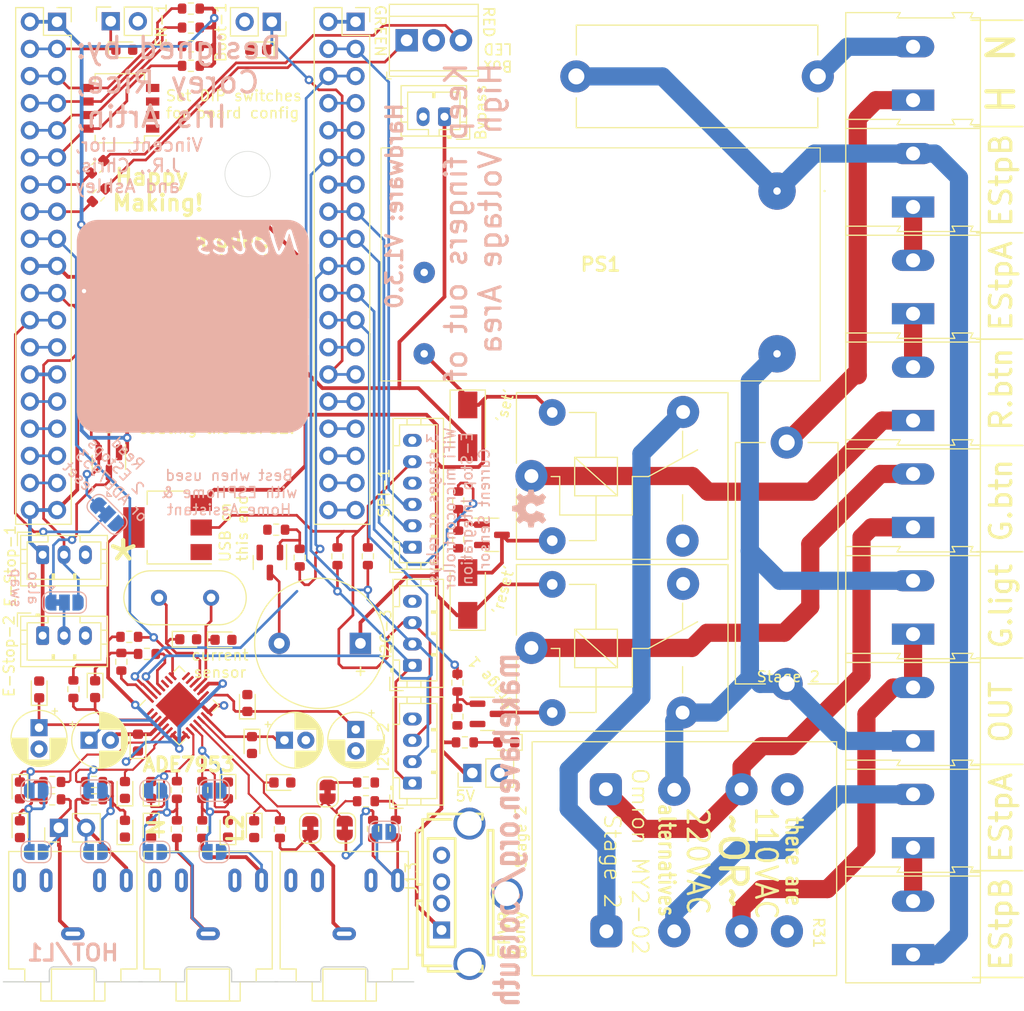
<source format=kicad_pcb>
(kicad_pcb (version 20211014) (generator pcbnew)
  (layers (0 "F.Cu" signal) (31 "B.Cu" signal) (34 "B.Paste" user) (35 "F.Paste" user) (36 "B.SilkS" user "B.Silkscreen") (37 "F.SilkS" user "F.Silkscreen") (38 "B.Mask" user) (39 "F.Mask" user) (44 "Edge.Cuts" user))
  (net 0 "")
  (net 1 "Member-Green-Button-1")
  (net 2 "read-bypass")
  (net 3 "+5V")
  (net 4 "Member-E-Stop-aux2-2")
  (net 5 "/mainslevelcontrol/stage1relays/dcp2")
  (net 7 "Member-Green-Button-2")
  (net 8 "boot")
  (net 9 "GND")
  (net 10 "/microcontroller/lightsounds/dcp1")
  (net 11 "EN")
  (net 12 "Net-(C3-Pad1)")
  (net 13 "Net-(C4-Pad2)")
  (net 14 "Net-(C5-Pad1)")
  (net 15 "Net-(C6-Pad2)")
  (net 16 "IAP")
  (net 17 "IAN")
  (net 18 "IBP")
  (net 19 "IBN")
  (net 20 "VP")
  (net 21 "VN")
  (net 22 "+3.3V")
  (net 23 "Net-(C16-Pad1)")
  (net 24 "Net-(C17-Pad1)")
  (net 25 "Net-(C20-Pad1)")
  (net 26 "Net-(C21-Pad1)")
  (net 27 "Net-(C22-Pad1)")
  (net 28 "Net-(D2-Pad2)")
  (net 29 "Net-(E-Stop-1-Pad2)")
  (net 30 "H{slash}L1")
  (net 31 "N{slash}L2")
  (net 32 "Member-Red-Reset-Button-1")
  (net 33 "SCL")
  (net 34 "SDA")
  (net 35 "IAP_IN")
  (net 36 "IAN_IN")
  (net 37 "IBP_IN")
  (net 38 "IBN_IN")
  (net 39 "VN_IN")
  (net 40 "VP_IN")
  (net 41 "Net-(J1-Pad1)")
  (net 42 "Net-(J1-Pad3)")
  (net 43 "v-pin-1")
  (net 44 "v-pin-2")
  (net 45 "v-pin-3")
  (net 46 "v-pin-4")
  (net 47 "led-red")
  (net 48 "led-grn")
  (net 49 "buzz")
  (net 50 "3vRead-Bypass")
  (net 51 "read-E-Stop")
  (net 52 "ade7953-IRQ")
  (net 53 "IO12")
  (net 54 "IO13")
  (net 55 "SD2")
  (net 56 "SD3")
  (net 57 "CMD")
  (net 58 "PICO")
  (net 59 "TXD0")
  (net 60 "RXD0")
  (net 61 "POCI")
  (net 62 "SCK")
  (net 63 "reset3v")
  (net 64 "set3v")
  (net 65 "IO4")
  (net 66 "IO2")
  (net 67 "IO15")
  (net 68 "SD1")
  (net 69 "SD0")
  (net 70 "CLK")
  (net 71 "Member-E-Stop-sw2-1")
  (net 72 "Member-E-Stop-aux2-1")
  (net 73 "Member-E-Stop-aux1-1")
  (net 74 "Green-Indicator-light-1")
  (net 75 "Net-(JP7-Pad1)")
  (net 76 "Net-(JP12-Pad1)")
  (net 77 "Net-(R1-Pad2)")
  (net 78 "Net-(R13-Pad1)")
  (net 79 "CS")
  (net 80 "SCLK")
  (net 81 "Net-(R27-Pad2)")
  (net 82 "Net-(R29-Pad2)")
  (net 83 "ZX")
  (net 84 "REVP")
  (net 85 "ZX_I")
  (net 86 "CF1")
  (net 87 "CF2")
  (net 88 "Member-E-Stop-sw1-1")
  (net 92 "Net-(C15-Pad2)")
  (net 93 "Net-(E-Stop-2-Pad2)")
  (net 94 "Net-(JP14-Pad1)")
  (net 95 "read-aux-E-Stop")
  (net 96 "two-options")
  (net 97 "+3.3VA")
  (net 100 "Green-Indicator-light-2")
  (net 101 "reset")
  (footprint "Connector_PinSocket_2.54mm:PinSocket_1x02_P2.54mm_Vertical" (layer "F.Cu") (at 58.1 25.125 -90)
    (fp_text reference "Boot-1")
    (fp_text value "Conn_01x02_Female" hide)
  )
  (footprint "TerminalBlock:TerminalBlock_Altech_AK300-2_P5.00mm" (layer "F.Cu") (at 118.116 69.9244 90)
    (fp_text reference "J6" hide)
    (fp_text value "Screw_Terminal_01x02" hide)
  )
  (footprint "LED_SMD:LED_0603_1608Metric" (layer "F.Cu") (at 56.83 27.75 180)
    (fp_text reference "C1" hide)
    (fp_text value "0.1uF" hide)
  )
  (footprint "TerminalBlock:TerminalBlock_Altech_AK300-2_P5.00mm" (layer "F.Cu") (at 118.116 99.9244 90)
    (fp_text reference "J10" hide)
    (fp_text value "Screw_Terminal_01x02" hide)
  )
  (footprint "Resistor_SMD:R_0603_1608Metric" (layer "F.Cu") (at 58.5168 72.6822)
    (fp_text reference "R2" hide)
    (fp_text value "10k" hide)
  )
  (footprint "Resistor_SMD:R_0603_1608Metric" (layer "F.Cu") (at 41.895 41.37 -135)
    (fp_text reference "R6" hide)
    (fp_text value "1k" hide)
  )
  (footprint "Resistor_SMD:R_0603_1608Metric" (layer "F.Cu") (at 50.529 27.4194)
    (fp_text reference "R37" hide)
    (fp_text value "10k" hide)
  )
  (footprint "Resistor_SMD:R_0603_1608Metric" (layer "F.Cu") (at 58.8602 100.7238 -90)
    (fp_text reference "R20" hide)
    (fp_text value "1k" hide)
  )
  (footprint "Connector_Audio:Jack_3.5mm_CUI_SJ1-3525N_Horizontal" (layer "F.Cu") (at 39.48 110.517)
    (fp_text reference "IN-1" hide)
    (fp_text value "H/L1" hide)
    (fp_line (start 2.2 3.5) (end 2.2 4.5) (layer "Edge.Cuts") (width 0.12))
    (fp_line (start 2.2 4.5) (end 6.5 4.5) (layer "Edge.Cuts") (width 0.12))
    (fp_line (start 1.8 3.1) (end -1.8 3.1) (layer "Edge.Cuts") (width 0.12))
    (fp_line (start -2.2 4.5) (end -6.5 4.5) (layer "Edge.Cuts") (width 0.12))
    (fp_line (start -2.2 3.5) (end -2.2 4.5) (layer "Edge.Cuts") (width 0.12))
    (fp_arc (start -2.2 3.5) (mid -2.082842 3.217158) (end -1.8 3.1) (layer "Edge.Cuts") (width 0.12))
    (fp_arc (start 1.8 3.1) (mid 2.082843 3.217157) (end 2.2 3.5) (layer "Edge.Cuts") (width 0.12))
  )
  (footprint "Resistor_SMD:R_0603_1608Metric" (layer "F.Cu") (at 41.715 58.02 180)
    (fp_text reference "R4" hide)
    (fp_text value "10k" hide)
  )
  (footprint "Resistor_SMD:R_0603_1608Metric" (layer "F.Cu") (at 75.4718 90.1828 -90)
    (fp_text reference "R28" hide)
    (fp_text value "10k" hide)
  )
  (footprint "LED_SMD:LED_0603_1608Metric" (layer "F.Cu") (at 46.807366 100.7238 -90)
    (fp_text reference "C5" hide)
    (fp_text value "33nF" hide)
  )
  (footprint "Connector_PinSocket_2.54mm:PinSocket_2x19_P2.54mm_Vertical" (layer "F.Cu") (at 36.73 47.985)
    (fp_text reference "J3" hide)
    (fp_text value "Conn_02x19_Top_Bottom" hide)
  )
  (footprint "TerminalBlock:TerminalBlock_Altech_AK300-2_P5.00mm" (layer "F.Cu") (at 118.116 59.9244 90)
    (fp_text reference "J7" hide)
    (fp_text value "Screw_Terminal_01x02" hide)
  )
  (footprint "USB-vertical-jlcpcb:USB-A-TH_UBAS-4R-D14D-4D-LF-SN" (layer "F.Cu") (at 75.9115 106.6686 90)
    (fp_text reference "J13")
    (fp_text value "USB_A" hide)
  )
  (footprint "Connector_JST:JST_PH_B2B-PH-K_1x02_P2.00mm_Vertical" (layer "F.Cu") (at 73.246 33.5066 180)
    (fp_text reference "Bypass-1" hide)
    (fp_text value "Conn_01x02_Female" hide)
  )
  (footprint "Resistor_SMD:R_0603_1608Metric" (layer "F.Cu") (at 50.529 25.6668)
    (fp_text reference "R38" hide)
    (fp_text value "10k" hide)
  )
  (footprint "LED_SMD:LED_0603_1608Metric" (layer "F.Cu") (at 59.0888 96.355)
    (fp_text reference "C11" hide)
    (fp_text value "33nF" hide)
  )
  (footprint "Relay_THT:Relay_SPDT_SANYOU_SRD_Series_Form_C" (layer "F.Cu") (at 82.3948 83.7554)
    (fp_text reference "relay1" hide)
    (fp_text value "JQC-3FF/005-1ZS(551)" hide)
  )
  (footprint "TerminalBlock:TerminalBlock_Altech_AK300-2_P5.00mm" (layer "F.Cu") (at 118.116 112.4644 90)
    (fp_text reference "J11" hide)
    (fp_text value "Screw_Terminal_01x02" hide)
  )
  (footprint "LED_SMD:LED_0603_1608Metric" (layer "F.Cu") (at 34.527 97.0942 -90)
    (fp_text reference "C7" hide)
    (fp_text value "33nF" hide)
  )
  (footprint "Connector_PinSocket_2.54mm:PinSocket_1x02_P2.54mm_Vertical" (layer "F.Cu") (at 43.025 25.075 90)
    (fp_text reference "EN-1")
    (fp_text value "Conn_01x02_Female" hide)
  )
  (footprint "Jumper:SolderJumper-2_P1.3mm_Bridged_RoundedPad1.0x1.5mm" (layer "F.Cu") (at 61.705 100.6476 -90)
    (fp_text reference "JP6" hide)
    (fp_text value "bridged" hide)
  )
  (footprint "Capacitor_THT:CP_Radial_D5.0mm_P2.00mm" (layer "F.Cu") (at 36.315 92.2198 -90)
    (fp_text reference "C18" hide)
    (fp_text value "4.7uF" hide)
  )
  (footprint "Resistor_SMD:R_0603_1608Metric" (layer "F.Cu") (at 75.4718 87.0128 -90)
    (fp_text reference "R27" hide)
    (fp_text value "1k" hide)
  )
  (footprint "Resistor_SMD:R_0603_1608Metric" (layer "F.Cu") (at 46.4142 84.3154 180)
    (fp_text reference "R25" hide)
    (fp_text value "10k" hide)
  )
  (footprint "Resistor_SMD:R_0603_1608Metric" (layer "F.Cu") (at 42.855 60.93 180)
    (fp_text reference "R35" hide)
    (fp_text value "10k" hide)
  )
  (footprint "TerminalBlock:TerminalBlock_Altech_AK300-2_P5.00mm" (layer "F.Cu") (at 118.116 79.9244 90)
    (fp_text reference "J12" hide)
    (fp_text value "Screw_Terminal_01x02" hide)
  )
  (footprint "MY2-02 AC110 Omron:relay-Omron-MY2-02" (layer "F.Cu") (at 97.6632 103.7378 -90)
    (fp_text reference "R31")
    (fp_text value "Relay_Omron_MY2-02")
  )
  (footprint "LED_SMD:LED_0603_1608Metric" (layer "F.Cu") (at 53.999064 100.6838 90)
    (fp_text reference "C6" hide)
    (fp_text value "33nF" hide)
  )
  (footprint "Connector_PinHeader_2.54mm:PinHeader_1x02_P2.54mm_Vertical" (layer "F.Cu") (at 38.1796 100.5968 90)
    (fp_text reference "IN-AUX-1" hide)
    (fp_text value "H/L1" hide)
  )
  (footprint "LED_SMD:LED_0603_1608Metric" (layer "F.Cu") (at 41.5628 87.6174 -90)
    (fp_text reference "C15" hide)
    (fp_text value "1uF" hide)
  )
  (footprint "Resistor_SMD:R_0603_1608Metric" (layer "F.Cu") (at 76.1708 92.5958 180)
    (fp_text reference "R26" hide)
    (fp_text value "1k" hide)
  )
  (footprint "TerminalBlock:TerminalBlock_Altech_AK300-2_P5.00mm" (layer "F.Cu") (at 118.116 49.9244 90)
    (fp_text reference "J8" hide)
    (fp_text value "Screw_Terminal_01x02" hide)
  )
  (footprint "Resistor_SMD:R_0603_1608Metric" (layer "F.Cu") (at 69.7039 100.6884 -90)
    (fp_text reference "R13" hide)
    (fp_text value "499k" hide)
  )
  (footprint "Resistor_SMD:R_0603_1608Metric" (layer "F.Cu") (at 67.57735 100.6984 -90)
    (fp_text reference "R14" hide)
    (fp_text value "1k" hide)
  )
  (footprint "Package_CSP:LFCSP-28-1EP_5x5mm_P0.5mm_EP3.14x3.14mm" (layer "F.Cu") (at 49.440629 89.149164 45)
    (fp_text reference "U2" hide)
    (fp_text value "ADE7953xCP" hide)
  )
  (footprint "Resistor_SMD:R_0603_1608Metric" (layer "F.Cu") (at 51.588498 100.7238 -90)
    (fp_text reference "R12" hide)
    (fp_text value "100" hide)
  )
  (footprint "Resistor_SMD:R_0603_1608Metric" (layer "F.Cu") (at 64.245 75.1714 90)
    (fp_text reference "R8" hide)
    (fp_text value "2.2k" hide)
  )
  (footprint "Jumper:SolderJumper-2_P1.3mm_Bridged_RoundedPad1.0x1.5mm" (layer "F.Cu") (at 63.3179 97.2336 -90)
    (fp_text reference "JP12" hide)
    (fp_text value "bridged" hide)
  )
  (footprint "LED_SMD:LED_0603_1608Metric" (layer "F.Cu") (at 50.275 82.9438)
    (fp_text reference "C20" hide)
    (fp_text value "20pF" hide)
  )
  (footprint "Resistor_SMD:R_0603_1608Metric" (layer "F.Cu") (at 50.529 29.2482)
    (fp_text reference "R36" hide)
    (fp_text value "10k" hide)
  )
  (footprint "Package_TO_SOT_SMD:SOT-23" (layer "F.Cu") (at 59.705 54.9 -90)
    (fp_text reference "T5" hide)
    (fp_text value "AO3400A" hide)
  )
  (footprint "Resistor_SMD:R_0603_1608Metric" (layer "F.Cu") (at 67.0898 75.1714 90)
    (fp_text reference "R7" hide)
    (fp_text value "2.2k" hide)
  )
  (footprint "LED_SMD:LED_0603_1608Metric" (layer "F.Cu") (at 46.807366 97.0542 90)
    (fp_text reference "C9" hide)
    (fp_text value "33nF" hide)
  )
  (footprint "Fuse:Fuseholder_Cylinder-5x20mm_Stelvio-Kontek_PTF78_Horizontal_Open" (layer "F.Cu") (at 97.77 30.2388 180)
    (fp_text reference "F2" hide)
    (fp_text value "Fuse" hide)
  )
  (footprint "Resistor_SMD:R_0603_1608Metric" (layer "F.Cu") (at 37.5496 96.3042)
    (fp_text reference "R15" hide)
    (fp_text value "1k" hide)
  )
  (footprint "Capacitor_THT:CP_Radial_D5.0mm_P2.00mm" (layer "F.Cu") (at 41.9946 92.3926)
    (fp_text reference "C14" hide)
    (fp_text value "10uF" hide)
  )
  (footprint "Resistor_SMD:R_0603_1608Metric" (layer "F.Cu") (at 41.4612 96.3042)
    (fp_text reference "R16" hide)
    (fp_text value "1k" hide)
  )
  (footprint "Resistor_SMD:R_0603_1608Metric" (layer "F.Cu") (at 44.7632 82.7152 180)
    (fp_text reference "R23" hide)
    (fp_text value "10k" hide)
  )
  (footprint "Resistor_SMD:R_0603_1608Metric" (layer "F.Cu") (at 50.529 23.8888)
    (fp_text reference "R39" hide)
    (fp_text value "10k" hide)
  )
  (footprint "Resistor_SMD:R_0603_1608Metric" (layer "F.Cu") (at 75.548 69.9366 -90)
    (fp_text reference "R29" hide)
    (fp_text value "1k" hide)
  )
  (footprint "LED_SMD:LED_0603_1608Metric" (layer "F.Cu") (at 55.8122 88.9128 90)
    (fp_text reference "C17" hide)
    (fp_text value "100nF" hide)
  )
  (footprint "LED_SMD:LED_0603_1608Metric" (layer "F.Cu") (at 53.577 82.9946)
    (fp_text reference "C21" hide)
    (fp_text value "20pF" hide)
  )
  (footprint "Package_TO_SOT_SMD:SOT-223-3_TabPin2" (layer "F.Cu") (at 48.3446 72.479 180)
    (fp_text reference "U3" hide)
    (fp_text value "AMS1117-3.3" hide)
  )
  (footprint "Resistor_SMD:R_0603_1608Metric" (layer "F.Cu") (at 59.695 51.8)
    (fp_text reference "R32" hide)
    (fp_text value "10k" hide)
  )
  (footprint "Capacitor_THT:CP_Radial_D5.0mm_P2.00mm" (layer "F.Cu") (at 60.285 92.3926)
    (fp_text reference "C23" hide)
    (fp_text value "4.7uF" hide)
  )
  (footprint "LED_SMD:LED_0603_1608Metric" (layer "F.Cu") (at 56.44963 100.7238 -90)
    (fp_text reference "C12" hide)
    (fp_text value "33nF" hide)
  )
  (footprint "Resistor_SMD:R_0603_1608Metric" (layer "F.Cu") (at 39.5308 87.6174 90)
    (fp_text reference "R22" hide)
    (fp_text value "10k" hide)
  )
  (footprint "Connector_JST:JST_PH_B6B-PH-K_1x06_P2.00mm_Vertical" (layer "F.Cu") (at 71.255 74.32 90)
    (fp_text reference "SPI-1")
    (fp_text value "Conn_01x06_Female" hide)
  )
  (footprint "CFM06S050-E - Cincon:CFM06S050E" (layer "F.Cu") (at 105.3848 40.9744 180)
    (fp_text reference "PS1")
    (fp_text value "CFM06S050" hide)
  )
  (footprint "Relay_THT:Relay_SPDT_SANYOU_SRD_Series_Form_C" (layer "F.Cu") (at 82.3948 67.6576)
    (fp_text reference "relay2" hide)
    (fp_text value "JQC-3FF/005-1ZS(551)" hide)
  )
  (footprint "Resistor_SMD:R_0603_1608Metric" (layer "F.Cu") (at 75.548 73.5966 -90)
    (fp_text reference "R30" hide)
    (fp_text value "10k" hide)
  )
  (footprint "Connector_Audio:Jack_3.5mm_CUI_SJ1-3525N_Horizontal" (layer "F.Cu") (at 52.1395 110.517)
    (fp_text reference "IN-2" hide)
    (fp_text value "N/L2" hide)
    (fp_line (start 2.2 3.5) (end 2.2 4.5) (layer "Edge.Cuts") (width 0.12))
    (fp_line (start -2.2 4.5) (end -6.5 4.5) (layer "Edge.Cuts") (width 0.12))
    (fp_line (start 2.2 4.5) (end 6.5 4.5) (layer "Edge.Cuts") (width 0.12))
    (fp_line (start -2.2 3.5) (end -2.2 4.5) (layer "Edge.Cuts") (width 0.12))
    (fp_line (start 1.8 3.1) (end -1.8 3.1) (layer "Edge.Cuts") (width 0.12))
    (fp_arc (start -2.2 3.5) (mid -2.082842 3.217158) (end -1.8 3.1) (layer "Edge.Cuts") (width 0.12))
    (fp_arc (start 1.8 3.1) (mid 2.082843 3.217157) (end 2.2 3.5) (layer "Edge.Cuts") (width 0.12))
  )
  (footprint "Resistor_SMD:R_0603_1608Metric" (layer "F.Cu") (at 49.217932 100.7238 90)
    (fp_text reference "R11" hide)
    (fp_text value "100" hide)
  )
  (footprint "LED_SMD:LED_0603_1608Metric" (layer "F.Cu") (at 53.999064 97.0942 -90)
    (fp_text reference "C10" hide)
    (fp_text value "33nF" hide)
  )
  (footprint "Connector_PinHeader_2.54mm:PinHeader_1x02_P2.54mm_Vertical" (layer "F.Cu") (at 76.8638 95.466 90)
    (fp_text reference "pwr5v1" hide)
    (fp_text value "extra" hide)
  )
  (footprint "Button_Switch_SMD:SW_DIP_SPSTx04_Slide_Omron_A6H-4101_W6.15mm_P1.27mm" (layer "F.Cu") (at 43.875 33.225 180)
    (fp_text reference "SW1" hide)
    (fp_text value "SW_DIP_x04" hide)
  )
  (footprint "Resistor_SMD:R_0603_1608Metric" (layer "F.Cu") (at 44.019 85.0508 90)
    (fp_text reference "R24" hide)
    (fp_text value "10k" hide)
  )
  (footprint "Diode_SMD:D_SMA" (layer "F.Cu") (at 76.437 63.0048 -90)
    (fp_text reference "D3" hide)
    (fp_text value "B160-E3" hide)
  )
  (footprint "Resistor_SMD:R_0603_1608Metric" (layer "F.Cu") (at 41.4612 97.9298 180)
    (fp_text reference "R10" hide)
    (fp_text value "100" hide)
  )
  (footprint "Resistor_SMD:R_0603_1608Metric" (layer "F.Cu") (at 60.7144 75.2984 90)
    (fp_text reference "R1" hide)
    (fp_text value "1k" hide)
  )
  (footprint "Diode_SMD:D_SMA" (layer "F.Cu") (at 76.437 78.702 90)
    (fp_text reference "D4" hide)
    (fp_text value "B160-E3" hide)
  )
  (footprint "LED_SMD:LED_0603_1608Metric" (layer "F.Cu") (at 44.3568 100.6838 90)
    (fp_text reference "C4" hide)
    (fp_text value "33nF" hide)
  )
  (footprint "Crystal:Crystal_HC49-4H_Vertical" (layer "F.Cu") (at 52.4202 79.0576 180)
    (fp_text reference "Y1" hide)
    (fp_text value "3.58MHz" hide)
  )
  (footprint "Package_TO_SOT_SMD:SOT-23" (layer "F.Cu") (at 42.855 66.39 -90)
    (fp_text reference "T6" hide)
    (fp_text value "AO3400A" hide)
  )
  (footprint "Connector_JST:JST_PH_B4B-PH-K_1x04_P2.00mm_Vertical" (layer "F.Cu") (at 71.255 85.39 90)
    (fp_text reference "I2C-3")
    (fp_text value "Conn_01x04_Female" hide)
  )
  (footprint "LED_SMD:LED_0603_1608Metric" (layer "F.Cu") (at 44.3568 97.0542 90)
    (fp_text reference "C8" hide)
    (fp_text value "33nF" hide)
  )
  (footprint "Resistor_SMD:R_0603_1608Metric" (layer "F.Cu") (at 41.715 51.66)
    (fp_text reference "R3" hide)
    (fp_text value "10k" hide)
  )
  (footprint "Jumper:SolderJumper-2_P1.3mm_Bridged_RoundedPad1.0x1.5mm" (layer "F.Cu") (at 64.9308 100.6222 90)
    (fp_text reference "JP7" hide)
    (fp_text value "bridged" hide)
  )
  (footprint "LED_SMD:LED_0603_1608Metric" (layer "F.Cu") (at 56.244 92.8498 -90)
    (fp_text reference "C22" hide)
    (fp_text value "100nF" hide)
  )
  (footprint "Connector_Audio:Jack_3.5mm_CUI_SJ1-3525N_Horizontal" (layer "F.Cu") (at 64.88 110.517)
    (fp_text reference "IN-3" hide)
    (fp_text value "VOLTS" hide)
    (fp_line (start 1.8 3.1) (end -1.8 3.1) (layer "Edge.Cuts") (width 0.12))
    (fp_line (start -2.2 4.5) (end -6.5 4.5) (layer "Edge.Cuts") (width 0.12))
    (fp_line (start -2.2 3.5) (end -2.2 4.5) (layer "Edge.Cuts") (width 0.12))
    (fp_line (start 2.2 4.5) (end 6.5 4.5) (layer "Edge.Cuts") (width 0.12))
    (fp_line (start 2.2 3.5) (end 2.2 4.5) (layer "Edge.Cuts") (width 0.12))
    (fp_arc (start -2.2 3.5) (mid -2.082842 3.217158) (end -1.8 3.1) (layer "Edge.Cuts") (width 0.12))
    (fp_arc (start 1.8 3.1) (mid 2.082843 3.217157) (end 2.2 3.5) (layer "Edge.Cuts") (width 0.12))
  )
  (footprint "Resistor_SMD:R_0603_1608Metric" (layer "F.Cu") (at 66.912 98.1076)
    (fp_text reference "R19" hide)
    (fp_text value "499k" hide)
  )
  (footprint "TerminalBlock:TerminalBlock_Altech_AK300-2_P5.00mm" (layer "F.Cu") (at 118.116 29.9244 90)
    (fp_text reference "J5" hide)
    (fp_text value "Screw_Terminal_01x02" hide)
  )
  (footprint "Resistor_SMD:R_0603_1608Metric" (layer "F.Cu") (at 41.795 38.7 45)
    (fp_text reference "R5" hide)
    (fp_text value "1k" hide)
  )
  (footprint "Resistor_SMD:R_0603_1608Metric" (layer "F.Cu") (at 51.588498 97.0542 -90)
    (fp_text reference "R18" hide)
    (fp_text value "1k" hide)
  )
  (footprint "Package_TO_SOT_SMD:SOT-23" (layer "F.Cu") (at 41.715 54.84 -90)
    (fp_text reference "T2" hide)
    (fp_text value "AO3400A" hide)
  )
  (footprint "Connector_JST:JST_PH_B3B-PH-K_1x03_P2.00mm_Vertical" (layer "F.Cu") (at 36.655 82.597)
    (fp_text reference "E-Stop-2")
    (fp_text value "Conn_01x03_Female" hide)
  )
  (footprint "TerminalBlock:TerminalBlock_Altech_AK300-2_P5.00mm" (layer "F.Cu") (at 118.116 92.4644 90)
    (fp_text reference "J14" hide)
    (fp_text value "Screw_Terminal_01x02" hide)
  )
  (footprint "Buzzer_Beeper:Buzzer_12x9.5RM7.6" (layer "F.Cu") (at 62.594 83.3248 180)
    (fp_text reference "BZ1" hide)
    (fp_text value "Buzzer" hide)
  )
  (footprint "Capacitor_THT:CP_Radial_D5.0mm_P2.00mm" (layer "F.Cu") (at 65.955 92.3926 -90)
    (fp_text reference "C19" hide)
    (fp_text value "4.7uF" hide)
  )
  (footprint "LED_SMD:LED_0603_1608Metric" (layer "F.Cu") (at 45.576 92.6212 90)
    (fp_text reference "C13" hide)
    (fp_text value "100nF" hide)
  )
  (footprint "Connector_JST:JST_PH_B3B-PH-K_1x03_P2.00mm_Vertical" (layer "F.Cu") (at 36.655 75.03)
    (fp_text reference "E-Stop-1")
    (fp_text value "Conn_01x03_Female" hide)
  )
  (footprint "Package_TO_SOT_SMD:SOT-23" (layer "F.Cu") (at 78.2912 89.9288)
    (fp_text reference "T3" hide)
    (fp_text value "AO3400A" hide)
  )
  (footprint "LED_SMD:LED_0603_1608Metric" (layer "F.Cu") (at 80.0438 92.5958 180)
    (fp_text reference "D2" hide)
    (fp_text value "LED" hide)
  )
  (footprint "Connector_PinSocket_2.54mm:PinSocket_2x19_P2.54mm_Vertical" (layer "F.Cu") (at 64.67 47.985)
    (fp_text reference "J4" hide)
    (fp_text value "Conn_02x19_Top_Bottom" hide)
  )
  (footprint "LED_SMD:LED_0603_1608Metric" (layer "F.Cu") (at 44.295 27.75)
    (fp_text reference "C2" hide)
    (fp_text value "0.1uF" hide)
  )
  (footprint "Resistor_SMD:R_0603_1608Metric" (layer "F.Cu") (at 42.855 63.065)
    (fp_text reference "R34" hide)
    (fp_text value "10k" hide)
  )
  (footprint "Resistor_SMD:R_0603_1608Metric" (layer "F.Cu") (at 59.695 57.96 180)
    (fp_text reference "R33" hide)
    (fp_text value "10k" hide)
  )
  (footprint "Package_TO_SOT_SMD:SOT-23" (layer "F.Cu") (at 57.9204 75.7556 -90)
    (fp_text reference "T1" hide)
    (fp_text value "AO3400A" hide)
  )
  (footprint "Package_TO_SOT_SMD:SOT-23" (layer "F.Cu") (at 78.6999 73.1648)
    (fp_text reference "T4" hide)
    (fp_text value "AO3400A" hide)
  )
  (footprint "TerminalBlock_TE-Connectivity:TerminalBlock_TE_282834-3_1x03_P2.54mm_Horizontal" (layer "F.Cu") (at 73.262 26.8606)
    (fp_text reference "J1" hide)
    (fp_text value "Conn_01x03_Male" hide)
  )
  (footprint "Fuse:Fuseholder_Cylinder-5x20mm_Stelvio-Kontek_PTF78_Horizontal_Open" (layer "F.Cu") (at 106.2888 75.9546 -90)
    (fp_text reference "F1" hide)
    (fp_text value "Fuse" hide)
  )
  (footprint "Connector_JST:JST_PH_B4B-PH-K_1x04_P2.00mm_Vertical" (layer "F.Cu") (at 71.255 96.4086 90)
    (fp_text reference "I2C-2")
    (fp_text value "Conn_01x04_Female" hide)
  )
  (footprint "Resistor_SMD:R_0603_1608Metric" (layer "F.Cu") (at 49.217932 97.0542 90)
    (fp_text reference "R17" hide)
    (fp_text value "1k" hide)
  )
  (footprint "Resistor_SMD:R_0603_1608Metric" (layer "F.Cu") (at 66.912 96.355)
    (fp_text reference "R21" hide)
    (fp_text value "1k" hide)
  )
  (footprint "TerminalBlock:TerminalBlock_Altech_AK300-2_P5.00mm" (layer "F.Cu") (at 118.116 39.9244 90)
    (fp_text reference "J9" hide)
    (fp_text value "Screw_Terminal_01x02" hide)
  )
  (footprint "Resistor_SMD:R_0603_1608Metric" (layer "F.Cu") (at 37.5496 97.9298 180)
    (fp_text reference "R9" hide)
    (fp_text value "100" hide)
  )
  (footprint "LED_SMD:LED_0603_1608Metric" (layer "F.Cu") (at 36.3304 87.6428 90)
    (fp_text reference "C16" hide)
    (fp_text value "100nF" hide)
  )
  (footprint "LED_SMD:LED_0603_1608Metric" (layer "F.Cu") (at 34.527 100.7238 -90)
    (fp_text reference "C3" hide)
    (fp_text value "33nF" hide)
  )
  (footprint "Jumper:SolderJumper-2_P1.3mm_Open_RoundedPad1.0x1.5mm" (layer "B.Cu") (at 36.051 102.8574 180)
    (fp_text reference "JP2" hide)
    (fp_text value "no-filter-1" hide)
  )
  (footprint "Jumper:SolderJumper-2_P1.3mm_Open_RoundedPad1.0x1.5mm" (layer "B.Cu") (at 41.605133 97.117)
    (fp_text reference "JP9" hide)
    (fp_text value "no-filter-1" hide)
  )
  (footprint "Jumper:SolderJumper-3_P1.3mm_Bridged12_RoundedPad1.0x1.5mm" (layer "B.Cu") (at 38.695 79.506)
    (fp_text reference "JP14" hide)
    (fp_text value "SolderJumper_3_Bridged12" hide)
  )
  (footprint "Jumper:SolderJumper-2_P1.3mm_Open_RoundedPad1.0x1.5mm" (layer "B.Cu") (at 47.159266 97.117 180)
    (fp_text reference "JP10" hide)
    (fp_text value "no-filter-1" hide)
  )
  (footprint "Jumper:SolderJumper-2_P1.3mm_Open_RoundedPad1.0x1.5mm" (layer "B.Cu") (at 52.7134 97.117 180)
    (fp_text reference "JP11" hide)
    (fp_text value "no-filter-1" hide)
  )
  (footprint "Jumper:SolderJumper-3_P1.3mm_Bridged12_RoundedPad1.0x1.5mm" (layer "B.Cu") (at 42.6804 71.2499 -45)
    (fp_text reference "JP13" hide)
    (fp_text value "SolderJumper_3_Bridged12" hide)
  )
  (footprint "Jumper:SolderJumper-2_P1.3mm_Open_RoundedPad1.0x1.5mm" (layer "B.Cu") (at 41.605133 102.8574 180)
    (fp_text reference "JP3" hide)
    (fp_text value "no-filter-1" hide)
  )
  (footprint "Jumper:SolderJumper-2_P1.3mm_Open_RoundedPad1.0x1.5mm" (layer "B.Cu") (at 52.7134 102.8574)
    (fp_text reference "JP5" hide)
    (fp_text value "no-filter-1" hide)
  )
  (footprint "Jumper:SolderJumper-2_P1.3mm_Open_RoundedPad1.0x1.5mm" (layer "B.Cu") (at 36.051 97.117 180)
    (fp_text reference "JP8" hide)
    (fp_text value "no-filter-1" hide)
  )
  (footprint "Jumper:SolderJumper-2_P1.3mm_Open_RoundedPad1.0x1.5mm" (layer "B.Cu") (at 68.5884 100.9778 180)
    (fp_text reference "JP1" hide)
    (fp_text value "no-filter-1" hide)
  )
  (footprint "Jumper:SolderJumper-2_P1.3mm_Open_RoundedPad1.0x1.5mm" (layer "B.Cu") (at 47.159266 102.8574 180)
    (fp_text reference "JP4" hide)
    (fp_text value "no-filter-1" hide)
  )
  (gr_poly (pts (xy 56.622998 45.527891) (xy 56.626557 45.533725) (xy 56.630166 45.539394) (xy 56.633826 45.544899) (xy 56.637537 45.550242) (xy 56.6413 45.555423) (xy 56.645117 45.560443) (xy 56.648989 45.565303) (xy 56.651001 45.567468) (xy 56.653137 45.569622) (xy 56.655397 45.571763) (xy 56.657781 45.573891) (xy 56.660288 45.576007) (xy 56.662919 45.578109) (xy 56.665674 45.580199) (xy 56.668551 45.582275) (xy 56.671551 45.584337) (xy 56.674675 45.586386) (xy 56.677921 45.58842) (xy 56.681289 45.590441) (xy 56.688394 45.594438) (xy 56.695986 45.598376) (xy 56.704179 45.601816) (xy 56.713082 45.605185) (xy 56.722693 45.60849) (xy 56.73301 45.611734) (xy 56.74403 45.614924) (xy 56.75575 45.618065) (xy 56.768169 45.621161) (xy 56.781283 45.624217) (xy 56.795263 45.627218) (xy 56.810259 45.630134) (xy 56.826278 45.632956) (xy 56.843321 45.635677) (xy 56.861395 45.638291) (xy 56.880503 45.640788) (xy 56.90065 45.643161) (xy 56.921839 45.645404) (xy 56.936178 45.650498) (xy 56.950569 45.656234) (xy 56.965014 45.662613) (xy 56.979515 45.669642) (xy 56.994073 45.677322) (xy 57.00869 45.685657) (xy 57.023369 45.694652) (xy 57.038111 45.70431) (xy 57.052872 45.714504) (xy 57.067606 45.725112) (xy 57.082302 45.736142) (xy 57.096953 45.7476) (xy 57.111548 45.759493) (xy 57.126077 45.771827) (xy 57.140532 45.78461) (xy 57.154902 45.797847) (xy 57.168744 45.811465) (xy 57.182453 45.825381) (xy 57.196039 45.839586) (xy 57.209508 45.854071) (xy 57.222871 45.868827) (xy 57.236133 45.883846) (xy 57.249305 45.899119) (xy 57.262393 45.914638) (xy 57.274852 45.930313) (xy 57.287033 45.946067) (xy 57.298938 45.961911) (xy 57.310568 45.977853) (xy 57.321927 45.993903) (xy 57.333016 46.010071) (xy 57.343838 46.026365) (xy 57.354395 46.042796) (xy 57.36427 46.058852) (xy 57.373873 46.074874) (xy 57.383202 46.090855) (xy 57.392255 46.106789) (xy 57.401033 46.122669) (xy 57.409532 46.138488) (xy 57.417752 46.15424) (xy 57.425692 46.169917) (xy 57.43282 46.185394) (xy 57.439424 46.200549) (xy 57.445496 46.215379) (xy 57.451028 46.229885) (xy 57.456012 46.244065) (xy 57.46044 46.257918) (xy 57.464302 46.271444) (xy 57.467593 46.28464) (xy 57.468112 46.28464) (xy 57.472855 46.304405) (xy 57.475083 46.314128) (xy 57.477176 46.323743) (xy 57.479106 46.33325) (xy 57.480841 46.342649) (xy 57.482354 46.351938) (xy 57.483614 46.361117) (xy 57.484926 46.378376) (xy 57.485442 46.386918) (xy 57.485863 46.395404) (xy 57.486191 46.403836) (xy 57.486425 46.412215) (xy 57.486566 46.420542) (xy 57.486613 46.428821) (xy 57.48638 46.443038) (xy 57.485691 46.457021) (xy 57.484557 46.470775) (xy 57.482989 46.484305) (xy 57.480999 46.497619) (xy 57.478598 46.51072) (xy 57.475799 46.523616) (xy 57.472613 46.536311) (xy 57.470595 46.542348) (xy 57.468441 46.548292) (xy 57.466152 46.554143) (xy 57.463726 46.559901) (xy 57.461165 46.565565) (xy 57.458468 46.571135) (xy 57.455634 46.576611) (xy 57.452665 46.581992) (xy 57.44956 46.587278) (xy 57.446318 46.592469) (xy 57.442941 46.597563) (xy 57.439428 46.602562) (xy 57.435778 46.607464) (xy 57.431993 46.612268) (xy 57.428071 46.616975) (xy 57.424014 46.621585) (xy 57.41983 46.625877) (xy 57.415525 46.630065) (xy 57.411101 46.634148) (xy 57.406555 46.638125) (xy 57.401888 46.641996) (xy 57.3971 46.64576) (xy 57.392189 46.649417) (xy 57.387155 46.652966) (xy 57.381998 46.656406) (xy 57.376718 46.659736) (xy 57.371314 46.662957) (xy 57.365785 46.666068) (xy 57.360131 46.669067) (xy 57.354353 46.671955) (xy 57.348448 46.674731) (xy 57.342417 46.677394) (xy 57.336039 46.679705) (xy 57.329489 46.681867) (xy 57.32277 46.683881) (xy 57.315881 46.685747) (xy 57.308826 46.687464) (xy 57.301603 46.689032) (xy 57.286663 46.691723) (xy 57.271069 46.693817) (xy 57.25483 46.695314) (xy 57.237956 46.696213) (xy 57.220454 46.696513) (xy 57.204024 46.696254) (xy 57.187743 46.695476) (xy 57.171613 46.69418) (xy 57.155633 46.692366) (xy 57.139802 46.690035) (xy 57.124121 46.687187) (xy 57.108589 46.683823) (xy 57.093207 46.679942) (xy 57.077974 46.675546) (xy 57.062889 46.670634) (xy 57.047954 46.665208) (xy 57.033167 46.659267) (xy 57.018529 46.652812) (xy 57.004039 46.645843) (xy 56.989698 46.638361) (xy 56.975504 46.630366) (xy 56.961276 46.621768) (xy 56.947256 46.612913) (xy 56.933442 46.603802) (xy 56.919835 46.594433) (xy 56.906434 46.584807) (xy 56.893237 46.574924) (xy 56.880246 46.564784) (xy 56.867458 46.554385) (xy 56.854873 46.543729) (xy 56.842491 46.532815) (xy 56.830311 46.521643) (xy 56.818332 46.510212) (xy 56.806554 46.498523) (xy 56.794976 46.486575) (xy 56.783597 46.474368) (xy 56.772418 46.461902) (xy 56.750718 46.436489) (xy 56.729937 46.410638) (xy 56.710077 46.384351) (xy 56.691139 46.357629) (xy 56.673123 46.330473) (xy 56.656032 46.302883) (xy 56.639867 46.274862) (xy 56.624629 46.246409) (xy 56.610024 46.217595) (xy 56.596584 46.189361) (xy 56.584299 46.161713) (xy 56.573163 46.134657) (xy 56.563165 46.108198) (xy 56.554299 46.082343) (xy 56.546556 46.057097) (xy 56.539927 46.032466) (xy 56.5324 46.002487) (xy 56.525455 45.973368) (xy 56.519146 45.945117) (xy 56.513529 45.917743) (xy 56.510585 45.904428) (xy 56.508048 45.891408) (xy 56.505915 45.878675) (xy 56.50418 45.866221) (xy 56.502839 45.854038) (xy 56.501887 45.842118) (xy 56.50132 45.830456) (xy 56.501132 45.819041) (xy 56.501202 45.813417) (xy 56.501412 45.807842) (xy 56.501762 45.802315) (xy 56.502251 45.796838) (xy 56.502878 45.791412) (xy 56.503643 45.786037) (xy 56.504545 45.780715) (xy 56.505583 45.775446) (xy 56.506758 45.770232) (xy 56.508067 45.765072) (xy 56.509512 45.759969) (xy 56.51109 45.754923) (xy 56.512802 45.749934) (xy 56.514647 45.745004) (xy 56.516624 45.740134) (xy 56.518733 45.735324) (xy 56.522805 45.725208) (xy 56.527219 45.714837) (xy 56.531971 45.704206) (xy 56.537056 45.69331) (xy 56.54247 45.682142) (xy 56.548207 45.670697) (xy 56.554263 45.658969) (xy 56.560633 45.646953) (xy 56.568387 45.632049) (xy 56.576095 45.616897) (xy 56.591631 45.585971) (xy 56.599252 45.569605) (xy 56.60648 45.553496) (xy 56.609929 45.545526) (xy 56.613259 45.537605) (xy 56.616462 45.529729) (xy 56.619514 45.521939)) (layer "B.SilkS") (width 0.02) (fill solid))
  (gr_poly (pts (xy 56.619514 45.521939) (xy 56.619486 45.521892) (xy 56.619532 45.521892)) (layer "B.SilkS") (width 0.02) (fill solid))
  (gr_poly (pts (xy 59.641439 43.680665) (xy 59.743271 43.68836) (xy 59.843588 43.701032) (xy 59.942268 43.71856) (xy 60.039187 43.740818) (xy 60.13422 43.767684) (xy 60.227245 43.799033) (xy 60.318137 43.834741) (xy 60.406773 43.874686) (xy 60.493029 43.918743) (xy 60.576782 43.966788) (xy 60.657907 44.018698) (xy 60.736281 44.074349) (xy 60.811779 44.133618) (xy 60.88428 44.196379) (xy 60.953658 44.262511) (xy 61.019789 44.331889) (xy 61.082551 44.40439) (xy 61.14182 44.479888) (xy 61.197471 44.558262) (xy 61.249381 44.639387) (xy 61.297426 44.72314) (xy 61.341483 44.809396) (xy 61.381428 44.898032) (xy 61.417136 44.988924) (xy 61.448485 45.081949) (xy 61.475351 45.176982) (xy 61.497609 45.273901) (xy 61.515136 45.372581) (xy 61.527809 45.472898) (xy 61.535504 45.57473) (xy 61.538096 45.677951) (xy 61.538096 61.589122) (xy 61.535504 61.692343) (xy 61.527809 61.794175) (xy 61.515136 61.894492) (xy 61.497609 61.993172) (xy 61.475351 62.09009) (xy 61.448485 62.185124) (xy 61.417136 62.278149) (xy 61.381428 62.369041) (xy 61.341483 62.457677) (xy 61.297426 62.543933) (xy 61.249381 62.627686) (xy 61.197471 62.708811) (xy 61.14182 62.787184) (xy 61.082551 62.862683) (xy 61.019789 62.935184) (xy 60.953658 63.004562) (xy 60.88428 63.070693) (xy 60.811779 63.133455) (xy 60.736281 63.192724) (xy 60.657907 63.248375) (xy 60.576782 63.300285) (xy 60.493029 63.34833) (xy 60.406773 63.392387) (xy 60.318137 63.432332) (xy 60.227245 63.46804) (xy 60.13422 63.499389) (xy 60.039187 63.526255) (xy 59.942268 63.548513) (xy 59.843588 63.56604) (xy 59.743271 63.578713) (xy 59.641439 63.586408) (xy 59.538218 63.589) (xy 41.861782 63.589) (xy 41.758561 63.586408) (xy 41.65673 63.578713) (xy 41.556412 63.56604) (xy 41.457733 63.548513) (xy 41.360814 63.526255) (xy 41.26578 63.499389) (xy 41.172756 63.46804) (xy 41.081863 63.432332) (xy 40.993227 63.392387) (xy 40.906971 63.34833) (xy 40.823219 63.300285) (xy 40.742094 63.248375) (xy 40.66372 63.192724) (xy 40.588221 63.133455) (xy 40.515721 63.070693) (xy 40.446343 63.004562) (xy 40.380211 62.935184) (xy 40.317449 62.862683) (xy 40.258181 62.787184) (xy 40.20253 62.708811) (xy 40.15062 62.627686) (xy 40.102574 62.543933) (xy 40.058517 62.457677) (xy 40.018573 62.369041) (xy 39.982864 62.278149) (xy 39.951515 62.185124) (xy 39.92465 62.09009) (xy 39.902392 61.993172) (xy 39.884864 61.894492) (xy 39.872191 61.794175) (xy 39.864497 61.692343) (xy 39.861905 61.589122) (xy 39.861905 45.677951) (xy 39.864497 45.57473) (xy 39.872191 45.472898) (xy 39.878996 45.419032) (xy 51.013103 45.419032) (xy 51.013195 45.424009) (xy 51.013462 45.429384) (xy 51.013894 45.435152) (xy 51.014477 45.441306) (xy 51.015201 45.447841) (xy 51.016055 45.454751) (xy 51.0181 45.469668) (xy 51.019481 45.477487) (xy 51.021079 45.485303) (xy 51.022892 45.493119) (xy 51.024921 45.500934) (xy 51.027166 45.508749) (xy 51.029627 45.516564) (xy 51.032305 45.524381) (xy 51.035198 45.532199) (xy 51.038316 45.539875) (xy 51.041593 45.547272) (xy 51.04503 45.554392) (xy 51.046808 45.557849) (xy 51.048626 45.561238) (xy 51.050484 45.56456) (xy 51.052382 45.567814) (xy 51.054319 45.571001) (xy 51.056296 45.574121) (xy 51.058313 45.577175) (xy 51.060369 45.580162) (xy 51.062465 45.583084) (xy 51.064601 45.58594) (xy 51.066806 45.588675) (xy 51.069069 45.591237) (xy 51.071389 45.593626) (xy 51.073766 45.595841) (xy 51.076199 45.597882) (xy 51.078688 45.599748) (xy 51.081231 45.601439) (xy 51.083829 45.602954) (xy 51.086481 45.604293) (xy 51.089186 45.605455) (xy 51.091944 45.606439) (xy 51.094754 45.607246) (xy 51.097615 45.607874) (xy 51.100527 45.608323) (xy 51.10349 45.608594) (xy 51.106502 45.608684) (xy 51.111438 45.608624) (xy 51.116271 45.608445) (xy 51.120998 45.608147) (xy 51.12562 45.607728) (xy 51.130136 45.607189) (xy 51.134546 45.606528) (xy 51.138847 45.605747) (xy 51.14304 45.604843) (xy 51.147124 45.603818) (xy 51.151099 45.602669) (xy 51.154963 45.601398) (xy 51.158716 45.600003) (xy 51.162357 45.598484) (xy 51.165886 45.596841) (xy 51.169302 45.595074) (xy 51.172603 45.593181) (xy 51.179047 45.589242) (xy 51.18533 45.585245) (xy 51.191452 45.58119) (xy 51.197412 45.577079) (xy 51.203208 45.572914) (xy 51.208839 45.568695) (xy 51.214303 45.564426) (xy 51.2196 45.560107) (xy 51.224837 45.555389) (xy 51.230123 45.550789) (xy 51.235461 45.546303) (xy 51.240853 45.541929) (xy 51.246301 45.537664) (xy 51.251807 45.533503) (xy 51.257374 45.529445) (xy 51.263004 45.525485) (xy 51.265871 45.523588) (xy 51.268812 45.521804) (xy 51.271828 45.520137) (xy 51.27492 45.518585) (xy 51.278088 45.517151) (xy 51.281334 45.515836) (xy 51.284659 45.51464) (xy 51.288064 45.513566) (xy 51.291549 45.512614) (xy 51.295117 45.511785) (xy 51.298767 45.51108) (xy 51.302502 45.510501) (xy 51.306322 45.510049) (xy 51.310228 45.509724) (xy 51.314221 45.509529) (xy 51.318302 45.509463) (xy 51.328539 45.509724) (xy 51.339222 45.5105) (xy 51.350346 45.511783) (xy 51.361905 45.513563) (xy 51.373895 45.515833) (xy 51.386311 45.518582) (xy 51.399148 45.521802) (xy 51.412403 45.525485) (xy 51.425488 45.529144) (xy 51.438658 45.53317) (xy 51.451919 45.537567) (xy 51.465281 45.54234) (xy 51.478751 45.547493) (xy 51.492338 45.55303) (xy 51.506049 45.558955) (xy 51.519893 45.565272) (xy 51.533768 45.571487) (xy 51.547597 45.577976) (xy 51.561378 45.584738) (xy 51.575107 45.591774) (xy 51.588782 45.599082) (xy 51.6024 45.606661) (xy 51.615957 45.614511) (xy 51.629451 45.62263) (xy 51.642332 45.630908) (xy 51.654949 45.639236) (xy 51.667301 45.647615) (xy 51.679387 45.656047) (xy 51.691205 45.664533) (xy 51.702756 45.673075) (xy 51.714037 45.681675) (xy 51.725048 45.690333) (xy 51.735225 45.699011) (xy 51.744908 45.707671) (xy 51.754098 45.716318) (xy 51.762799 45.724959) (xy 51.771012 45.733601) (xy 51.77874 45.742248) (xy 51.782423 45.746576) (xy 51.785986 45.750908) (xy 51.789428 45.755244) (xy 51.792751 45.759585) (xy 51.795914 45.763694) (xy 51.798879 45.767765) (xy 51.801646 45.771799) (xy 51.804214 45.775794) (xy 51.806581 45.77975) (xy 51.808748 45.783667) (xy 51.810712 45.787544) (xy 51.812473 45.791381) (xy 51.81403 45.795177) (xy 51.815383 45.798932) (xy 51.81653 45.802645) (xy 51.81747 45.806316) (xy 51.818203 45.809944) (xy 51.818728 45.813529) (xy 51.819043 45.81707) (xy 51.819149 45.820567) (xy 51.819074 45.824219) (xy 51.818849 45.827788) (xy 51.818475 45.831273) (xy 51.817951 45.834676) (xy 51.817278 45.837996) (xy 51.816456 45.841234) (xy 51.815484 45.84439) (xy 51.814364 45.847465) (xy 51.813095 45.850457) (xy 51.811677 45.853369) (xy 51.81011 45.856199) (xy 51.808395 45.858949) (xy 51.806532 45.861618) (xy 51.80452 45.864206) (xy 51.80236 45.866715) (xy 51.800052 45.869144) (xy 51.797624 45.871512) (xy 51.795103 45.873841) (xy 51.792492 45.87613) (xy 51.789791 45.878379) (xy 51.787002 45.880587) (xy 51.784128 45.882755) (xy 51.781168 45.884883) (xy 51.778124 45.886971) (xy 51.774999 45.889018) (xy 51.771793 45.891025) (xy 51.768508 45.892991) (xy 51.765146 45.894917) (xy 51.758194 45.898648) (xy 51.750949 45.902217) (xy 51.741261 45.907437) (xy 51.731243 45.912668) (xy 51.720894 45.917906) (xy 51.710213 45.923148) (xy 51.6992 45.92839) (xy 51.687852 45.933629) (xy 51.676169 45.93886) (xy 51.66415 45.944079) (xy 51.563381 45.985942) (xy 51.514007 46.006614) (xy 51.489948 46.016916) (xy 51.466281 46.027286) (xy 51.442819 46.037496) (xy 51.421157 46.047275) (xy 51.401258 46.056618) (xy 51.383083 46.065524) (xy 51.371524 46.071603) (xy 51.360257 46.077676) (xy 51.349293 46.083745) (xy 51.338643 46.089812) (xy 51.328316 46.095879) (xy 51.318323 46.101949) (xy 51.308674 46.108022) (xy 51.299381 46.114101) (xy 51.294649 46.116946) (xy 51.290017 46.119838) (xy 51.285485 46.122775) (xy 51.281052 46.125757) (xy 51.276717 46.128782) (xy 51.272479 46.131851) (xy 51.268337 46.134962) (xy 51.264291 46.138114) (xy 51.26034 46.141307) (xy 51.256484 46.14454) (xy 51.25272 46.147813) (xy 51.24905 46.151124) (xy 51.245471 46.154472) (xy 51.241983 46.157858) (xy 51.238586 46.16128) (xy 51.235279 46.164737) (xy 51.232058 46.168238) (xy 51.228922 46.171794) (xy 51.225872 46.175403) (xy 51.222909 46.179067) (xy 51.220037 46.182785) (xy 51.217257 46.186556) (xy 51.214572 46.190382) (xy 51.211982 46.194263) (xy 51.209491 46.198197) (xy 51.207101 46.202186) (xy 51.204812 46.20623) (xy 51.202629 46.210328) (xy 51.200551 46.214481) (xy 51.198583 46.218688) (xy 51.196725 46.22295) (xy 51.19498 46.227267) (xy 51.193339 46.231659) (xy 51.191794 46.236145) (xy 51.190345 46.240727) (xy 51.188995 46.245402) (xy 51.187744 46.250173) (xy 51.186594 46.255038) (xy 51.185547 46.259999) (xy 51.184604 46.265054) (xy 51.183767 46.270204) (xy 51.183036 46.275449) (xy 51.182414 46.280789) (xy 51.181902 46.286224) (xy 51.181501 46.291755) (xy 51.181213 46.29738) (xy 51.181039 46.303101) (xy 51.18098 46.308917) (xy 51.181027 46.314556) (xy 51.181168 46.320179) (xy 51.181402 46.325792) (xy 51.18173 46.3314) (xy 51.182151 46.337008) (xy 51.182667 46.34262) (xy 51.183276 46.348241) (xy 51.183979 46.353877) (xy 51.185854 46.365617) (xy 51.188116 46.378237) (xy 51.189429 46.384873) (xy 51.190884 46.391725) (xy 51.192495 46.398791) (xy 51.194278 46.40607) (xy 51.195676 46.41273) (xy 51.197387 46.419672) (xy 51.199395 46.426893) (xy 51.201686 46.434389) (xy 51.204245 46.442157) (xy 51.207056 46.450192) (xy 51.210105 46.458492) (xy 51.213375 46.467052) (xy 51.216473 46.475729) (xy 51.21969 46.484389) (xy 51.223021 46.493036) (xy 51.226464 46.501678) (xy 51.230014 46.510319) (xy 51.233668 46.518966) (xy 51.241275 46.536304) (xy 51.244754 46.544483) (xy 51.248289 46.552512) (xy 51.25188 46.560385) (xy 51.255528 46.568099) (xy 51.259232 46.57565) (xy 51.262992 46.583034) (xy 51.266807 46.590247) (xy 51.270679 46.597285) (xy 51.272612 46.600473) (xy 51.274512 46.603523) (xy 51.276376 46.606434) (xy 51.278206 46.609209) (xy 51.279999 46.611845) (xy 51.281755 46.614345) (xy 51.283472 46.616709) (xy 51.285151 46.618937) (xy 51.28679 46.621029) (xy 51.288388 46.622985) (xy 51.289945 46.624807) (xy 51.29146 46.626495) (xy 51.292931 46.628048) (xy 51.294358 46.629468) (xy 51.29574 46.630754) (xy 51.297077 46.631908) (xy 51.314398 46.647445) (xy 51.332463 46.662779) (xy 51.351277 46.677904) (xy 51.370844 46.692817) (xy 51.391171 46.707512) (xy 51.412263 46.721985) (xy 51.434124 46.736231) (xy 51.45676 46.750247) (xy 51.479915 46.763521) (xy 51.503331 46.776418) (xy 51.527011 46.788939) (xy 51.55096 46.801081) (xy 51.575181 46.812843) (xy 51.599677 46.824226) (xy 51.624452 46.835226) (xy 51.649509 46.845843) (xy 51.674296 46.855581) (xy 51.699152 46.864815) (xy 51.724073 46.873552) (xy 51.749054 46.881794) (xy 51.774092 46.889548) (xy 51.799182 46.896817) (xy 51.824318 46.903607) (xy 51.849498 46.909923) (xy 51.874006 46.915615) (xy 51.898027 46.920548) (xy 51.921561 46.924723) (xy 51.944607 46.92814) (xy 51.967167 46.930797) (xy 51.989238 46.932696) (xy 52.010822 46.933835) (xy 52.031917 46.934215) (xy 52.042474 46.933976) (xy 52.053296 46.933259) (xy 52.064386 46.932059) (xy 52.075744 46.930374) (xy 52.087375 46.9282) (xy 52.099279 46.925534) (xy 52.11146 46.922372) (xy 52.12392 46.918712) (xy 52.136392 46.914234) (xy 52.148677 46.909487) (xy 52.160765 46.904469) (xy 52.172646 46.89918) (xy 52.184312 46.89362) (xy 52.195753 46.887787) (xy 52.206959 46.881681) (xy 52.217922 46.8753) (xy 52.223082 46.871798) (xy 52.228138 46.868241) (xy 52.233091 46.864631) (xy 52.237943 46.860967) (xy 52.242694 46.857249) (xy 52.247347 46.853478) (xy 52.251902 46.849652) (xy 52.256361 46.845772) (xy 52.260724 46.841838) (xy 52.264994 46.837849) (xy 52.269172 46.833806) (xy 52.273259 46.829708) (xy 52.277256 46.825556) (xy 52.281165 46.821349) (xy 52.284987 46.817087) (xy 52.288723 46.81277) (xy 52.29215 46.808424) (xy 52.295347 46.804072) (xy 52.298315 46.799716) (xy 52.301055 46.795356) (xy 52.303568 46.790993) (xy 52.305855 46.786627) (xy 52.307919 46.782259) (xy 52.30976 46.777891) (xy 52.311379 46.773523) (xy 52.312778 46.769155) (xy 52.313958 46.764789) (xy 52.314921 46.760425) (xy 52.315668 46.756064) (xy 52.316199 46.751707) (xy 52.316518 46.747354) (xy 52.316623 46.743007) (xy 52.316585 46.740822) (xy 52.316468 46.738609) (xy 52.316273 46.736369) (xy 52.315999 46.734101) (xy 52.315645 46.731806) (xy 52.315211 46.729484) (xy 52.314696 46.727134) (xy 52.3141 46.724757) (xy 52.313421 46.722353) (xy 52.31266 46.719922) (xy 52.311816 46.717464) (xy 52.310888 46.714979) (xy 52.309875 46.712467) (xy 52.308777 46.709927) (xy 52.307593 46.707361) (xy 52.306324 46.704768) (xy 52.305011 46.701967) (xy 52.303663 46.69921) (xy 52.302278 46.696496) (xy 52.300855 46.693827) (xy 52.299394 46.691199) (xy 52.297893 46.688615) (xy 52.296352 46.686072) (xy 52.29477 46.68357) (xy 52.293145 46.681109) (xy 52.291478 46.678688) (xy 52.289767 46.676307) (xy 52.28801 46.673966) (xy 52.286209 46.671663) (xy 52.284361 46.669398) (xy 52.282465 46.667171) (xy 52.280521 46.664981) (xy 52.278563 46.662622) (xy 52.276589 46.660323) (xy 52.274599 46.658082) (xy 52.272593 46.655899) (xy 52.270573 46.653774) (xy 52.268537 46.651705) (xy 52.266487 46.649692) (xy 52.264422 46.647735) (xy 52.262343 46.645831) (xy 52.260251 46.643981) (xy 52.258145 46.642185) (xy 52.256026 46.64044) (xy 52.253894 46.638746) (xy 52.25175 46.637104) (xy 52.249593 46.635511) (xy 52.247425 46.633967) (xy 52.245131 46.632339) (xy 52.242864 46.630811) (xy 52.240623 46.629383) (xy 52.238407 46.628055) (xy 52.236217 46.626827) (xy 52.234052 46.6257) (xy 52.231914 46.624674) (xy 52.229801 46.62375) (xy 52.227714 46.622926) (xy 52.225652 46.622205) (xy 52.223617 46.621585) (xy 52.221607 46.621067) (xy 52.219623 46.620652) (xy 52.217664 46.620339) (xy 52.215732 46.620128) (xy 52.213825 46.620021) (xy 52.212787 46.620021) (xy 52.20958 46.620092) (xy 52.206478 46.620238) (xy 52.203471 46.620465) (xy 52.200552 46.620783) (xy 52.197712 46.621199) (xy 52.196319 46.621446) (xy 52.194943 46.621721) (xy 52.193583 46.622025) (xy 52.192237 46.622359) (xy 52.190905 46.622723) (xy 52.189586 46.623118) (xy 52.186469 46.624012) (xy 52.183271 46.624969) (xy 52.180007 46.625988) (xy 52.176691 46.627065) (xy 52.173337 46.628198) (xy 52.169959 46.629386) (xy 52.166571 46.630626) (xy 52.163188 46.631915) (xy 52.148551 46.635519) (xy 52.140618 46.637347) (xy 52.13647 46.638243) (xy 52.13219 46.639117) (xy 52.127662 46.639919) (xy 52.122787 46.640583) (xy 52.117572 46.64112) (xy 52.112026 46.641539) (xy 52.106156 46.641848) (xy 52.099972 46.642058) (xy 52.09348 46.642177) (xy 52.086689 46.642215) (xy 52.066011 46.641957) (xy 52.044815 46.641179) (xy 52.023095 46.639873) (xy 52.000842 46.638032) (xy 51.978047 46.635648) (xy 51.954703 46.632713) (xy 51.930803 46.629221) (xy 51.906337 46.625163) (xy 51.881321 46.620644) (xy 51.856668 46.615778) (xy 51.832385 46.610573) (xy 51.808476 46.605034) (xy 51.784947 46.599169) (xy 51.761802 46.592986) (xy 51.739046 46.586491) (xy 51.716686 46.579692) (xy 51.694943 46.572635) (xy 51.674037 46.565362) (xy 51.653961 46.557872) (xy 51.634709 46.550166) (xy 51.616272 46.542243) (xy 51.598644 46.534101) (xy 51.581817 46.525741) (xy 51.565784 46.517161) (xy 51.557956 46.512598) (xy 51.550559 46.508026) (xy 51.543593 46.503446) (xy 51.53706 46.498857) (xy 51.530958 46.494258) (xy 51.525288 46.489648) (xy 51.52005 46.485026) (xy 51.515905 46.481029) (xy 52.573505 46.481029) (xy 52.57355 46.484485) (xy 52.573677 46.487911) (xy 52.573874 46.491316) (xy 52.57413 46.494712) (xy 52.57477 46.501519) (xy 52.575504 46.508418) (xy 52.575549 46.511419) (xy 52.575676 46.514335) (xy 52.575873 46.517157) (xy 52.576128 46.519878) (xy 52.576431 46.522492) (xy 52.576769 46.524989) (xy 52.57713 46.527362) (xy 52.577503 46.529605) (xy 52.578692 46.535252) (xy 52.58001 46.540901) (xy 52.581457 46.546552) (xy 52.583034 46.552204) (xy 52.584741 46.557857) (xy 52.586577 46.563511) (xy 52.588543 46.569166) (xy 52.59064 46.574821) (xy 52.592866 46.580475) (xy 52.595222 46.58613) (xy 52.600326 46.597437) (xy 52.605952 46.60874) (xy 52.612102 46.620036) (xy 52.61542 46.625633) (xy 52.618848 46.631132) (xy 52.622385 46.636534) (xy 52.626031 46.641838) (xy 52.629786 46.647045) (xy 52.63365 46.652156) (xy 52.637622 46.657171) (xy 52.641702 46.662091) (xy 52.64589 46.666916) (xy 52.650186 46.671647) (xy 52.654589 46.676283) (xy 52.659099 46.680826) (xy 52.663715 46.685275) (xy 52.668438 46.689632) (xy 52.673268 46.693897) (xy 52.678203 46.69807) (xy 52.700833 46.715557) (xy 52.72355 46.732402) (xy 52.746353 46.748606) (xy 52.769241 46.76417) (xy 52.792214 46.779093) (xy 52.815271 46.793376) (xy 52.83841 46.807021) (xy 52.861632 46.820026) (xy 52.884935 46.832394) (xy 52.908319 46.844125) (xy 52.931783 46.855219) (xy 52.955326 46.865677) (xy 52.978947 46.875499) (xy 53.002646 46.884686) (xy 53.026422 46.893238) (xy 53.050273 46.901157) (xy 53.098017 46.915417) (xy 53.146561 46.927789) (xy 53.195912 46.938268) (xy 53.246072 46.946851) (xy 53.297048 46.953533) (xy 53.348842 46.958311) (xy 53.40146 46.961181) (xy 53.454906 46.962138) (xy 53.465581 46.962058) (xy 53.476759 46.961818) (xy 53.488434 46.961415) (xy 53.500602 46.96085) (xy 53.526397 46.959225) (xy 53.554103 46.956935) (xy 53.568082 46.955478) (xy 53.582215 46.953708) (xy 53.596506 46.95162) (xy 53.610955 46.94921) (xy 53.625564 46.946474) (xy 53.640336 46.943408) (xy 53.655273 46.940007) (xy 53.670375 46.936267) (xy 53.685536 46.932126) (xy 53.700649 46.92753) (xy 53.715714 46.922486) (xy 53.730729 46.917001) (xy 53.745692 46.911081) (xy 53.760604 46.904735) (xy 53.775461 46.897968) (xy 53.790264 46.890788) (xy 53.797608 46.887023) (xy 53.804856 46.883112) (xy 53.812007 46.879054) (xy 53.819062 46.874849) (xy 53.82602 46.870496) (xy 53.832881 46.865996) (xy 53.839646 46.861347) (xy 53.846314 46.856549) (xy 53.852886 46.851602) (xy 53.859361 46.846505) (xy 53.86574 46.841258) (xy 53.872023 46.835861) (xy 53.878209 46.830312) (xy 53.884299 46.824612) (xy 53.890293 46.818759) (xy 53.89619 46.812755) (xy 53.901771 46.806587) (xy 53.907223 46.800242) (xy 53.912548 46.79372) (xy 53.917746 46.787022) (xy 53.922819 46.780146) (xy 53.927767 46.773095) (xy 53.932592 46.765866) (xy 53.937294 46.758461) (xy 53.941873 46.750879) (xy 53.946332 46.743121) (xy 53.950671 46.735186) (xy 53.95489 46.727075) (xy 53.958991 46.718788) (xy 53.962974 46.710324) (xy 53.966841 46.701683) (xy 53.970592 46.692866) (xy 53.97402 46.683847) (xy 53.977217 46.674594) (xy 53.980184 46.665109) (xy 53.982924 46.655393) (xy 53.985437 46.645444) (xy 53.987725 46.635264) (xy 53.989788 46.624853) (xy 53.991629 46.61421) (xy 53.993248 46.603337) (xy 53.994648 46.592233) (xy 53.996791 46.569336) (xy 53.998069 46.545519) (xy 53.998493 46.520785) (xy 53.998158 46.500071) (xy 53.997147 46.478761) (xy 53.995449 46.456854) (xy 53.993054 46.434351) (xy 53.989951 46.411251) (xy 53.98613 46.387554) (xy 53.98158 46.363259) (xy 53.976291 46.338367) (xy 53.979108 46.337865) (xy 53.981899 46.337239) (xy 53.984666 46.336489) (xy 53.987409 46.335615) (xy 53.990132 46.334619) (xy 53.992835 46.333499) (xy 53.995521 46.332256) (xy 53.99819 46.330892) (xy 54.000846 46.329405) (xy 54.00349 46.327798) (xy 54.006123 46.326069) (xy 54.008747 46.32422) (xy 54.011364 46.32225) (xy 54.013976 46.32016) (xy 54.016585 46.317951) (xy 54.019191 46.315623) (xy 54.021565 46.312952) (xy 54.023773 46.310149) (xy 54.025818 46.307212) (xy 54.027702 46.304141) (xy 54.029425 46.300937) (xy 54.03099 46.297598) (xy 54.032399 46.294125) (xy 54.033652 46.290516) (xy 54.034752 46.286771) (xy 54.035699 46.28289) (xy 54.036497 46.278872) (xy 54.037146 46.274718) (xy 54.037648 46.270425) (xy 54.038004 46.265994) (xy 54.038217 46.261425) (xy 54.038288 46.256717) (xy 54.038134 46.247468) (xy 54.037673 46.2384) (xy 54.036903 46.229513) (xy 54.035824 46.220806) (xy 54.034434 46.212279) (xy 54.032735 46.20393) (xy 54.030723 46.195758) (xy 54.0284 46.187764) (xy 54.025764 46.179947) (xy 54.022814 46.172305) (xy 54.019549 46.164838) (xy 54.01597 46.157546) (xy 54.012074 46.150427) (xy 54.007862 46.143482) (xy 54.003333 46.136709) (xy 53.998485 46.130107) (xy 53.993391 46.123725) (xy 53.988093 46.117609) (xy 53.982593 46.11176) (xy 53.976888 46.106178) (xy 53.970981 46.100865) (xy 53.964869 46.095821) (xy 53.958555 46.091046) (xy 53.952036 46.086542) (xy 53.945315 46.08231) (xy 53.938389 46.078349) (xy 53.93126 46.074661) (xy 53.923927 46.071248) (xy 53.916391 46.068108) (xy 53.90865 46.065244) (xy 53.900706 46.062655) (xy 53.892559 46.060344) (xy 53.887454 46.050391) (xy 53.881673 46.039637) (xy 53.875222 46.028076) (xy 53.868107 46.015705) (xy 53.851917 45.988513) (xy 53.833156 45.958026) (xy 53.82286 45.941351) (xy 53.811995 45.924341) (xy 53.800554 45.906997) (xy 53.788529 45.889323) (xy 53.775914 45.871324) (xy 53.762701 45.853001) (xy 53.748884 45.83436) (xy 53.734455 45.815402) (xy 53.719421 45.796287) (xy 53.703904 45.777167) (xy 53.687902 45.758043) (xy 53.671416 45.738918) (xy 53.654444 45.719794) (xy 53.636986 45.700671) (xy 53.619043 45.681553) (xy 53.600612 45.66244) (xy 53.581287 45.643148) (xy 53.56152 45.624356) (xy 53.54131 45.60606) (xy 53.520661 45.588257) (xy 53.499573 45.570942) (xy 53.478047 45.55411) (xy 53.456085 45.537759) (xy 53.433689 45.521884) (xy 53.410473 45.506188) (xy 53.386876 45.491241) (xy 53.362898 45.477048) (xy 53.338541 45.463612) (xy 53.313803 45.450935) (xy 53.288686 45.439022) (xy 53.26319 45.427875) (xy 53.237316 45.417499) (xy 53.22402 45.412663) (xy 53.210627 45.408142) (xy 53.197136 45.403937) (xy 53.183548 45.400046) (xy 53.169863 45.396469) (xy 53.156081 45.393205) (xy 53.148911 45.391681) (xy 54.294033 45.391681) (xy 54.294097 45.396856) (xy 54.294292 45.401957) (xy 54.294617 45.406985) (xy 54.295073 45.411941) (xy 54.295662 45.416825) (xy 54.296385 45.421638) (xy 54.297241 45.426382) (xy 54.298233 45.431057) (xy 54.29936 45.435664) (xy 54.300624 45.440204) (xy 54.302026 45.444679) (xy 54.303566 45.449088) (xy 54.305246 45.453432) (xy 54.307066 45.457714) (xy 54.309027 45.461933) (xy 54.31113 45.46609) (xy 54.313123 45.469975) (xy 54.315202 45.47381) (xy 54.317367 45.477593) (xy 54.319617 45.481326) (xy 54.321951 45.485007) (xy 54.324369 45.488635) (xy 54.32687 45.49221) (xy 54.329454 45.495731) (xy 54.33212 45.499199) (xy 54.334867 45.502611) (xy 54.337696 45.505968) (xy 54.340604 45.509268) (xy 54.343593 45.512513) (xy 54.34666 45.5157) (xy 54.349807 45.518829) (xy 54.353031 45.521899) (xy 54.359655 45.527439) (xy 54.366481 45.532762) (xy 54.373513 45.537869) (xy 54.380755 45.542758) (xy 54.388213 45.54743) (xy 54.395891 45.551884) (xy 54.403795 45.55612) (xy 54.41193 45.560138) (xy 54.420156 45.563499) (xy 54.428404 45.566631) (xy 54.436669 45.569538) (xy 54.444943 45.572223) (xy 54.453222 45.574689) (xy 54.4615 45.576939) (xy 54.469771 45.578977) (xy 54.478031 45.580806) (xy 54.493036 45.583705) (xy 54.510169 45.58723) (xy 54.529457 45.591419) (xy 54.55093 45.596309) (xy 54.597194 45.607248) (xy 54.648632 45.619052) (xy 54.701852 45.631526) (xy 54.757671 45.644893) (xy 54.81435 45.658835) (xy 54.869289 45.672801) (xy 54.943398 45.691837) (xy 55.006229 45.707423) (xy 55.03306 45.713997) (xy 55.057924 45.719768) (xy 55.069624 45.722329) (xy 55.080839 45.724662) (xy 55.091572 45.726759) (xy 55.101825 45.72861) (xy 55.120944 45.731859) (xy 55.138363 45.734657) (xy 55.154039 45.737016) (xy 55.167926 45.738948) (xy 55.173859 45.739764) (xy 55.179506 45.740483) (xy 55.184873 45.7411) (xy 55.189968 45.741613) (xy 55.194794 45.742017) (xy 55.19936 45.74231) (xy 55.203669 45.742489) (xy 55.207729 45.742549) (xy 55.223703 45.791804) (xy 55.238608 45.840569) (xy 55.252424 45.8889) (xy 55.265132 45.936854) (xy 55.276882 45.983933) (xy 55.287808 46.029556) (xy 55.297871 46.073659) (xy 55.307033 46.116176) (xy 55.314374 46.155965) (xy 55.320834 46.193726) (xy 55.326468 46.229531) (xy 55.331333 46.263454) (xy 55.333071 46.279087) (xy 55.334538 46.293853) (xy 55.335748 46.307751) (xy 55.336711 46.320782) (xy 55.33744 46.332944) (xy 55.337946 46.344238) (xy 55.338241 46.354665) (xy 55.338336 46.364223) (xy 55.338196 46.375899) (xy 55.337773 46.387473) (xy 55.337069 46.398942) (xy 55.336084 46.410305) (xy 55.334818 46.421559) (xy 55.33327 46.432704) (xy 55.331442 46.443736) (xy 55.329334 46.454654) (xy 55.328165 46.459825) (xy 55.326908 46.464911) (xy 55.325565 46.469915) (xy 55.324133 46.474835) (xy 55.322613 46.479672) (xy 55.321005 46.484427) (xy 55.319307 46.4891) (xy 55.317519 46.493691) (xy 55.315641 46.4982) (xy 55.313672 46.502628) (xy 55.311612 46.506976) (xy 55.309461 46.511243) (xy 55.307217 46.51543) (xy 55.304881 46.519538) (xy 55.302452 46.523566) (xy 55.29993 46.527515) (xy 55.297268 46.531377) (xy 55.294493 46.53515) (xy 55.291607 46.538832) (xy 55.288609 46.542424) (xy 55.285501 46.545924) (xy 55.282283 46.549331) (xy 55.278955 46.552645) (xy 55.275517 46.555865) (xy 55.27197 46.558991) (xy 55.268315 46.562021) (xy 55.264552 46.564954) (xy 55.260681 46.567791) (xy 55.256703 46.570529) (xy 55.252618 46.573169) (xy 55.248426 46.57571) (xy 55.244129 46.578151) (xy 55.239509 46.580255) (xy 55.234762 46.582229) (xy 55.229885 46.58407) (xy 55.224879 46.585779) (xy 55.219741 46.587355) (xy 55.214471 46.588796) (xy 55.209067 46.590104) (xy 55.203529 46.591276) (xy 55.197855 46.592313) (xy 55.192043 46.593214) (xy 55.186094 46.593977) (xy 55.180005 46.594603) (xy 55.173775 46.595092) (xy 55.167404 46.595441) (xy 55.16089 46.595651) (xy 55.154232 46.595721) (xy 55.142731 46.595522) (xy 55.131255 46.594923) (xy 55.119804 46.593927) (xy 55.108377 46.592533) (xy 55.096977 46.590743) (xy 55.085602 46.588557) (xy 55.074254 46.585976) (xy 55.062932 46.583) (xy 55.051638 46.579631) (xy 55.040371 46.575869) (xy 55.029131 46.571715) (xy 55.01792 46.567169) (xy 55.006736 46.562232) (xy 54.995582 46.556905) (xy 54.984457 46.55119) (xy 54.973362 46.545085) (xy 54.951351 46.532088) (xy 54.929616 46.518293) (xy 54.908157 46.503695) (xy 54.88697 46.488289) (xy 54.866053 46.472069) (xy 54.845405 46.45503) (xy 54.825023 46.437168) (xy 54.804904 46.418475) (xy 54.784642 46.3987) (xy 54.764705 46.378473) (xy 54.745093 46.3578) (xy 54.725808 46.336685) (xy 54.706849 46.315136) (xy 54.688217 46.293159) (xy 54.669912 46.270759) (xy 54.651935 46.247943) (xy 54.616195 46.202492) (xy 54.581958 46.158181) (xy 54.549249 46.114955) (xy 54.518093 46.072757) (xy 54.515458 46.068969) (xy 54.512729 46.06542) (xy 54.509906 46.062111) (xy 54.506987 46.059042) (xy 54.503973 46.056214) (xy 54.500863 46.053628) (xy 54.497657 46.051285) (xy 54.494354 46.049185) (xy 54.490953 46.047329) (xy 54.487455 46.045718) (xy 54.483859 46.044353) (xy 54.480164 46.043234) (xy 54.47637 46.042363) (xy 54.472477 46.041739) (xy 54.468483 46.041365) (xy 54.464389 46.04124) (xy 54.461734 46.0413) (xy 54.458949 46.04148) (xy 54.456044 46.041774) (xy 54.453029 46.042179) (xy 54.449916 46.042692) (xy 54.446715 46.043309) (xy 54.443436 46.044027) (xy 54.44009 46.044841) (xy 54.436203 46.045771) (xy 54.434274 46.046291) (xy 54.432356 46.046848) (xy 54.430449 46.047444) (xy 54.428555 46.048079) (xy 54.426676 46.048753) (xy 54.424812 46.049468) (xy 54.422964 46.050224) (xy 54.421134 46.051022) (xy 54.419323 46.051862) (xy 54.417531 46.052746) (xy 54.415761 46.053674) (xy 54.414012 46.054646) (xy 54.412287 46.055664) (xy 54.410587 46.056727) (xy 54.408882 46.057838) (xy 54.407216 46.05899) (xy 54.405589 46.060185) (xy 54.404002 46.061423) (xy 54.402453 46.062702) (xy 54.400943 46.064023) (xy 54.399471 46.065385) (xy 54.398036 46.066789) (xy 54.39664 46.068233) (xy 54.39528 46.069718) (xy 54.393958 46.071244) (xy 54.392672 46.07281) (xy 54.391422 46.074416) (xy 54.390209 46.076061) (xy 54.389031 46.077746) (xy 54.387889 46.079471) (xy 54.38657 46.081229) (xy 54.385351 46.083028) (xy 54.384228 46.08487) (xy 54.3832 46.086754) (xy 54.382265 46.088679) (xy 54.381422 46.090646) (xy 54.380668 46.092654) (xy 54.380002 46.094703) (xy 54.379421 46.096792) (xy 54.378923 46.098923) (xy 54.378508 46.101093) (xy 54.378172 46.103304) (xy 54.377915 46.105554) (xy 54.377733 46.107845) (xy 54.377625 46.110175) (xy 54.37759 46.112544) (xy 54.377635 46.115905) (xy 54.377761 46.119037) (xy 54.377959 46.121944) (xy 54.378214 46.124629) (xy 54.378517 46.127095) (xy 54.378855 46.129345) (xy 54.379216 46.131383) (xy 54.379589 46.133212) (xy 54.387014 46.160187) (xy 54.395416 46.187242) (xy 54.404795 46.21437) (xy 54.415152 46.24156) (xy 54.426489 46.268805) (xy 54.438806 46.296094) (xy 54.452106 46.32342) (xy 54.466388 46.350772) (xy 54.524406 46.45886) (xy 54.554045 46.513216) (xy 54.584209 46.567813) (xy 54.586873 46.572581) (xy 54.58965 46.577329) (xy 54.592541 46.582057) (xy 54.595544 46.586768) (xy 54.598658 46.591462) (xy 54.601882 46.59614) (xy 54.608659 46.60545) (xy 54.615868 46.614706) (xy 54.6235 46.623915) (xy 54.63155 46.633085) (xy 54.64001 46.642222) (xy 54.648363 46.65132) (xy 54.656925 46.660369) (xy 54.665701 46.669367) (xy 54.674695 46.678313) (xy 54.683909 46.687205) (xy 54.693347 46.69604) (xy 54.703012 46.704818) (xy 54.712909 46.713534) (xy 54.733147 46.729981) (xy 54.753899 46.746268) (xy 54.775082 46.762338) (xy 54.796611 46.778132) (xy 54.817967 46.792557) (xy 54.838686 46.806308) (xy 54.858766 46.819406) (xy 54.878208 46.831874) (xy 54.886506 46.836985) (xy 54.8949 46.841893) (xy 54.903389 46.846598) (xy 54.911973 46.851099) (xy 54.920652 46.855397) (xy 54.929426 46.859492) (xy 54.938295 46.863383) (xy 54.947258 46.86707) (xy 54.956317 46.870554) (xy 54.96547 46.873834) (xy 54.974719 46.87691) (xy 54.984062 46.879782) (xy 54.993499 46.882451) (xy 55.003032 46.884915) (xy 55.012659 46.887176) (xy 55.02238 46.889232) (xy 55.04183 46.892886) (xy 55.061105 46.896044) (xy 55.080208 46.89871) (xy 55.099144 46.900886) (xy 55.117916 46.902573) (xy 55.136528 46.903776) (xy 55.154982 46.904495) (xy 55.173282 46.904735) (xy 55.187303 46.904581) (xy 55.201134 46.904118) (xy 55.214774 46.903346) (xy 55.228224 46.902264) (xy 55.241483 46.900873) (xy 55.254553 46.89917) (xy 55.267432 46.897157) (xy 55.280122 46.894832) (xy 55.292622 46.892194) (xy 55.304933 46.889244) (xy 55.317054 46.885981) (xy 55.328985 46.882404) (xy 55.340728 46.878512) (xy 55.352281 46.874306) (xy 55.363645 46.869785) (xy 55.37482 46.864947) (xy 55.385575 46.859626) (xy 55.396131 46.854089) (xy 55.406486 46.848338) (xy 55.416641 46.842371) (xy 55.426594 46.836188) (xy 55.436344 46.829788) (xy 55.445893 46.823173) (xy 55.455238 46.816341) (xy 55.464379 46.809291) (xy 55.473316 46.802024) (xy 55.482048 46.79454) (xy 55.490574 46.786837) (xy 55.498893 46.778916) (xy 55.507006 46.770777) (xy 55.514912 46.762418) (xy 55.522609 46.753841) (xy 55.529888 46.744845) (xy 55.536948 46.735667) (xy 55.543791 46.726307) (xy 55.550417 46.716766) (xy 55.556825 46.707044) (xy 55.563016 46.697143) (xy 55.56899 46.687064) (xy 55.574748 46.676807) (xy 55.580288 46.666374) (xy 55.585612 46.655765) (xy 55.590719 46.644982) (xy 55.595609 46.634024) (xy 55.600284 46.622894) (xy 55.604742 46.611591) (xy 55.608984 46.600117) (xy 55.61301 46.588473) (xy 55.620337 46.564801) (xy 55.626709 46.540695) (xy 55.63212 46.516153) (xy 55.636563 46.491178) (xy 55.64003 46.465768) (xy 55.642515 46.439924) (xy 55.644011 46.413646) (xy 55.644512 46.386935) (xy 55.643993 46.386935) (xy 55.643473 46.350286) (xy 55.641916 46.313312) (xy 55.639323 46.276013) (xy 55.635696 46.238388) (xy 55.631038 46.200438) (xy 55.62535 46.162161) (xy 55.618636 46.123558) (xy 55.610897 46.084628) (xy 55.594125 46.006443) (xy 55.576857 45.929998) (xy 55.559159 45.855292) (xy 55.548897 45.813838) (xy 56.187586 45.813838) (xy 56.188266 45.848228) (xy 56.190304 45.882769) (xy 56.193699 45.917466) (xy 56.198451 45.952322) (xy 56.204556 45.987341) (xy 56.212016 46.022526) (xy 56.220827 46.057881) (xy 56.23099 46.09341) (xy 56.242408 46.128922) (xy 56.254983 46.164218) (xy 56.268712 46.199298) (xy 56.283589 46.234161) (xy 56.29961 46.268806) (xy 56.316769 46.303233) (xy 56.335063 46.337442) (xy 56.354487 46.371432) (xy 56.374995 46.405143) (xy 56.396566 46.438517) (xy 56.41921 46.471557) (xy 56.442935 46.504268) (xy 56.467747 46.536652) (xy 56.493657 46.568714) (xy 56.520672 46.600457) (xy 56.5488 46.631885) (xy 56.577447 46.662358) (xy 56.606926 46.692096) (xy 56.637232 46.721089) (xy 56.668359 46.74933) (xy 56.700303 46.77681) (xy 56.733058 46.803522) (xy 56.766619 46.829458) (xy 56.800982 46.85461) (xy 56.812785 46.862952) (xy 56.824746 46.871043) (xy 56.836865 46.878882) (xy 56.849144 46.886473) (xy 56.861583 46.893815) (xy 56.874183 46.900909) (xy 56.886945 46.907757) (xy 56.899869 46.914359) (xy 56.926211 46.926833) (xy 56.953215 46.938337) (xy 56.980887 46.948882) (xy 57.009234 46.958476) (xy 57.037909 46.967435) (xy 57.067456 46.975201) (xy 57.097874 46.981773) (xy 57.129161 46.987151) (xy 57.161316 46.991335) (xy 57.194335 46.994323) (xy 57.228219 46.996117) (xy 57.262965 46.996715) (xy 57.295881 46.996158) (xy 57.311939 46.995462) (xy 57.327729 46.994484) (xy 57.34325 46.993226) (xy 57.358502 46.991685) (xy 57.373483 46.989861) (xy 57.388194 46.987753) (xy 57.402632 46.98536) (xy 57.416799 46.98268) (xy 57.430691 46.979714) (xy 57.44431 46.97646) (xy 57.457654 46.972916) (xy 57.470722 46.969083) (xy 57.483513 46.964959) (xy 57.496027 46.960544) (xy 57.508074 46.956077) (xy 57.519874 46.951366) (xy 57.531428 46.946411) (xy 57.542737 46.941212) (xy 57.5538 46.935768) (xy 57.564617 46.930081) (xy 57.575189 46.924149) (xy 57.585516 46.917973) (xy 57.595599 46.911552) (xy 57.605436 46.904888) (xy 57.615028 46.897979) (xy 57.624377 46.890827) (xy 57.63348 46.88343) (xy 57.64234 46.875789) (xy 57.650955 46.867904) (xy 57.659327 46.859775) (xy 57.667229 46.85142) (xy 57.674885 46.842861) (xy 57.682296 46.834099) (xy 57.689461 46.825132) (xy 57.696382 46.815962) (xy 57.703057 46.806588) (xy 57.709489 46.79701) (xy 57.715676 46.787229) (xy 57.721619 46.777243) (xy 57.72732 46.767055) (xy 57.732777 46.756662) (xy 57.737991 46.746066) (xy 57.742963 46.735267) (xy 57.747692 46.724264) (xy 57.75218 46.713057) (xy 57.756426 46.701648) (xy 57.763753 46.678296) (xy 57.770126 46.654282) (xy 57.775537 46.62961) (xy 57.779979 46.604283) (xy 57.783447 46.578305) (xy 57.785932 46.551678) (xy 57.787428 46.524406) (xy 57.787928 46.496493) (xy 57.787432 46.468881) (xy 57.785945 46.440777) (xy 57.783471 46.412181) (xy 57.780014 46.383096) (xy 57.775577 46.353522) (xy 57.770164 46.323461) (xy 57.76378 46.292914) (xy 57.756426 46.261882) (xy 57.74946 46.23519) (xy 57.741617 46.208107) (xy 57.732899 46.180637) (xy 57.723311 46.152783) (xy 57.712856 46.12455) (xy 57.701538 46.095941) (xy 57.68936 46.066959) (xy 57.676325 46.037608) (xy 57.661911 46.007619) (xy 57.646468 45.977587) (xy 57.629997 45.947509) (xy 57.612495 45.91738) (xy 57.59396 45.887197) (xy 57.574392 45.856956) (xy 57.553787 45.826653) (xy 57.532145 45.796283) (xy 57.509451 45.765951) (xy 57.485675 45.735769) (xy 57.460817 45.705739) (xy 57.434875 45.675867) (xy 57.407849 45.646158) (xy 57.379739 45.616617) (xy 57.350543 45.587247) (xy 57.320261 45.558055) (xy 57.288395 45.529203) (xy 57.255338 45.500849) (xy 57.221087 45.47299) (xy 57.185644 45.445623) (xy 57.149005 45.418746) (xy 57.11117 45.392353) (xy 57.072139 45.366444) (xy 57.031909 45.341014) (xy 57.024943 45.337076) (xy 57.017099 45.333078) (xy 57.008381 45.329023) (xy 56.998793 45.324912) (xy 56.988338 45.320747) (xy 56.97702 45.316529) (xy 56.964842 45.312259) (xy 56.951808 45.307941) (xy 56.938294 45.303429) (xy 56.924676 45.299427) (xy 56.910953 45.295927) (xy 56.897122 45.292924) (xy 56.883183 45.290409) (xy 56.869135 45.288375) (xy 56.854977 45.286816) (xy 56.840708 45.285724) (xy 56.832051 45.276882) (xy 56.823027 45.268602) (xy 56.813638 45.260885) (xy 56.803882 45.253733) (xy 56.79376 45.247146) (xy 56.783273 45.241125) (xy 56.772419 45.235673) (xy 56.7612 45.230789) (xy 56.749616 45.226476) (xy 56.737665 45.222734) (xy 56.72535 45.219564) (xy 56.712668 45.216968) (xy 56.699621 45.214947) (xy 56.686209 45.213502) (xy 56.672432 45.212634) (xy 56.658289 45.212344) (xy 56.658076 45.212329) (xy 56.641309 45.212603) (xy 56.624887 45.213426) (xy 56.608807 45.214797) (xy 56.59307 45.216714) (xy 56.577675 45.219177) (xy 56.562621 45.222186) (xy 56.547908 45.225739) (xy 56.533535 45.229836) (xy 56.5195 45.234475) (xy 56.505804 45.239657) (xy 56.492446 45.245381) (xy 56.479425 45.251645) (xy 56.46674 45.258449) (xy 56.454391 45.265792) (xy 56.442377 45.273673) (xy 56.430697 45.282092) (xy 56.419106 45.290761) (xy 56.407772 45.299825) (xy 56.396697 45.309286) (xy 56.385879 45.319142) (xy 56.375319 45.329394) (xy 56.365018 45.34004) (xy 56.354974 45.351081) (xy 56.345188 45.362516) (xy 56.33566 45.374344) (xy 56.32639 45.386565) (xy 56.317377 45.399179) (xy 56.308623 45.412186) (xy 56.300127 45.425584) (xy 56.291889 45.439374) (xy 56.283909 45.453555) (xy 56.276186 45.468127) (xy 56.266805 45.487083) (xy 56.257771 45.505764) (xy 56.249169 45.524229) (xy 56.245057 45.533399) (xy 56.241084 45.542537) (xy 56.236864 45.551736) (xy 56.232895 45.561086) (xy 56.229165 45.570593) (xy 56.225663 45.580257) (xy 56.222375 45.590084) (xy 56.219291 45.600077) (xy 56.216399 45.610237) (xy 56.213686 45.62057) (xy 56.210747 45.630689) (xy 56.20799 45.641058) (xy 56.205405 45.651665) (xy 56.202977 45.6625) (xy 56.200694 45.673553) (xy 56.198544 45.684811) (xy 56.196513 45.696265) (xy 56.19459 45.707904) (xy 56.193139 45.719819) (xy 56.191806 45.732111) (xy 56.190614 45.744781) (xy 56.189586 45.75783) (xy 56.188746 45.771259) (xy 56.188117 45.785069) (xy 56.187723 45.799262) (xy 56.187586 45.813838) (xy 55.548897 45.813838) (xy 55.541095 45.782321) (xy 55.552427 45.78173) (xy 55.563844 45.780805) (xy 55.575335 45.779548) (xy 55.586893 45.777963) (xy 55.598506 45.77605) (xy 55.610168 45.773813) (xy 55.621866 45.771254) (xy 55.633594 45.768375) (xy 55.645147 45.765197) (xy 55.656407 45.761743) (xy 55.667384 45.758014) (xy 55.678085 45.754012) (xy 55.688518 45.749738) (xy 55.698692 45.745194) (xy 55.708615 45.740381) (xy 55.718296 45.735301) (xy 55.723005 45.732664) (xy 55.727609 45.729964) (xy 55.732107 45.7272) (xy 55.736498 45.724373) (xy 55.740783 45.72148) (xy 55.744962 45.718522) (xy 55.749033 45.715498) (xy 55.752996 45.712406) (xy 55.756852 45.709247) (xy 55.760599 45.706019) (xy 55.764238 45.702722) (xy 55.767768 45.699354) (xy 55.77119 45.695916) (xy 55.774501 45.692406) (xy 55.777703 45.688824) (xy 55.780796 45.685168) (xy 55.783754 45.681225) (xy 55.786519 45.677213) (xy 55.78909 45.67313) (xy 55.791467 45.668979) (xy 55.793653 45.664759) (xy 55.795646 45.66047) (xy 55.797447 45.656112) (xy 55.799057 45.651687) (xy 55.800475 45.647193) (xy 55.801704 45.642632) (xy 55.802742 45.638003) (xy 55.80359 45.633307) (xy 55.804249 45.628544) (xy 55.804719 45.623715) (xy 55.805001 45.618819) (xy 55.805095 45.613856) (xy 55.804999 45.609817) (xy 55.804704 45.60552) (xy 55.804197 45.600959) (xy 55.803467 45.596131) (xy 55.802504 45.591033) (xy 55.801294 45.585659) (xy 55.799827 45.580006) (xy 55.798091 45.574069) (xy 55.79628 45.568009) (xy 55.794295 45.561996) (xy 55.792141 45.556032) (xy 55.789822 45.55012) (xy 55.787343 45.544263) (xy 55.784709 45.538462) (xy 55.781925 45.532721) (xy 55.778995 45.527041) (xy 55.777243 45.524039) (xy 55.775437 45.521107) (xy 55.773577 45.518246) (xy 55.771662 45.515455) (xy 55.769693 45.512734) (xy 55.767669 45.510081) (xy 55.765591 45.507498) (xy 55.763458 45.504982) (xy 55.761269 45.502534) (xy 55.759026 45.500154) (xy 55.756727 45.49784) (xy 55.754372 45.495592) (xy 55.751962 45.49341) (xy 55.749496 45.491294) (xy 55.746974 45.489242) (xy 55.744396 45.487254) (xy 55.741786 45.48515) (xy 55.73913 45.483176) (xy 55.736428 45.481335) (xy 55.73368 45.479626) (xy 55.730888 45.478051) (xy 55.728052 45.476609) (xy 55.725173 45.475301) (xy 55.72225 45.474129) (xy 55.719286 45.473092) (xy 55.716279 45.472191) (xy 55.713232 45.471428) (xy 55.710144 45.470802) (xy 55.707016 45.470313) (xy 55.703849 45.469964) (xy 55.700643 45.469754) (xy 55.697399 45.469684) (xy 55.464336 45.469684) (xy 55.462295 45.469656) (xy 55.460295 45.469574) (xy 55.458337 45.469437) (xy 55.45642 45.469245) (xy 55.454544 45.468998) (xy 55.45271 45.468697) (xy 55.450918 45.468341) (xy 55.449167 45.46793) (xy 55.447457 45.467465) (xy 55.445788 45.466945) (xy 55.44416 45.466371) (xy 55.442574 45.465742) (xy 55.441029 45.465059) (xy 55.439524 45.464321) (xy 55.438061 45.463529) (xy 55.436639 45.462683) (xy 55.435258 45.461782) (xy 55.433918 45.460827) (xy 55.432619 45.459818) (xy 55.431361 45.458755) (xy 55.430143 45.457637) (xy 55.428967 45.456466) (xy 55.427831 45.45524) (xy 55.426736 45.453961) (xy 55.425681 45.452627) (xy 55.424667 45.451239) (xy 55.423694 45.449798) (xy 55.422762 45.448303) (xy 55.42187 45.446753) (xy 55.421018 45.44515) (xy 55.420207 45.443494) (xy 55.419437 45.441783) (xy 55.416497 45.434425) (xy 55.413741 45.42712) (xy 55.411155 45.419867) (xy 55.408727 45.412669) (xy 55.406444 45.405525) (xy 55.404294 45.398436) (xy 55.402264 45.391403) (xy 55.400341 45.384425) (xy 55.38921 45.335797) (xy 55.378492 45.290664) (xy 55.368223 45.249004) (xy 55.35844 45.210795) (xy 55.339341 45.142189) (xy 55.323841 45.085742) (xy 55.317386 45.061014) (xy 55.311878 45.03893) (xy 55.303142 45.002544) (xy 55.301031 44.994506) (xy 55.299202 44.986898) (xy 55.297655 44.97972) (xy 55.296389 44.972974) (xy 55.295405 44.966662) (xy 55.294702 44.960787) (xy 55.294456 44.958013) (xy 55.29428 44.955349) (xy 55.294175 44.952795) (xy 55.294139 44.950351) (xy 55.294184 44.944732) (xy 55.294311 44.939169) (xy 55.294508 44.933662) (xy 55.294764 44.92821) (xy 55.295404 44.917469) (xy 55.296138 44.90694) (xy 55.296586 44.901482) (xy 55.296982 44.895533) (xy 55.29761 44.882169) (xy 55.298002 44.86685) (xy 55.298137 44.849582) (xy 55.298137 44.832011) (xy 55.298092 44.828391) (xy 55.297965 44.824485) (xy 55.297513 44.815835) (xy 55.296138 44.795322) (xy 55.295244 44.789384) (xy 55.294046 44.782863) (xy 55.292519 44.775755) (xy 55.29064 44.768054) (xy 55.288387 44.759757) (xy 55.285735 44.750859) (xy 55.28266 44.741356) (xy 55.27914 44.731242) (xy 55.27776 44.727129) (xy 55.276244 44.723044) (xy 55.274593 44.718986) (xy 55.272806 44.714955) (xy 55.270883 44.710952) (xy 55.268826 44.706977) (xy 55.266633 44.703028) (xy 55.264305 44.699107) (xy 55.261842 44.695213) (xy 55.259244 44.691347) (xy 55.256512 44.687507) (xy 55.253646 44.683694) (xy 55.250646 44.679908) (xy 55.247511 44.676149) (xy 55.244243 44.672417) (xy 55.24084 44.668712) (xy 55.237246 44.665142) (xy 55.23344 44.661803) (xy 55.229424 44.658695) (xy 55.225198 44.655818) (xy 55.220764 44.653171) (xy 55.216123 44.650755) (xy 55.211277 44.648569) (xy 55.206227 44.646613) (xy 55.200974 44.644888) (xy 55.19552 44.643393) (xy 55.189866 44.642128) (xy 55.184013 44.641094) (xy 55.177963 44.640289) (xy 55.171717 44.639714) (xy 55.165276 44.63937) (xy 55.158641 44.639255) (xy 55.158374 44.639217) (xy 55.152565 44.639291) (xy 55.146871 44.639515) (xy 55.141293 44.639889) (xy 55.135829 44.640412) (xy 55.130477 44.641085) (xy 55.125238 44.641906) (xy 55.120109 44.642878) (xy 55.115091 44.643998) (xy 55.110181 44.645268) (xy 55.10538 44.646687) (xy 55.100685 44.648256) (xy 55.096096 44.649973) (xy 55.091611 44.65184) (xy 55.087231 44.653856) (xy 55.082953 44.656021) (xy 55.078777 44.658336) (xy 55.074699 44.660769) (xy 55.070718 44.663293) (xy 55.066832 44.665907) (xy 55.063042 44.668612) (xy 55.059348 44.671409) (xy 55.055749 44.674299) (xy 55.052246 44.677283) (xy 55.048837 44.680361) (xy 55.045524 44.683534) (xy 55.042305 44.686803) (xy 55.039181 44.690168) (xy 55.036151 44.69363) (xy 55.033216 44.697191) (xy 55.030375 44.70085) (xy 55.027628 44.704609) (xy 55.024974 44.708469) (xy 55.019945 44.716424) (xy 55.015215 44.724657) (xy 55.010789 44.733165) (xy 55.006674 44.741947) (xy 55.002879 44.751002) (xy 54.999409 44.760326) (xy 54.996271 44.76992) (xy 54.993473 44.77978) (xy 54.990934 44.789779) (xy 54.988783 44.799789) (xy 54.987005 44.809808) (xy 54.985585 44.819831) (xy 54.984507 44.829854) (xy 54.983755 44.839873) (xy 54.983316 44.849883) (xy 54.983173 44.859881) (xy 54.983314 44.870599) (xy 54.983736 44.881035) (xy 54.98444 44.891191) (xy 54.985425 44.901073) (xy 54.986692 44.910682) (xy 54.988239 44.920023) (xy 54.990067 44.9291) (xy 54.992176 44.937915) (xy 55.119304 45.424708) (xy 55.073684 45.416934) (xy 55.03065 45.409301) (xy 54.952381 45.39474) (xy 54.806652 45.367351) (xy 54.768076 45.359576) (xy 54.732275 45.351943) (xy 54.699297 45.344522) (xy 54.669193 45.337382) (xy 54.640749 45.330816) (xy 54.614471 45.324972) (xy 54.568424 45.315166) (xy 54.54839 45.310235) (xy 54.530036 45.305873) (xy 54.513425 45.302152) (xy 54.505793 45.300554) (xy 54.498622 45.299144) (xy 54.491403 45.297535) (xy 54.484519 45.296156) (xy 54.477964 45.295003) (xy 54.471736 45.294069) (xy 54.465832 45.293352) (xy 54.460248 45.292845) (xy 54.454979 45.292544) (xy 54.450023 45.292445) (xy 54.443094 45.292525) (xy 54.436179 45.292766) (xy 54.429274 45.293168) (xy 54.422374 45.293734) (xy 54.415474 45.294463) (xy 54.408569 45.295358) (xy 54.401654 45.29642) (xy 54.394725 45.297649) (xy 54.39108 45.298113) (xy 54.387494 45.298633) (xy 54.383969 45.299209) (xy 54.380505 45.299839) (xy 54.377105 45.300525) (xy 54.373768 45.301265) (xy 54.370496 45.30206) (xy 54.367289 45.302908) (xy 54.364149 45.30381) (xy 54.361078 45.304765) (xy 54.358074 45.305773) (xy 54.355141 45.306833) (xy 54.352279 45.307946) (xy 54.349488 45.309111) (xy 54.346771 45.310327) (xy 54.344127 45.311595) (xy 54.341326 45.31293) (xy 54.338585 45.314331) (xy 54.335905 45.315798) (xy 54.33329 45.317333) (xy 54.330739 45.318934) (xy 54.328255 45.320603) (xy 54.325839 45.322339) (xy 54.323493 45.324143) (xy 54.321218 45.326014) (xy 54.319016 45.327955) (xy 54.316889 45.329963) (xy 54.314839 45.332041) (xy 54.312866 45.334188) (xy 54.310972 45.336404) (xy 54.30916 45.338689) (xy 54.30743 45.341044) (xy 54.30573 45.343483) (xy 54.304155 45.346021) (xy 54.302703 45.348659) (xy 54.301371 45.351396) (xy 54.300158 45.354231) (xy 54.29906 45.357164) (xy 54.298077 45.360193) (xy 54.297206 45.363319) (xy 54.296446 45.366539) (xy 54.295793 45.369853) (xy 54.295247 45.373262) (xy 54.294804 45.376763) (xy 54.294463 45.380356) (xy 54.294223 45.384041) (xy 54.29408 45.387816) (xy 54.294033 45.391681) (xy 53.148911 45.391681) (xy 53.142204 45.390255) (xy 53.128231 45.387617) (xy 53.114162 45.385292) (xy 53.099998 45.383278) (xy 53.085739 45.381575) (xy 53.071386 45.380183) (xy 53.056938 45.379101) (xy 53.042397 45.378329) (xy 53.027762 45.377866) (xy 53.013034 45.377711) (xy 53.012889 45.377757) (xy 52.988118 45.378136) (xy 52.96418 45.379273) (xy 52.941071 45.381169) (xy 52.918783 45.383823) (xy 52.907945 45.385436) (xy 52.897309 45.387238) (xy 52.886876 45.389231) (xy 52.876644 45.391414) (xy 52.866612 45.393787) (xy 52.85678 45.396351) (xy 52.847146 45.399105) (xy 52.837711 45.402049) (xy 52.828471 45.405164) (xy 52.819431 45.408427) (xy 52.810592 45.411839) (xy 52.801954 45.415398) (xy 52.793518 45.419106) (xy 52.785284 45.422963) (xy 52.777253 45.426968) (xy 52.769426 45.431123) (xy 52.761803 45.435427) (xy 52.754384 45.43988) (xy 52.74717 45.444484) (xy 52.740162 45.449237) (xy 52.73336 45.45414) (xy 52.726766 45.459194) (xy 52.720378 45.464398) (xy 52.714199 45.469752) (xy 52.708202 45.475251) (xy 52.702399 45.480888) (xy 52.69679 45.486663) (xy 52.691374 45.492576) (xy 52.686151 45.498627) (xy 52.681121 45.504814) (xy 52.676282 45.511139) (xy 52.671635 45.517599) (xy 52.667179 45.524196) (xy 52.662914 45.530927) (xy 52.658838 45.537794) (xy 52.654953 45.544795) (xy 52.651257 45.551931) (xy 52.647749 45.5592) (xy 52.644431 45.566602) (xy 52.6413 45.574138) (xy 52.638341 45.581557) (xy 52.635577 45.589049) (xy 52.633006 45.596616) (xy 52.630628 45.604258) (xy 52.628443 45.611978) (xy 52.62645 45.619775) (xy 52.624649 45.627651) (xy 52.623039 45.635608) (xy 52.62162 45.643646) (xy 52.620392 45.651767) (xy 52.619354 45.659972) (xy 52.618505 45.668262) (xy 52.617846 45.676638) (xy 52.617376 45.685102) (xy 52.617094 45.693654) (xy 52.617 45.702296) (xy 52.61724 45.716994) (xy 52.61796 45.731544) (xy 52.619163 45.745944) (xy 52.620852 45.760185) (xy 52.623028 45.774264) (xy 52.625694 45.788175) (xy 52.628851 45.801913) (xy 52.632503 45.815471) (xy 52.635704 45.827541) (xy 52.639233 45.839427) (xy 52.64309 45.851127) (xy 52.647274 45.862642) (xy 52.651785 45.873969) (xy 52.656623 45.885109) (xy 52.661787 45.89606) (xy 52.667278 45.906822) (xy 52.673094 45.917394) (xy 52.679236 45.927775) (xy 52.685703 45.937964) (xy 52.692494 45.94796) (xy 52.699611 45.957763) (xy 52.707051 45.967372) (xy 52.714816 45.976785) (xy 52.722904 45.986003) (xy 52.731246 45.995051) (xy 52.739773 46.003956) (xy 52.748485 46.012717) (xy 52.757384 46.021337) (xy 52.76647 46.029816) (xy 52.775743 46.038156) (xy 52.785205 46.046358) (xy 52.794857 46.054422) (xy 52.814729 46.070147) (xy 52.835368 46.085338) (xy 52.856777 46.100006) (xy 52.878963 46.114162) (xy 52.901393 46.127358) (xy 52.924379 46.140017) (xy 52.947919 46.152137) (xy 52.972008 46.163717) (xy 52.996643 46.174755) (xy 53.021819 46.185248) (xy 53.047532 46.195194) (xy 53.07378 46.204593) (xy 53.09987 46.213531) (xy 53.126019 46.222101) (xy 53.152227 46.2303) (xy 53.178491 46.238122) (xy 53.204812 46.245565) (xy 53.231189 46.252624) (xy 53.257621 46.259295) (xy 53.284107 46.265575) (xy 53.310059 46.271489) (xy 53.335791 46.277078) (xy 53.361303 46.282342) (xy 53.386597 46.287283) (xy 53.411676 46.2919) (xy 53.436541 46.296194) (xy 53.461194 46.300164) (xy 53.485637 46.303813) (xy 53.532649 46.309575) (xy 53.576388 46.314689) (xy 53.616869 46.319145) (xy 53.654109 46.322932) (xy 53.657966 46.331008) (xy 53.661731 46.339603) (xy 53.665397 46.348724) (xy 53.668958 46.35838) (xy 53.672407 46.368579) (xy 53.675737 46.37933) (xy 53.67894 46.390639) (xy 53.68201 46.402515) (xy 53.684549 46.414231) (xy 53.6867 46.425923) (xy 53.688478 46.437581) (xy 53.689898 46.449196) (xy 53.690976 46.460757) (xy 53.691727 46.472253) (xy 53.692167 46.483675) (xy 53.69231 46.495013) (xy 53.691996 46.507429) (xy 53.691054 46.519486) (xy 53.689485 46.531184) (xy 53.687289 46.542526) (xy 53.684467 46.553511) (xy 53.681019 46.56414) (xy 53.67906 46.569321) (xy 53.676945 46.574415) (xy 53.674674 46.579419) (xy 53.672246 46.584335) (xy 53.669663 46.589163) (xy 53.666923 46.593903) (xy 53.664027 46.598555) (xy 53.660976 46.603119) (xy 53.654405 46.611984) (xy 53.64721 46.620499) (xy 53.639393 46.628664) (xy 53.630953 46.636481) (xy 53.621892 46.64395) (xy 53.612209 46.651073) (xy 53.601983 46.657808) (xy 53.591281 46.664114) (xy 53.580103 46.669989) (xy 53.56845 46.675432) (xy 53.55632 46.680443) (xy 53.543716 46.685022) (xy 53.530636 46.689167) (xy 53.517081 46.692879) (xy 53.503051 46.696156) (xy 53.488546 46.698998) (xy 53.473566 46.701404) (xy 53.458112 46.703375) (xy 53.442183 46.704908) (xy 53.42578 46.706004) (xy 53.408903 46.706662) (xy 53.391552 46.706882) (xy 53.371253 46.706602) (xy 53.351195 46.705766) (xy 53.331371 46.704378) (xy 53.311774 46.702442) (xy 53.292395 46.699963) (xy 53.273226 46.696946) (xy 53.254261 46.693393) (xy 53.235492 46.689311) (xy 53.216942 46.684392) (xy 53.198634 46.679194) (xy 53.180577 46.673718) (xy 53.162782 46.667969) (xy 53.145258 46.661948) (xy 53.128015 46.655658) (xy 53.111062 46.649102) (xy 53.094409 46.642284) (xy 53.077603 46.634844) (xy 53.061084 46.627298) (xy 53.044849 46.619645) (xy 53.028894 46.611885) (xy 53.013216 46.604017) (xy 52.997811 46.596039) (xy 52.982676 46.587951) (xy 52.967807 46.579753) (xy 52.938863 46.562495) (xy 52.911176 46.545467) (xy 52.884803 46.528656) (xy 52.872126 46.520328) (xy 52.859798 46.51205) (xy 52.844276 46.501852) (xy 52.828992 46.492106) (xy 52.813942 46.482807) (xy 52.799119 46.473948) (xy 52.784518 46.465523) (xy 52.770131 46.457527) (xy 52.755953 46.449954) (xy 52.741977 46.442798) (xy 52.734874 46.439228) (xy 52.727878 46.435889) (xy 52.720989 46.432781) (xy 52.714207 46.429904) (xy 52.707533 46.427257) (xy 52.700966 46.424841) (xy 52.694506 46.422655) (xy 52.688154 46.420699) (xy 52.681909 46.418974) (xy 52.675772 46.417479) (xy 52.669742 46.416214) (xy 52.66382 46.41518) (xy 52.658005 46.414375) (xy 52.652299 46.4138) (xy 52.646699 46.413456) (xy 52.641208 46.413341) (xy 52.635907 46.413425) (xy 52.630841 46.413678) (xy 52.626013 46.4141) (xy 52.621422 46.414694) (xy 52.617072 46.41546) (xy 52.614987 46.415908) (xy 52.612962 46.416399) (xy 52.610998 46.416934) (xy 52.609095 46.417513) (xy 52.607252 46.418135) (xy 52.605471 46.418801) (xy 52.603751 46.419512) (xy 52.602092 46.420267) (xy 52.600495 46.421066) (xy 52.59896 46.42191) (xy 52.597486 46.422798) (xy 52.596074 46.423731) (xy 52.594725 46.424709) (xy 52.593438 46.425732) (xy 52.592214 46.426801) (xy 52.591052 46.427915) (xy 52.589953 46.429074) (xy 52.588917 46.430279) (xy 52.587944 46.431529) (xy 52.587035 46.432826) (xy 52.586189 46.434169) (xy 52.585407 46.435557) (xy 52.583971 46.438181) (xy 52.582626 46.440837) (xy 52.581373 46.443526) (xy 52.580213 46.446247) (xy 52.579144 46.448998) (xy 52.578168 46.451779) (xy 52.577283 46.454588) (xy 52.576492 46.457426) (xy 52.575793 46.460291) (xy 52.575187 46.463182) (xy 52.574673 46.466098) (xy 52.574253 46.469039) (xy 52.573926 46.472003) (xy 52.573692 46.47499) (xy 52.573552 46.477999) (xy 52.573505 46.481029) (xy 51.515905 46.481029) (xy 51.515244 46.480392) (xy 51.510871 46.475743) (xy 51.50693 46.471081) (xy 51.503423 46.466403) (xy 51.500348 46.461708) (xy 51.497706 46.456997) (xy 51.495498 46.452268) (xy 51.494556 46.449896) (xy 51.493723 46.44752) (xy 51.492998 46.445138) (xy 51.492382 46.442752) (xy 51.491667 46.440164) (xy 51.491019 46.437612) (xy 51.490436 46.435097) (xy 51.489914 46.43262) (xy 51.489451 46.430182) (xy 51.489044 46.427782) (xy 51.488384 46.423102) (xy 51.487911 46.418586) (xy 51.487603 46.414237) (xy 51.487435 46.410061) (xy 51.487384 46.406062) (xy 51.487499 46.402387) (xy 51.487844 46.398745) (xy 51.488419 46.395136) (xy 51.489224 46.391559) (xy 51.490259 46.388012) (xy 51.491525 46.384495) (xy 51.493021 46.381007) (xy 51.494749 46.377547) (xy 51.496707 46.374115) (xy 51.498895 46.370708) (xy 51.501316 46.367327) (xy 51.503967 46.363971) (xy 51.50685 46.360638) (xy 51.509964 46.357328) (xy 51.51331 46.354039) (xy 51.516887 46.350772) (xy 51.520418 46.34731) (xy 51.524075 46.343874) (xy 51.531765 46.337079) (xy 51.539953 46.330389) (xy 51.548633 46.323806) (xy 51.557801 46.317332) (xy 51.567452 46.310968) (xy 51.577581 46.304717) (xy 51.588184 46.298579) (xy 51.599121 46.292541) (xy 51.61026 46.28659) (xy 51.621608 46.280733) (xy 51.633171 46.274977) (xy 51.644953 46.269329) (xy 51.656962 46.263797) (xy 51.669203 46.258388) (xy 51.681682 46.253108) (xy 51.730495 46.233119) (xy 51.775783 46.21487) (xy 51.834682 46.190578) (xy 51.845967 46.186141) (xy 51.857173 46.181513) (xy 51.868306 46.176683) (xy 51.879372 46.171645) (xy 51.890377 46.16639) (xy 51.901326 46.160908) (xy 51.912227 46.155192) (xy 51.923084 46.149234) (xy 51.933842 46.142593) (xy 51.94444 46.135711) (xy 51.954879 46.128595) (xy 51.965158 46.121254) (xy 51.975278 46.113696) (xy 51.985238 46.105929) (xy 51.995039 46.097961) (xy 52.00468 46.089801) (xy 52.013722 46.081383) (xy 52.022547 46.072638) (xy 52.031154 46.063567) (xy 52.039543 46.054169) (xy 52.047711 46.044445) (xy 52.055657 46.034396) (xy 52.063381 46.024022) (xy 52.07088 46.013324) (xy 52.077652 46.001852) (xy 52.084008 45.990012) (xy 52.089938 45.9778) (xy 52.09543 45.965212) (xy 52.100472 45.952243) (xy 52.105052 45.938888) (xy 52.109159 45.925144) (xy 52.112781 45.911006) (xy 52.119504 45.886718) (xy 52.121097 45.880651) (xy 52.122595 45.874582) (xy 52.123965 45.868509) (xy 52.125179 45.86243) (xy 52.126002 45.856292) (xy 52.126668 45.850041) (xy 52.12719 45.843677) (xy 52.127585 45.837203) (xy 52.127866 45.83062) (xy 52.128049 45.82393) (xy 52.128177 45.810237) (xy 52.128063 45.804547) (xy 52.127722 45.798765) (xy 52.127152 45.792891) (xy 52.126353 45.786924) (xy 52.125325 45.780865) (xy 52.124068 45.774711) (xy 52.12258 45.768464) (xy 52.120862 45.762122) (xy 52.118914 45.755685) (xy 52.116734 45.749153) (xy 52.114322 45.742524) (xy 52.111678 45.735798) (xy 52.108802 45.728976) (xy 52.105693 45.722055) (xy 52.10235 45.715037) (xy 52.098773 45.707919) (xy 52.090674 45.693161) (xy 52.081975 45.678431) (xy 52.072676 45.663737) (xy 52.062776 45.649089) (xy 52.052276 45.634495) (xy 52.041177 45.619964) (xy 52.029477 45.605506) (xy 52.017177 45.591128) (xy 52.003956 45.576896) (xy 51.990372 45.562856) (xy 51.976418 45.548997) (xy 51.962088 45.53531) (xy 51.947378 45.521785) (xy 51.932281 45.508413) (xy 51.916792 45.495185) (xy 51.900905 45.482089) (xy 51.884325 45.469311) (xy 51.867561 45.457044) (xy 51.850618 45.445297) (xy 51.833503 45.434082) (xy 51.816222 45.42341) (xy 51.798782 45.41329) (xy 51.781188 45.403735) (xy 51.763446 45.394755) (xy 51.750463 45.385758) (xy 51.73759 45.377006) (xy 51.712175 45.360202) (xy 51.687203 45.344268) (xy 51.662677 45.329127) (xy 51.650531 45.32187) (xy 51.638392 45.314866) (xy 51.626259 45.308121) (xy 51.614128 45.301641) (xy 51.601996 45.295431) (xy 51.589863 45.289499) (xy 51.577724 45.283851) (xy 51.565578 45.278491) (xy 51.552988 45.273411) (xy 51.540396 45.268598) (xy 51.527801 45.264054) (xy 51.515205 45.25978) (xy 51.502607 45.255778) (xy 51.490008 45.252049) (xy 51.477409 45.248595) (xy 51.464809 45.245418) (xy 51.451688 45.242585) (xy 51.438398 45.240149) (xy 51.424941 45.238103) (xy 51.41132 45.236442) (xy 51.397538 45.23516) (xy 51.383597 45.234251) (xy 51.3695 45.23371) (xy 51.355251 45.233531) (xy 51.355167 45.233478) (xy 51.342012 45.233558) (xy 51.328603 45.233798) (xy 51.301 45.234766) (xy 51.272319 45.236391) (xy 51.242519 45.238681) (xy 51.227467 45.240198) (xy 51.212709 45.242148) (xy 51.198255 45.244531) (xy 51.184115 45.247348) (xy 51.170299 45.2506) (xy 51.156818 45.254287) (xy 51.143682 45.258411) (xy 51.130901 45.262973) (xy 51.124671 45.265437) (xy 51.118582 45.26805) (xy 51.112632 45.270814) (xy 51.10682 45.273727) (xy 51.101148 45.276789) (xy 51.095612 45.280001) (xy 51.090214 45.283363) (xy 51.084953 45.286874) (xy 51.079827 45.290534) (xy 51.074837 45.294344) (xy 51.069981 45.298302) (xy 51.06526 45.30241) (xy 51.060672 45.306667) (xy 51.056216 45.311073) (xy 51.051894 45.315627) (xy 51.047702 45.320331) (xy 51.043507 45.324989) (xy 51.039583 45.329845) (xy 51.035931 45.334899) (xy 51.03255 45.340152) (xy 51.029441 45.345604) (xy 51.026603 45.351257) (xy 51.024036 45.357112) (xy 51.021739 45.36317) (xy 51.019714 45.369431) (xy 51.017959 45.375896) (xy 51.016475 45.382567) (xy 51.01526 45.389444) (xy 51.014316 45.396528) (xy 51.013642 45.40382) (xy 51.013238 45.411321) (xy 51.013103 45.419032) (xy 39.878996 45.419032) (xy 39.884864 45.372581) (xy 39.902392 45.273901) (xy 39.92465 45.176982) (xy 39.951515 45.081949) (xy 39.982864 44.988924) (xy 40.018573 44.898032) (xy 40.058517 44.809396) (xy 40.102574 44.72314) (xy 40.15062 44.639387) (xy 40.20253 44.558262) (xy 40.258181 44.479888) (xy 40.275062 44.458385) (xy 57.835917 44.458385) (xy 57.836149 44.475759) (xy 57.836838 44.494) (xy 57.837973 44.51311) (xy 57.839541 44.533088) (xy 57.841531 44.553934) (xy 57.843931 44.575649) (xy 57.846731 44.598232) (xy 57.849917 44.621684) (xy 57.857451 44.669623) (xy 57.866091 44.719579) (xy 57.875819 44.771489) (xy 57.886614 44.82529) (xy 57.897457 44.879553) (xy 57.909152 44.934653) (xy 57.921728 44.990623) (xy 57.935214 45.047496) (xy 57.948303 45.10429) (xy 57.961616 45.159999) (xy 57.975154 45.214621) (xy 57.988917 45.268153) (xy 58.002666 45.319287) (xy 58.016181 45.368445) (xy 58.029489 45.415647) (xy 58.04262 45.46091) (xy 58.05437 45.502499) (xy 58.065296 45.540387) (xy 58.075359 45.574582) (xy 58.084521 45.60509) (xy 58.116707 45.707739) (xy 58.150622 45.813861) (xy 58.16762 45.867552) (xy 58.185648 45.922697) (xy 58.204764 45.979363) (xy 58.225024 46.037616) (xy 58.24562 46.096815) (xy 58.267333 46.157991) (xy 58.313921 46.286182) (xy 58.338115 46.352584) (xy 58.363834 46.421445) (xy 58.391082 46.492694) (xy 58.419863 46.566264) (xy 58.426531 46.583199) (xy 58.433484 46.600124) (xy 58.440716 46.617044) (xy 58.448222 46.63396) (xy 58.455995 46.650876) (xy 58.46403 46.667795) (xy 58.47232 46.684721) (xy 58.48086 46.701655) (xy 58.489275 46.718412) (xy 58.498018 46.734799) (xy 58.507088 46.750812) (xy 58.516487 46.766449) (xy 58.526213 46.781706) (xy 58.536267 46.796579) (xy 58.54665 46.811065) (xy 58.55736 46.82516) (xy 58.562824 46.831816) (xy 58.568377 46.838317) (xy 58.574021 46.844665) (xy 58.579757 46.85086) (xy 58.585586 46.856902) (xy 58.591508 46.862793) (xy 58.597524 46.868534) (xy 58.603635 46.874124) (xy 58.609843 46.879564) (xy 58.616148 46.884857) (xy 58.62255 46.890001) (xy 58.629051 46.894998) (xy 58.635652 46.899849) (xy 58.642354 46.904555) (xy 58.649157 46.909115) (xy 58.656062 46.913531) (xy 58.662862 46.917529) (xy 58.669774 46.92127) (xy 58.676799 46.924754) (xy 58.683935 46.927982) (xy 58.691182 46.930952) (xy 58.69854 46.933665) (xy 58.706006 46.936121) (xy 58.713582 46.938319) (xy 58.721265 46.94026) (xy 58.729056 46.941942) (xy 58.736954 46.943366) (xy 58.744959 46.944531) (xy 58.753069 46.945438) (xy 58.761283 46.946086) (xy 58.769602 46.946475) (xy 58.778025 46.946605) (xy 58.788079 46.946404) (xy 58.798223 46.945807) (xy 58.808461 46.944818) (xy 58.818798 46.943444) (xy 58.829238 46.94169) (xy 58.839786 46.939562) (xy 58.850446 46.937066) (xy 58.861224 46.934207) (xy 58.866388 46.93281) (xy 58.871459 46.931227) (xy 58.876436 46.929459) (xy 58.881319 46.927504) (xy 58.886108 46.925361) (xy 58.890802 46.923031) (xy 58.895402 46.920512) (xy 58.899908 46.917804) (xy 58.904318 46.914906) (xy 58.908633 46.911817) (xy 58.912853 46.908537) (xy 58.916978 46.905065) (xy 58.921007 46.901401) (xy 58.924941 46.897544) (xy 58.928779 46.893493) (xy 58.93252 46.889247) (xy 58.967653 46.847303) (xy 59.001815 46.803995) (xy 59.035004 46.759326) (xy 59.067216 46.713298) (xy 59.09845 46.665912) (xy 59.128703 46.61717) (xy 59.15797 46.567075) (xy 59.186251 46.515628) (xy 59.213681 46.462805) (xy 59.24038 46.409448) (xy 59.266358 46.355555) (xy 59.291623 46.301122) (xy 59.316183 46.246146) (xy 59.340047 46.190624) (xy 59.363224 46.134553) (xy 59.385722 46.07793) (xy 59.427952 45.963069) (xy 59.467781 45.847804) (xy 59.505208 45.732105) (xy 59.540232 45.615939) (xy 59.573401 45.499918) (xy 59.605067 45.386449) (xy 59.635193 45.275586) (xy 59.663744 45.167384) (xy 59.674044 45.127597) (xy 59.688044 45.079028) (xy 59.689347 45.072588) (xy 59.690711 45.066303) (xy 59.692141 45.060176) (xy 59.693642 45.05421) (xy 59.695218 45.048407) (xy 59.696874 45.042769) (xy 59.698614 45.0373) (xy 59.700442 45.032001) (xy 59.701076 45.029427) (xy 59.701742 45.026921) (xy 59.702438 45.024481) (xy 59.703164 45.022108) (xy 59.703922 45.019802) (xy 59.704711 45.017564) (xy 59.705531 45.015393) (xy 59.706382 45.01329) (xy 59.707265 45.011254) (xy 59.70818 45.009287) (xy 59.709127 45.007388) (xy 59.710105 45.005558) (xy 59.711116 45.003797) (xy 59.712159 45.002104) (xy 59.713235 45.000481) (xy 59.714343 44.998927) (xy 59.715232 44.997247) (xy 59.716139 44.995673) (xy 59.717065 44.994206) (xy 59.718012 44.992847) (xy 59.71898 44.991595) (xy 59.719971 44.990451) (xy 59.720986 44.989415) (xy 59.722027 44.988486) (xy 59.722558 44.988063) (xy 59.723095 44.987667) (xy 59.72364 44.987297) (xy 59.724192 44.986955) (xy 59.724751 44.98664) (xy 59.725318 44.986353) (xy 59.725892 44.986093) (xy 59.726475 44.985859) (xy 59.727065 44.985654) (xy 59.727664 44.985475) (xy 59.728271 44.985324) (xy 59.728887 44.985201) (xy 59.729512 44.985104) (xy 59.730146 44.985036) (xy 59.730788 44.984994) (xy 59.73144 44.984981) (xy 59.732774 44.98513) (xy 59.734152 44.985579) (xy 59.735575 44.986326) (xy 59.73704 44.987372) (xy 59.738548 44.988717) (xy 59.740099 44.990361) (xy 59.741692 44.992303) (xy 59.743326 44.994544) (xy 59.745001 44.997084) (xy 59.746717 44.999922) (xy 59.748473 45.003059) (xy 59.750268 45.006494) (xy 59.752103 45.010228) (xy 59.753976 45.01426) (xy 59.755888 45.01859) (xy 59.757838 45.023219) (xy 59.761725 45.032936) (xy 59.765592 45.042975) (xy 59.7733 45.064024) (xy 59.781026 45.086377) (xy 59.788836 45.110042) (xy 59.804359 45.156467) (xy 59.811812 45.179344) (xy 59.818835 45.202022) (xy 59.824562 45.222545) (xy 59.829024 45.238952) (xy 59.832267 45.251233) (xy 59.834338 45.259379) (xy 59.84944 45.314499) (xy 59.870539 45.389606) (xy 59.926341 45.579257) (xy 59.94152 45.633032) (xy 59.957629 45.688356) (xy 59.974618 45.745198) (xy 59.992442 45.803531) (xy 60.060145 46.032458) (xy 60.092259 46.138169) (xy 60.122645 46.236064) (xy 60.149531 46.320632) (xy 60.16102 46.356051) (xy 60.171244 46.386958) (xy 60.179477 46.411232) (xy 60.188582 46.438836) (xy 60.209445 46.503749) (xy 60.231944 46.575404) (xy 60.254443 46.647929) (xy 60.296343 46.778155) (xy 60.312132 46.827163) (xy 60.314986 46.836284) (xy 60.317368 46.844159) (xy 60.319259 46.850793) (xy 60.320643 46.856189) (xy 60.323314 46.864315) (xy 60.326151 46.872186) (xy 60.329153 46.879803) (xy 60.332322 46.887165) (xy 60.335655 46.894271) (xy 60.339153 46.901121) (xy 60.342816 46.907714) (xy 60.346643 46.91405) (xy 60.350634 46.920128) (xy 60.354789 46.925948) (xy 60.359108 46.931508) (xy 60.363589 46.93681) (xy 60.368234 46.941851) (xy 60.373041 46.946632) (xy 60.378011 46.951151) (xy 60.383143 46.955409) (xy 60.388156 46.959615) (xy 60.39318 46.963547) (xy 60.398216 46.967205) (xy 60.403265 46.970591) (xy 60.408325 46.973703) (xy 60.413399 46.976543) (xy 60.418484 46.97911) (xy 60.423583 46.981406) (xy 60.428694 46.983431) (xy 60.433818 46.985184) (xy 60.438956 46.986667) (xy 60.444106 46.987879) (xy 60.449271 46.988821) (xy 60.454449 46.989494) (xy 60.45964 46.989897) (xy 60.464846 46.990031) (xy 60.46811 46.989957) (xy 60.471376 46.989732) (xy 60.474643 46.989359) (xy 60.477911 46.988836) (xy 60.481179 46.988163) (xy 60.484448 46.987341) (xy 60.487716 46.98637) (xy 60.490983 46.98525) (xy 60.49425 46.98398) (xy 60.497514 46.982561) (xy 60.500777 46.980992) (xy 60.504038 46.979275) (xy 60.507295 46.977408) (xy 60.510549 46.975392) (xy 60.5138 46.973226) (xy 60.517046 46.970912) (xy 60.520288 46.968706) (xy 60.52349 46.966432) (xy 60.526652 46.964091) (xy 60.529773 46.961683) (xy 60.532855 46.959207) (xy 60.535896 46.956664) (xy 60.538896 46.954053) (xy 60.541855 46.951375) (xy 60.544774 46.948629) (xy 60.547651 46.945815) (xy 60.550487 46.942933) (xy 60.553282 46.939983) (xy 60.556035 46.936965) (xy 60.558747 46.933878) (xy 60.561416 46.930724) (xy 60.564044 46.927501) (xy 60.56877 46.920923) (xy 60.573346 46.914221) (xy 60.577764 46.9074) (xy 60.582014 46.900466) (xy 60.586085 46.893423) (xy 60.58997 46.886276) (xy 60.593658 46.879031) (xy 60.59714 46.871692) (xy 60.599921 46.863997) (xy 60.601173 46.860239) (xy 60.602334 46.85654) (xy 60.603403 46.852899) (xy 60.604379 46.849315) (xy 60.605263 46.845786) (xy 60.606055 46.842313) (xy 60.606754 46.838894) (xy 60.60736 46.835528) (xy 60.607873 46.832214) (xy 60.608294 46.828952) (xy 60.608621 46.825741) (xy 60.608854 46.822579) (xy 60.608995 46.819466) (xy 60.609042 46.816402) (xy 60.608901 46.812682) (xy 60.608478 46.808477) (xy 60.607774 46.803784) (xy 60.606789 46.798604) (xy 60.605523 46.792935) (xy 60.603976 46.786777) (xy 60.602148 46.780129) (xy 60.600039 46.77299) (xy 60.594904 46.754728) (xy 60.588523 46.731226) (xy 60.572138 46.668605) (xy 60.52714 46.489802) (xy 60.012957 44.825305) (xy 60.007489 44.802391) (xy 60.001403 44.778814) (xy 59.994644 44.754584) (xy 59.990994 44.742226) (xy 59.987154 44.729709) (xy 59.983082 44.716833) (xy 59.978668 44.704266) (xy 59.973916 44.692014) (xy 59.968831 44.680081) (xy 59.963417 44.668475) (xy 59.95768 44.657199) (xy 59.951624 44.646259) (xy 59.945254 44.635661) (xy 59.941931 44.630291) (xy 59.938489 44.625042) (xy 59.934926 44.619914) (xy 59.931243 44.614907) (xy 59.927439 44.610021) (xy 59.923515 44.605257) (xy 59.919469 44.600615) (xy 59.915302 44.596094) (xy 59.911013 44.591696) (xy 59.906601 44.58742) (xy 59.902067 44.583267) (xy 59.897411 44.579237) (xy 59.892631 44.57533) (xy 59.887728 44.571546) (xy 59.882701 44.567886) (xy 59.877551 44.564349) (xy 59.872244 44.56078) (xy 59.866765 44.557441) (xy 59.861112 44.554333) (xy 59.855285 44.551455) (xy 59.849284 44.548808) (xy 59.843107 44.546392) (xy 59.836755 44.544206) (xy 59.830227 44.542251) (xy 59.823523 44.540525) (xy 59.816642 44.539031) (xy 59.809583 44.537766) (xy 59.802346 44.536731) (xy 59.79493 44.535926) (xy 59.787336 44.535352) (xy 59.779562 44.535007) (xy 59.771609 44.534892) (xy 59.764065 44.535026) (xy 59.756623 44.535429) (xy 59.749284 44.536102) (xy 59.742048 44.537044) (xy 59.734916 44.538255) (xy 59.72789 44.539737) (xy 59.720971 44.54149) (xy 59.714158 44.543514) (xy 59.707452 44.54581) (xy 59.700856 44.548377) (xy 59.694369 44.551217) (xy 59.687993 44.55433) (xy 59.681727 44.557715) (xy 59.675574 44.561374) (xy 59.669534 44.565307) (xy 59.663607 44.569514) (xy 59.65162 44.57781) (xy 59.639961 44.586193) (xy 59.628627 44.594652) (xy 59.617618 44.603177) (xy 59.606933 44.611757) (xy 59.59657 44.620382) (xy 59.586529 44.62904) (xy 59.576808 44.637721) (xy 59.571178 44.641651) (xy 59.565577 44.646056) (xy 59.560003 44.650936) (xy 59.554457 44.656292) (xy 59.548939 44.662122) (xy 59.543447 44.668428) (xy 59.537983 44.675209) (xy 59.532547 44.682465) (xy 59.527137 44.690196) (xy 59.521753 44.698401) (xy 59.516397 44.707082) (xy 59.511067 44.716238) (xy 59.505763 44.725869) (xy 59.500485 44.735974) (xy 59.495234 44.746554) (xy 59.490008 44.757609) (xy 59.479548 44.780841) (xy 59.469019 44.805361) (xy 59.458426 44.831176) (xy 59.447774 44.85829) (xy 59.437071 44.886706) (xy 59.426323 44.916429) (xy 59.415534 44.947465) (xy 59.404711 44.979816) (xy 59.381802 45.047986) (xy 59.358226 45.120472) (xy 59.333994 45.197303) (xy 59.309115 45.278506) (xy 59.254948 45.449266) (xy 59.196467 45.627841) (xy 59.164323 45.71961) (xy 59.130448 45.812479) (xy 59.094831 45.906434) (xy 59.057459 46.00146) (xy 59.038037 46.048666) (xy 59.017968 46.095596) (xy 58.99725 46.142251) (xy 58.975879 46.188633) (xy 58.953854 46.234744) (xy 58.931171 46.280585) (xy 58.907828 46.326157) (xy 58.883822 46.371463) (xy 58.866786 46.401933) (xy 58.847125 46.43761) (xy 58.836668 46.455599) (xy 58.826174 46.473106) (xy 58.815681 46.490177) (xy 58.805224 46.506862) (xy 58.794263 46.52275) (xy 58.784007 46.537373) (xy 58.774409 46.550692) (xy 58.769842 46.556852) (xy 58.765421 46.562671) (xy 58.763081 46.565395) (xy 58.760821 46.567936) (xy 58.758643 46.570297) (xy 58.756546 46.572476) (xy 58.754529 46.574477) (xy 58.752592 46.576299) (xy 58.750735 46.577943) (xy 58.748956 46.57941) (xy 58.747256 46.580701) (xy 58.745635 46.581817) (xy 58.74409 46.582759) (xy 58.742624 46.583528) (xy 58.741919 46.583847) (xy 58.741234 46.584124) (xy 58.740567 46.584358) (xy 58.73992 46.584549) (xy 58.739292 46.584697) (xy 58.738683 46.584803) (xy 58.738092 46.584866) (xy 58.737521 46.584888) (xy 58.736964 46.584788) (xy 58.736382 46.58449) (xy 58.735774 46.583992) (xy 58.735141 46.583293) (xy 58.734482 46.582393) (xy 58.733798 46.581292) (xy 58.73309 46.579988) (xy 58.732357 46.578482) (xy 58.731599 46.576772) (xy 58.730816 46.574857) (xy 58.729179 46.570413) (xy 58.727446 46.565145) (xy 58.725619 46.559047) (xy 58.718143 46.530388) (xy 58.70962 46.496516) (xy 58.705262 46.478135) (xy 58.701071 46.459493) (xy 58.696881 46.44063) (xy 58.692523 46.421588) (xy 58.687472 46.403348) (xy 58.685031 46.394882) (xy 58.682637 46.386849) (xy 58.680285 46.379252) (xy 58.67797 46.372087) (xy 58.675686 46.365356) (xy 58.673426 46.359058) (xy 58.656592 46.317685) (xy 58.639091 46.273493) (xy 58.620933 46.226478) (xy 58.602129 46.176639) (xy 58.581704 46.121922) (xy 58.560455 46.062007) (xy 58.538343 45.996879) (xy 58.51533 45.926524) (xy 58.490463 45.849299) (xy 58.464519 45.765321) (xy 58.437495 45.674611) (xy 58.409388 45.57719) (xy 58.379925 45.471796) (xy 58.348895 45.35712) (xy 58.31633 45.233105) (xy 58.282267 45.099696) (xy 58.273501 45.064721) (xy 58.264578 45.027561) (xy 58.255449 44.988229) (xy 58.246066 44.946735) (xy 58.235905 44.903158) (xy 58.226139 44.859321) (xy 58.216786 44.815265) (xy 58.207865 44.771037) (xy 58.198562 44.726233) (xy 58.189895 44.682137) (xy 58.181939 44.638694) (xy 58.174769 44.595851) (xy 58.16837 44.554679) (xy 58.162935 44.516308) (xy 58.160635 44.49818) (xy 58.158642 44.48076) (xy 58.156981 44.46405) (xy 58.155673 44.448054) (xy 58.155628 44.445195) (xy 58.155501 44.441833) (xy 58.155048 44.433621) (xy 58.153674 44.411365) (xy 58.152752 44.39793) (xy 58.15155 44.383654) (xy 58.148676 44.352458) (xy 58.147538 44.34418) (xy 58.146296 44.335852) (xy 58.143512 44.319041) (xy 58.140335 44.302013) (xy 58.136775 44.284755) (xy 58.134956 44.275735) (xy 58.133027 44.266924) (xy 58.130987 44.258326) (xy 58.128838 44.249942) (xy 58.126581 44.241776) (xy 58.124218 44.233829) (xy 58.121748 44.226106) (xy 58.119174 44.218608) (xy 58.117634 44.214956) (xy 58.116055 44.211387) (xy 58.114437 44.207902) (xy 58.112778 44.204499) (xy 58.111079 44.201179) (xy 58.109341 44.197941) (xy 58.107563 44.194785) (xy 58.105745 44.191711) (xy 58.103887 44.188718) (xy 58.10199 44.185807) (xy 58.100052 44.182976) (xy 58.098075 44.180227) (xy 58.096058 44.177558) (xy 58.094002 44.174969) (xy 58.091906 44.17246) (xy 58.08977 44.170032) (xy 58.087565 44.167721) (xy 58.085302 44.165559) (xy 58.082982 44.163544) (xy 58.080605 44.161679) (xy 58.078172 44.159962) (xy 58.075683 44.158393) (xy 58.07314 44.156973) (xy 58.070542 44.155703) (xy 58.06789 44.154581) (xy 58.065185 44.153608) (xy 58.062427 44.152785) (xy 58.059618 44.152111) (xy 58.056756 44.151587) (xy 58.053844 44.151212) (xy 58.050881 44.150987) (xy 58.047869 44.150912) (xy 58.047717 44.15095) (xy 58.041487 44.151067) (xy 58.034943 44.151415) (xy 58.02808 44.15199) (xy 58.020894 44.152789) (xy 58.013379 44.153809) (xy 58.005531 44.155045) (xy 57.997345 44.156494) (xy 57.988818 44.158153) (xy 57.979809 44.15998) (xy 57.971008 44.162015) (xy 57.962418 44.164262) (xy 57.954042 44.166724) (xy 57.945881 44.169407) (xy 57.937938 44.172315) (xy 57.930216 44.175451) (xy 57.922717 44.178821) (xy 57.914584 44.190416) (xy 57.906682 44.202615) (xy 57.899003 44.215415) (xy 57.891545 44.228815) (xy 57.884302 44.242813) (xy 57.877269 44.257406) (xy 57.870443 44.272593) (xy 57.863818 44.288371) (xy 57.86039 44.296363) (xy 57.857193 44.304702) (xy 57.854225 44.31339) (xy 57.851486 44.322428) (xy 57.848973 44.331815) (xy 57.846685 44.341554) (xy 57.844621 44.351643) (xy 57.842781 44.362085) (xy 57.841161 44.37288) (xy 57.839762 44.384029) (xy 57.837619 44.407389) (xy 57.836341 44.432173) (xy 57.835917 44.458385) (xy 40.275062 44.458385) (xy 40.317449 44.40439) (xy 40.380211 44.331889) (xy 40.446343 44.262511) (xy 40.515721 44.196379) (xy 40.588221 44.133618) (xy 40.66372 44.074349) (xy 40.742094 44.018698) (xy 40.823219 43.966788) (xy 40.906971 43.918743) (xy 40.993227 43.874686) (xy 41.081863 43.834741) (xy 41.172756 43.799033) (xy 41.26578 43.767684) (xy 41.360814 43.740818) (xy 41.457733 43.71856) (xy 41.556412 43.701032) (xy 41.65673 43.68836) (xy 41.758561 43.680665) (xy 41.861782 43.678073) (xy 59.538218 43.678073)) (layer "B.SilkS") (width 0.02) (fill solid))
  (gr_poly (pts (xy 53.066104 45.650584) (xy 53.075653 45.650738) (xy 53.085194 45.651201) (xy 53.094728 45.651973) (xy 53.104252 45.653055) (xy 53.113767 45.654446) (xy 53.123271 45.656149) (xy 53.132764 45.658162) (xy 53.142244 45.660487) (xy 53.151711 45.663125) (xy 53.161163 45.666075) (xy 53.1706 45.669338) (xy 53.180021 45.672915) (xy 53.189425 45.676807) (xy 53.198811 45.681013) (xy 53.208178 45.685534) (xy 53.217525 45.690372) (xy 53.235649 45.700688) (xy 53.253564 45.711655) (xy 53.271267 45.723273) (xy 53.288757 45.735543) (xy 53.306031 45.748465) (xy 53.323086 45.762038) (xy 53.339921 45.776263) (xy 53.356533 45.791141) (xy 53.372378 45.806079) (xy 53.387749 45.821349) (xy 53.402658 45.836948) (xy 53.417119 45.852876) (xy 53.431143 45.869129) (xy 53.444744 45.885705) (xy 53.457935 45.902602) (xy 53.470729 45.919818) (xy 53.483023 45.936552) (xy 53.494625 45.952881) (xy 53.505529 45.968813) (xy 53.515728 45.984356) (xy 53.525214 45.999519) (xy 53.53398 46.01431) (xy 53.54202 46.028738) (xy 53.549327 46.042811) (xy 53.518378 46.040034) (xy 53.488072 46.036909) (xy 53.458412 46.033425) (xy 53.429401 46.029572) (xy 53.401041 46.025338) (xy 53.373334 46.020713) (xy 53.346282 46.015687) (xy 53.319889 46.010249) (xy 53.294254 46.003991) (xy 53.269478 45.997382) (xy 53.245564 45.990429) (xy 53.222516 45.983142) (xy 53.200334 45.975529) (xy 53.179022 45.967598) (xy 53.158583 45.959357) (xy 53.139019 45.950816) (xy 53.129362 45.946232) (xy 53.119953 45.941601) (xy 53.11079 45.936921) (xy 53.101874 45.932192) (xy 53.093204 45.927412) (xy 53.084779 45.922582) (xy 53.0766 45.917698) (xy 53.068666 45.912762) (xy 53.060976 45.907771) (xy 53.05353 45.902725) (xy 53.046328 45.897623) (xy 53.039369 45.892463) (xy 53.032653 45.887246) (xy 53.026179 45.881969) (xy 53.019948 45.876632) (xy 53.013958 45.871234) (xy 53.008015 45.865568) (xy 53.002338 45.859861) (xy 52.996929 45.854111) (xy 52.991788 45.84832) (xy 52.986917 45.842488) (xy 52.982317 45.836614) (xy 52.977988 45.830699) (xy 52.973933 45.824743) (xy 52.970152 45.818747) (xy 52.966646 45.812709) (xy 52.963416 45.806631) (xy 52.960465 45.800513) (xy 52.957792 45.794354) (xy 52.955399 45.788155) (xy 52.953287 45.781916) (xy 52.951458 45.775638) (xy 52.950946 45.775638) (xy 52.950515 45.774553) (xy 52.950125 45.773473) (xy 52.949774 45.7724) (xy 52.949461 45.771335) (xy 52.949183 45.770279) (xy 52.948938 45.769233) (xy 52.948726 45.768199) (xy 52.948543 45.767178) (xy 52.948389 45.76617) (xy 52.948261 45.765178) (xy 52.948158 45.764203) (xy 52.948077 45.763245) (xy 52.947978 45.761387) (xy 52.947948 45.759616) (xy 52.947948 45.744113) (xy 52.948083 45.738346) (xy 52.948487 45.732774) (xy 52.949161 45.727397) (xy 52.950105 45.722214) (xy 52.950679 45.719695) (xy 52.95132 45.717224) (xy 52.952028 45.714801) (xy 52.952804 45.712426) (xy 52.953648 45.710099) (xy 52.954559 45.70782) (xy 52.955538 45.705588) (xy 52.956584 45.703404) (xy 52.957699 45.701268) (xy 52.958881 45.699179) (xy 52.96013 45.697138) (xy 52.961448 45.695143) (xy 52.962833 45.693196) (xy 52.964286 45.691296) (xy 52.965807 45.689443) (xy 52.967395 45.687636) (xy 52.969051 45.685877) (xy 52.970776 45.684164) (xy 52.972568 45.682498) (xy 52.974428 45.680878) (xy 52.976356 45.679304) (xy 52.978352 45.677777) (xy 52.980415 45.676296) (xy 52.982547 45.674861) (xy 52.986949 45.67192) (xy 52.991454 45.669169) (xy 52.996064 45.666607) (xy 53.000778 45.664235) (xy 53.005598 45.662053) (xy 53.010524 45.66006) (xy 53.015557 45.658257) (xy 53.020696 45.656644) (xy 53.025944 45.65522) (xy 53.0313 45.653986) (xy 53.036765 45.652942) (xy 53.042339 45.652088) (xy 53.048024 45.651423) (xy 53.05382 45.650949) (xy 53.059727 45.650664) (xy 53.065746 45.650569)) (layer "B.SilkS") (width 0.02) (fill solid))
  (gr_poly (pts (xy 80.590666 70.47774) (xy 80.590741 70.476732) (xy 80.590864 70.47573) (xy 80.591035 70.474734) (xy 80.591251 70.473747) (xy 80.591512 70.472768) (xy 80.591816 70.471801) (xy 80.592163 70.470846) (xy 80.59255 70.469905) (xy 80.592978 70.46898) (xy 80.593443 70.468071) (xy 80.593946 70.467181) (xy 80.594485 70.466311) (xy 80.595059 70.465462) (xy 80.595667 70.464636) (xy 80.596306 70.463835) (xy 80.596977 70.463059) (xy 80.597678 70.462311) (xy 80.598407 70.461591) (xy 80.599164 70.460902) (xy 80.599947 70.460245) (xy 80.600754 70.459622) (xy 80.601586 70.459033) (xy 80.602439 70.45848) (xy 80.603314 70.457965) (xy 80.604209 70.45749) (xy 80.605123 70.457055) (xy 80.606054 70.456663) (xy 80.607002 70.456314) (xy 80.607964 70.456011) (xy 80.60894 70.455755) (xy 80.609929 70.455547) (xy 81.0598 70.371806) (xy 81.060797 70.371594) (xy 81.061797 70.371337) (xy 81.063801 70.370693) (xy 81.065799 70.369886) (xy 81.067777 70.368925) (xy 81.069723 70.367822) (xy 81.071623 70.36659) (xy 81.073465 70.365238) (xy 81.075235 70.363779) (xy 81.076921 70.362223) (xy 81.078509 70.360583) (xy 81.079986 70.358868) (xy 81.081339 70.35709) (xy 81.082556 70.355262) (xy 81.083622 70.353393) (xy 81.084095 70.352447) (xy 81.084526 70.351496) (xy 81.084912 70.35054) (xy 81.085253 70.349581) (xy 81.208681 70.048062) (xy 81.209506 70.046189) (xy 81.210195 70.044202) (xy 81.210749 70.042119) (xy 81.211169 70.039959) (xy 81.211458 70.037737) (xy 81.211615 70.035471) (xy 81.211643 70.03318) (xy 81.211542 70.03088) (xy 81.211314 70.02859) (xy 81.210959 70.026325) (xy 81.210479 70.024105) (xy 81.209876 70.021946) (xy 81.209149 70.019866) (xy 81.208302 70.017883) (xy 81.207334 70.016013) (xy 81.206247 70.014275) (xy 80.948331 69.638434) (xy 80.94778 69.637587) (xy 80.947271 69.636715) (xy 80.946805 69.635821) (xy 80.946382 69.634905) (xy 80.946001 69.633969) (xy 80.945663 69.633016) (xy 80.945366 69.632048) (xy 80.945112 69.631066) (xy 80.944899 69.630073) (xy 80.944727 69.62907) (xy 80.944508 69.627041) (xy 80.944453 69.624997) (xy 80.944561 69.622952) (xy 80.94483 69.620922) (xy 80.945258 69.618922) (xy 80.945846 69.616966) (xy 80.946198 69.61601) (xy 80.94659 69.615071) (xy 80.94702 69.614152) (xy 80.94749 69.613252) (xy 80.947998 69.612376) (xy 80.948544 69.611525) (xy 80.949128 69.6107) (xy 80.949751 69.609903) (xy 80.950411 69.609137) (xy 80.951109 69.608403) (xy 81.26763 69.291883) (xy 81.268364 69.291185) (xy 81.26913 69.290525) (xy 81.269927 69.289903) (xy 81.270753 69.289319) (xy 81.271605 69.288774) (xy 81.272482 69.288268) (xy 81.274302 69.287371) (xy 81.276199 69.28663) (xy 81.278157 69.286046) (xy 81.28016 69.28562) (xy 81.282192 69.285354) (xy 81.28424 69.285248) (xy 81.286286 69.285305) (xy 81.288317 69.285524) (xy 81.290315 69.285907) (xy 81.292267 69.286456) (xy 81.293221 69.286792) (xy 81.294157 69.287171) (xy 81.295073 69.287591) (xy 81.295968 69.288053) (xy 81.29684 69.288558) (xy 81.297687 69.289104) (xy 81.667045 69.542522) (xy 81.668791 69.543612) (xy 81.670664 69.54458) (xy 81.672647 69.545423) (xy 81.674722 69.546142) (xy 81.676873 69.546735) (xy 81.679083 69.547201) (xy 81.681335 69.547539) (xy 81.683612 69.547748) (xy 81.685896 69.547827) (xy 81.688171 69.547774) (xy 81.69042 69.547589) (xy 81.692625 69.54727) (xy 81.69477 69.546817) (xy 81.696838 69.546228) (xy 81.698812 69.545502) (xy 81.700674 69.544639) (xy 82.011718 69.411315) (xy 82.013628 69.410554) (xy 82.01552 69.409618) (xy 82.017384 69.40852) (xy 82.019208 69.407274) (xy 82.02098 69.405893) (xy 82.02269 69.404391) (xy 82.024326 69.402779) (xy 82.025877 69.401073) (xy 82.027331 69.399284) (xy 82.028677 69.397426) (xy 82.029905 69.395513) (xy 82.031002 69.393557) (xy 82.031958 69.391571) (xy 82.032761 69.38957) (xy 82.0334 69.387566) (xy 82.033864 69.385572) (xy 82.114747 68.950623) (xy 82.114959 68.949637) (xy 82.11522 68.948663) (xy 82.115527 68.947702) (xy 82.115879 68.946757) (xy 82.116275 68.945828) (xy 82.116712 68.944916) (xy 82.11719 68.944022) (xy 82.117707 68.943149) (xy 82.118852 68.941467) (xy 82.120136 68.939879) (xy 82.121546 68.938396) (xy 82.123071 68.937027) (xy 82.124699 68.935782) (xy 82.126419 68.934672) (xy 82.128219 68.933706) (xy 82.129145 68.93328) (xy 82.130087 68.932894) (xy 82.131043 68.932549) (xy 82.132011 68.932246) (xy 82.132991 68.931987) (xy 82.13398 68.931773) (xy 82.134977 68.931604) (xy 82.135981 68.931483) (xy 82.13699 68.931411) (xy 82.138003 68.931388) (xy 82.585652 68.931441) (xy 82.586663 68.931466) (xy 82.587671 68.931541) (xy 82.588674 68.931665) (xy 82.58967 68.931835) (xy 82.590659 68.932052) (xy 82.591639 68.932314) (xy 82.592608 68.932619) (xy 82.593564 68.932966) (xy 82.594507 68.933355) (xy 82.595434 68.933783) (xy 82.596345 68.934249) (xy 82.597237 68.934753) (xy 82.598109 68.935293) (xy 82.59896 68.935868) (xy 82.599788 68.936476) (xy 82.600591 68.937116) (xy 82.601368 68.937787) (xy 82.602118 68.938489) (xy 82.602839 68.939218) (xy 82.60353 68.939975) (xy 82.604188 68.940758) (xy 82.604813 68.941566) (xy 82.605403 68.942397) (xy 82.605956 68.94325) (xy 82.606471 68.944125) (xy 82.606946 68.945019) (xy 82.607381 68.945932) (xy 82.607772 68.946862) (xy 82.60812 68.947808) (xy 82.608422 68.948768) (xy 82.608676 68.949742) (xy 82.608882 68.950729) (xy 82.687834 69.374988) (xy 82.688039 69.375987) (xy 82.68829 69.376988) (xy 82.688586 69.377989) (xy 82.688925 69.37899) (xy 82.689728 69.380981) (xy 82.690687 69.382949) (xy 82.69179 69.384882) (xy 82.693026 69.386766) (xy 82.694384 69.388588) (xy 82.695851 69.390337) (xy 82.697416 69.392) (xy 82.699068 69.393563) (xy 82.700794 69.395014) (xy 82.702583 69.396341) (xy 82.704424 69.397531) (xy 82.706304 69.398571) (xy 82.708213 69.399448) (xy 82.709174 69.399822) (xy 82.710138 69.40015) (xy 83.041 69.5326) (xy 83.042882 69.53342) (xy 83.044875 69.534103) (xy 83.046962 69.534651) (xy 83.049125 69.535066) (xy 83.051348 69.535348) (xy 83.053613 69.535499) (xy 83.055903 69.535521) (xy 83.058201 69.535415) (xy 83.060489 69.535182) (xy 83.06275 69.534823) (xy 83.064967 69.534341) (xy 83.067123 69.533735) (xy 83.0692 69.533009) (xy 83.071181 69.532162) (xy 83.073049 69.531196) (xy 83.074787 69.530113) (xy 83.425969 69.289104) (xy 83.426815 69.288553) (xy 83.427688 69.288044) (xy 83.428583 69.287579) (xy 83.4295 69.287155) (xy 83.430437 69.286775) (xy 83.431391 69.286436) (xy 83.432361 69.286139) (xy 83.433344 69.285885) (xy 83.43434 69.285672) (xy 83.435345 69.2855) (xy 83.437378 69.285281) (xy 83.439427 69.285226) (xy 83.441477 69.285334) (xy 83.443512 69.285603) (xy 83.445517 69.286032) (xy 83.447477 69.286619) (xy 83.448435 69.286972) (xy 83.449376 69.287363) (xy 83.450297 69.287794) (xy 83.451198 69.288263) (xy 83.452076 69.288771) (xy 83.452928 69.289317) (xy 83.453754 69.289902) (xy 83.454552 69.290524) (xy 83.455318 69.291185) (xy 83.456052 69.291883) (xy 83.772573 69.608457) (xy 83.773266 69.609186) (xy 83.773922 69.609947) (xy 83.77454 69.61074) (xy 83.775121 69.611562) (xy 83.775664 69.612412) (xy 83.776168 69.613286) (xy 83.777062 69.615102) (xy 83.777802 69.616996) (xy 83.778386 69.618951) (xy 83.778813 69.620953) (xy 83.779082 69.622985) (xy 83.77919 69.625033) (xy 83.779137 69.62708) (xy 83.778921 69.629112) (xy 83.778541 69.631112) (xy 83.777995 69.633065) (xy 83.77766 69.634019) (xy 83.777283 69.634955) (xy 83.776863 69.635872) (xy 83.776402 69.636768) (xy 83.775898 69.63764) (xy 83.775351 69.638487) (xy 83.538575 69.983477) (xy 83.537496 69.985211) (xy 83.536549 69.987068) (xy 83.535736 69.989032) (xy 83.535056 69.991085) (xy 83.534511 69.993211) (xy 83.534099 69.995392) (xy 83.533823 69.997613) (xy 83.533681 69.999855) (xy 83.533674 70.002102) (xy 83.533803 70.004337) (xy 83.534067 70.006543) (xy 83.534468 70.008703) (xy 83.535005 70.010801) (xy 83.535679 70.012819) (xy 83.53649 70.014741) (xy 83.537438 70.01655) (xy 83.618665 70.168685) (xy 83.619097 70.169595) (xy 83.619478 70.170512) (xy 83.619806 70.171435) (xy 83.620084 70.172363) (xy 83.62031 70.173293) (xy 83.620487 70.174225) (xy 83.620615 70.175156) (xy 83.620694 70.176086) (xy 83.620724 70.177012) (xy 83.620707 70.177932) (xy 83.620643 70.178846) (xy 83.620533 70.179752) (xy 83.620376 70.180648) (xy 83.620174 70.181532) (xy 83.619928 70.182404) (xy 83.619637 70.183261) (xy 83.619303 70.184101) (xy 83.618926 70.184924) (xy 83.618506 70.185727) (xy 83.618045 70.18651) (xy 83.617542 70.18727) (xy 83.616999 70.188006) (xy 83.616415 70.188716) (xy 83.615792 70.189398) (xy 83.615131 70.190052) (xy 83.614431 70.190676) (xy 83.613693 70.191267) (xy 83.612918 70.191825) (xy 83.612106 70.192348) (xy 83.611258 70.192833) (xy 83.610375 70.193281) (xy 83.609457 70.193688) (xy 82.851479 70.507352) (xy 82.850536 70.507715) (xy 82.849579 70.508029) (xy 82.848609 70.508297) (xy 82.847629 70.508517) (xy 82.846639 70.508691) (xy 82.845643 70.508819) (xy 82.844641 70.508903) (xy 82.843636 70.508942) (xy 82.842629 70.508937) (xy 82.841622 70.508889) (xy 82.840617 70.508799) (xy 82.839616 70.508666) (xy 82.83862 70.508493) (xy 82.837631 70.508278) (xy 82.836652 70.508023) (xy 82.835683 70.507729) (xy 82.834728 70.507396) (xy 82.833786 70.507024) (xy 82.832861 70.506615) (xy 82.831955 70.506169) (xy 82.831068 70.505686) (xy 82.830202 70.505168) (xy 82.829361 70.504614) (xy 82.828545 70.504026) (xy 82.827755 70.503403) (xy 82.826995 70.502747) (xy 82.826266 70.502059) (xy 82.825569 70.501338) (xy 82.824906 70.500585) (xy 82.824279 70.499802) (xy 82.823691 70.498988) (xy 82.823142 70.498144) (xy 82.799832 70.460071) (xy 82.798087 70.457331) (xy 82.796095 70.454405) (xy 82.7939 70.451349) (xy 82.791544 70.448218) (xy 82.789072 70.445067) (xy 82.786527 70.441951) (xy 82.783952 70.438926) (xy 82.781391 70.436047) (xy 82.764139 70.410843) (xy 82.745408 70.386789) (xy 82.725263 70.363951) (xy 82.703769 70.342395) (xy 82.680991 70.322186) (xy 82.656995 70.30339) (xy 82.631845 70.286072) (xy 82.605608 70.270299) (xy 82.578349 70.256135) (xy 82.550132 70.243647) (xy 82.521023 70.2329) (xy 82.491087 70.223959) (xy 82.46039 70.216891) (xy 82.428996 70.211762) (xy 82.396971 70.208636) (xy 82.364381 70.207579) (xy 82.338905 70.208223) (xy 82.313763 70.210135) (xy 82.288987 70.213283) (xy 82.264607 70.217637) (xy 82.240656 70.223165) (xy 82.217163 70.229836) (xy 82.19416 70.237618) (xy 82.171679 70.246482) (xy 82.149749 70.256396) (xy 82.128403 70.267329) (xy 82.107671 70.279249) (xy 82.087585 70.292125) (xy 82.068176 70.305927) (xy 82.049474 70.320623) (xy 82.031511 70.336183) (xy 82.014318 70.352574) (xy 81.997926 70.369766) (xy 81.982366 70.387729) (xy 81.967669 70.40643) (xy 81.953867 70.425838) (xy 81.94099 70.445924) (xy 81.92907 70.466654) (xy 81.918137 70.487999) (xy 81.908223 70.509927) (xy 81.899359 70.532407) (xy 81.891576 70.555409) (xy 81.884905 70.5789) (xy 81.879377 70.602849) (xy 81.875023 70.627227) (xy 81.871875 70.652001) (xy 81.869963 70.677141) (xy 81.869319 70.702614) (xy 81.869963 70.728088) (xy 81.871875 70.753228) (xy 81.875023 70.778003) (xy 81.879377 70.802381) (xy 81.884905 70.826331) (xy 81.891576 70.849823) (xy 81.899359 70.872825) (xy 81.908223 70.895306) (xy 81.918137 70.917235) (xy 81.92907 70.938581) (xy 81.94099 70.959313) (xy 81.953867 70.979399) (xy 81.967669 70.998809) (xy 81.982366 71.017511) (xy 81.997926 71.035474) (xy 82.014318 71.052668) (xy 82.031511 71.069061) (xy 82.049474 71.084621) (xy 82.068176 71.099319) (xy 82.087585 71.113122) (xy 82.107671 71.126) (xy 82.128403 71.137921) (xy 82.149749 71.148854) (xy 82.171679 71.158769) (xy 82.19416 71.167634) (xy 82.217163 71.175417) (xy 82.240656 71.182089) (xy 82.264607 71.187618) (xy 82.288987 71.191972) (xy 82.313763 71.19512) (xy 82.338905 71.197032) (xy 82.364381 71.197676) (xy 82.380743 71.197411) (xy 82.396971 71.196619) (xy 82.413058 71.195311) (xy 82.428996 71.193493) (xy 82.444776 71.191174) (xy 82.46039 71.188362) (xy 82.475829 71.185065) (xy 82.491087 71.181292) (xy 82.506154 71.177051) (xy 82.521023 71.17235) (xy 82.535685 71.167198) (xy 82.550132 71.161602) (xy 82.564356 71.15557) (xy 82.578349 71.149112) (xy 82.605608 71.134947) (xy 82.631846 71.119172) (xy 82.656995 71.101854) (xy 82.680991 71.083058) (xy 82.703769 71.062849) (xy 82.725263 71.041294) (xy 82.745408 71.018459) (xy 82.764139 70.994408) (xy 82.781391 70.969209) (xy 82.783952 70.966313) (xy 82.786527 70.963277) (xy 82.789072 70.960156) (xy 82.791544 70.957001) (xy 82.7939 70.953868) (xy 82.796095 70.95081) (xy 82.798087 70.94788) (xy 82.799832 70.945131) (xy 82.823142 70.907058) (xy 82.823691 70.90621) (xy 82.824279 70.905392) (xy 82.824906 70.904604) (xy 82.825569 70.903848) (xy 82.826266 70.903125) (xy 82.826995 70.902433) (xy 82.828545 70.901151) (xy 82.830202 70.900006) (xy 82.831955 70.899003) (xy 82.833786 70.898148) (xy 82.835683 70.897444) (xy 82.837631 70.896896) (xy 82.839616 70.896511) (xy 82.841622 70.896291) (xy 82.843636 70.896242) (xy 82.845643 70.896369) (xy 82.846639 70.896499) (xy 82.847629 70.896676) (xy 82.848609 70.896899) (xy 82.849579 70.897168) (xy 82.850536 70.897485) (xy 82.851479 70.897851) (xy 83.609431 71.21154) (xy 83.610349 71.211948) (xy 83.611232 71.212396) (xy 83.61208 71.212882) (xy 83.612892 71.213405) (xy 83.613668 71.213963) (xy 83.614407 71.214555) (xy 83.615107 71.215179) (xy 83.61577 71.215834) (xy 83.616394 71.216518) (xy 83.616978 71.217229) (xy 83.617522 71.217965) (xy 83.618025 71.218726) (xy 83.618488 71.219509) (xy 83.618908 71.220314) (xy 83.619286 71.221137) (xy 83.619621 71.221978) (xy 83.619912 71.222836) (xy 83.620159 71.223708) (xy 83.620361 71.224592) (xy 83.620518 71.225488) (xy 83.620629 71.226394) (xy 83.620693 71.227308) (xy 83.62071 71.228229) (xy 83.620679 71.229154) (xy 83.620599 71.230083) (xy 83.620471 71.231014) (xy 83.620293 71.231944) (xy 83.620065 71.232873) (xy 83.619786 71.2338) (xy 83.619456 71.234721) (xy 83.619073 71.235636) (xy 83.618639 71.236544) (xy 83.537411 71.388679) (xy 83.536464 71.390483) (xy 83.535654 71.392402) (xy 83.534981 71.394418) (xy 83.534445 71.396514) (xy 83.534046 71.398674) (xy 83.533783 71.400881) (xy 83.533656 71.403116) (xy 83.533664 71.405364) (xy 83.533807 71.407608) (xy 83.534085 71.409829) (xy 83.534496 71.412012) (xy 83.535041 71.41414) (xy 83.53572 71.416194) (xy 83.536531 71.418159) (xy 83.537474 71.420017) (xy 83.538549 71.421752) (xy 83.775325 71.766716) (xy 83.775871 71.767565) (xy 83.776375 71.768439) (xy 83.776837 71.769336) (xy 83.777256 71.770255) (xy 83.777634 71.771192) (xy 83.777969 71.772147) (xy 83.778263 71.773118) (xy 83.778515 71.774102) (xy 83.778725 71.775098) (xy 83.778895 71.776103) (xy 83.77911 71.778135) (xy 83.779164 71.780182) (xy 83.779055 71.78223) (xy 83.778787 71.784263) (xy 83.77836 71.786265) (xy 83.777776 71.788221) (xy 83.777426 71.789176) (xy 83.777036 71.790115) (xy 83.776608 71.791035) (xy 83.776142 71.791933) (xy 83.775637 71.792808) (xy 83.775095 71.793659) (xy 83.774514 71.794482) (xy 83.773896 71.795277) (xy 83.77324 71.796041) (xy 83.772547 71.796772) (xy 83.456025 72.113346) (xy 83.455292 72.114042) (xy 83.454525 72.1147) (xy 83.453728 72.11532) (xy 83.452902 72.115903) (xy 83.452049 72.116447) (xy 83.451172 72.116954) (xy 83.449349 72.117851) (xy 83.447451 72.118593) (xy 83.445491 72.119178) (xy 83.443486 72.119606) (xy 83.44145 72.119875) (xy 83.4394 72.119983) (xy 83.437351 72.119929) (xy 83.435319 72.119711) (xy 83.433318 72.119329) (xy 83.431365 72.118781) (xy 83.43041 72.118444) (xy 83.429474 72.118065) (xy 83.428557 72.117643) (xy 83.427661 72.11718) (xy 83.426789 72.116673) (xy 83.425942 72.116124) (xy 83.074761 71.875142) (xy 83.073023 71.87405) (xy 83.071155 71.873077) (xy 83.069174 71.872225) (xy 83.067097 71.871494) (xy 83.064941 71.870885) (xy 83.062724 71.8704) (xy 83.060463 71.870041) (xy 83.058175 71.869807) (xy 83.055877 71.869701) (xy 83.053587 71.869724) (xy 83.051322 71.869876) (xy 83.049099 71.87016) (xy 83.046936 71.870576) (xy 83.044849 71.871125) (xy 83.042856 71.871809) (xy 83.040974 71.872628) (xy 82.710112 72.005079) (xy 82.709148 72.005405) (xy 82.708187 72.005777) (xy 82.706278 72.006653) (xy 82.704397 72.007693) (xy 82.702557 72.008884) (xy 82.700767 72.010214) (xy 82.699041 72.01167) (xy 82.69739 72.013237) (xy 82.695825 72.014905) (xy 82.694358 72.016659) (xy 82.693 72.018486) (xy 82.691764 72.020374) (xy 82.69066 72.022309) (xy 82.689701 72.024279) (xy 82.688899 72.026271) (xy 82.688264 72.028271) (xy 82.688013 72.029271) (xy 82.687808 72.030267) (xy 82.608856 72.454526) (xy 82.60865 72.455515) (xy 82.608396 72.456491) (xy 82.608094 72.457454) (xy 82.607746 72.458401) (xy 82.607354 72.459333) (xy 82.60692 72.460246) (xy 82.606445 72.461141) (xy 82.60593 72.462016) (xy 82.605376 72.46287) (xy 82.604787 72.463701) (xy 82.603503 72.465292) (xy 82.602092 72.466778) (xy 82.600565 72.468149) (xy 82.598933 72.469396) (xy 82.597211 72.470509) (xy 82.595408 72.471478) (xy 82.593538 72.472293) (xy 82.592581 72.472639) (xy 82.591613 72.472944) (xy 82.590633 72.473205) (xy 82.589644 72.473421) (xy 82.588647 72.473591) (xy 82.587644 72.473714) (xy 82.586637 72.473789) (xy 82.585626 72.473815) (xy 82.137977 72.473841) (xy 82.136966 72.473816) (xy 82.135959 72.473741) (xy 82.134957 72.473618) (xy 82.133962 72.473448) (xy 82.132975 72.473233) (xy 82.131997 72.472972) (xy 82.13103 72.472669) (xy 82.130076 72.472323) (xy 82.129136 72.471936) (xy 82.128211 72.47151) (xy 82.127303 72.471045) (xy 82.126413 72.470543) (xy 82.125543 72.470004) (xy 82.124695 72.469431) (xy 82.123869 72.468825) (xy 82.123068 72.468186) (xy 82.122292 72.467515) (xy 82.121544 72.466815) (xy 82.120824 72.466086) (xy 82.120134 72.46533) (xy 82.119476 72.464547) (xy 82.118851 72.46374) (xy 82.118261 72.462908) (xy 82.117707 72.462054) (xy 82.11719 72.461178) (xy 82.116712 72.460283) (xy 82.116275 72.459368) (xy 82.115879 72.458435) (xy 82.115528 72.457487) (xy 82.11522 72.456522) (xy 82.11496 72.455544) (xy 82.114747 72.454553) (xy 82.033864 72.019631) (xy 82.033654 72.018631) (xy 82.0334 72.017628) (xy 82.032761 72.015616) (xy 82.031958 72.013609) (xy 82.031002 72.01162) (xy 82.029905 72.009661) (xy 82.028677 72.007746) (xy 82.027331 72.005888) (xy 82.025877 72.0041) (xy 82.024326 72.002395) (xy 82.02269 72.000786) (xy 82.02098 71.999286) (xy 82.019208 71.997909) (xy 82.017384 71.996668) (xy 82.01552 71.995575) (xy 82.013628 71.994643) (xy 82.012674 71.994242) (xy 82.011718 71.993887) (xy 81.700674 71.860537) (xy 81.698812 71.859678) (xy 81.696838 71.858956) (xy 81.69477 71.858371) (xy 81.692625 71.85792) (xy 81.69042 71.857604) (xy 81.688171 71.857419) (xy 81.685896 71.857367) (xy 81.683612 71.857445) (xy 81.681335 71.857652) (xy 81.679083 71.857987) (xy 81.676873 71.858449) (xy 81.674722 71.859037) (xy 81.672647 71.85975) (xy 81.670664 71.860587) (xy 81.668791 71.861546) (xy 81.667045 71.862627) (xy 81.297687 72.116071) (xy 81.29684 72.116623) (xy 81.295968 72.117131) (xy 81.295073 72.117597) (xy 81.294157 72.118019) (xy 81.293221 72.1184) (xy 81.292267 72.118738) (xy 81.291298 72.119033) (xy 81.290315 72.119287) (xy 81.289321 72.1195) (xy 81.288317 72.11967) (xy 81.286286 72.119887) (xy 81.28424 72.119941) (xy 81.282192 72.119832) (xy 81.28016 72.119562) (xy 81.278157 72.119132) (xy 81.276199 72.118545) (xy 81.275242 72.118193) (xy 81.274302 72.117802) (xy 81.273382 72.117372) (xy 81.272482 72.116903) (xy 81.271605 72.116396) (xy 81.270753 72.115851) (xy 81.269927 72.115268) (xy 81.26913 72.114647) (xy 81.268364 72.113989) (xy 81.26763 72.113293) (xy 80.951109 71.796746) (xy 80.950411 71.796014) (xy 80.949751 71.79525) (xy 80.949128 71.794456) (xy 80.948544 71.793632) (xy 80.947998 71.792782) (xy 80.94749 71.791907) (xy 80.94659 71.790089) (xy 80.945846 71.788194) (xy 80.945258 71.786238) (xy 80.94483 71.784236) (xy 80.944561 71.782204) (xy 80.944453 71.780156) (xy 80.944508 71.778108) (xy 80.944727 71.776077) (xy 80.945112 71.774076) (xy 80.945663 71.772121) (xy 80.946001 71.771166) (xy 80.946382 71.770228) (xy 80.946805 71.76931) (xy 80.947271 71.768412) (xy 80.94778 71.767538) (xy 80.948331 71.766689) (xy 81.206247 71.390875) (xy 81.207334 71.389141) (xy 81.208302 71.387276) (xy 81.209149 71.385295) (xy 81.209876 71.383218) (xy 81.210479 71.381062) (xy 81.210959 71.378843) (xy 81.211314 71.376579) (xy 81.211542 71.374289) (xy 81.211643 71.371989) (xy 81.211615 71.369697) (xy 81.211458 71.36743) (xy 81.21117 71.365206) (xy 81.210749 71.363042) (xy 81.210195 71.360956) (xy 81.209506 71.358966) (xy 81.208681 71.357088) (xy 81.085253 71.055542) (xy 81.084526 71.053623) (xy 81.083622 71.051722) (xy 81.082556 71.049851) (xy 81.081339 71.048021) (xy 81.079986 71.046243) (xy 81.078509 71.044529) (xy 81.076921 71.042889) (xy 81.075235 71.041334) (xy 81.073465 71.039876) (xy 81.071623 71.038526) (xy 81.069723 71.037295) (xy 81.067777 71.036194) (xy 81.065799 71.035235) (xy 81.063801 71.034428) (xy 81.061797 71.033785) (xy 81.0598 71.033317) (xy 80.609929 70.949603) (xy 80.60894 70.949395) (xy 80.607964 70.949138) (xy 80.607002 70.948835) (xy 80.606054 70.948487) (xy 80.605123 70.948094) (xy 80.604209 70.94766) (xy 80.603314 70.947184) (xy 80.602439 70.94667) (xy 80.601586 70.946117) (xy 80.600754 70.945529) (xy 80.599164 70.944248) (xy 80.597678 70.942841) (xy 80.596306 70.941318) (xy 80.595059 70.939692) (xy 80.593946 70.937975) (xy 80.592978 70.936178) (xy 80.59255 70.935254) (xy 80.592163 70.934315) (xy 80.591816 70.933361) (xy 80.591512 70.932395) (xy 80.591251 70.931419) (xy 80.591035 70.930433) (xy 80.590864 70.929439) (xy 80.590741 70.928439) (xy 80.590666 70.927434) (xy 80.590641 70.926425) (xy 80.590641 70.478751)) (layer "B.SilkS") (width 0.000001) (fill solid))
  (gr_line (start 124.062 84.7035) (end 128.38 84.7035) (layer "F.SilkS") (width 0.15))
  (gr_line (start 123.73 94.65725) (end 128.38 94.65725) (layer "F.SilkS") (width 0.15))
  (gr_line (start 123.71 104.611) (end 128.38 104.611) (layer "F.SilkS") (width 0.15))
  (gr_line (start 124.062 74.74975) (end 128.38 74.74975) (layer "F.SilkS") (width 0.15))
  (gr_line (start 124.316 64.796) (end 128.38 64.796) (layer "F.SilkS") (width 0.15))
  (gr_line (start 123.808 34.93475) (end 128.38 34.93475) (layer "F.SilkS") (width 0.15))
  (gr_line (start 123.554 24.981) (end 128.38 24.981) (layer "F.SilkS") (width 0.15))
  (gr_line (start 123.71 114.611) (end 128.38 114.611) (layer "F.SilkS") (width 0.15))
  (gr_line (start 124.062 44.8885) (end 128.38 44.8885) (layer "F.SilkS") (width 0.15))
  (gr_line (start 124.062 54.84225) (end 128.38 54.84225) (layer "F.SilkS") (width 0.15))
  (gr_circle (center 55.8376 39.3828) (end 57.9626 39.3828) (layer "Edge.Cuts") (width 0.05) (fill none))
  (gr_text "Best when used\nwith ESPHome &\nHome Assistant" (at 54.1104 69.2024) (layer "B.SilkS") (effects (font (size 1 1)) (justify mirror)))
  (gr_text "Designed by:\nCorey Rice,\nIris Artin," (at 39.5816 30.7976) (layer "B.SilkS") (effects (font (size 2 2) (thickness 0.3)) (justify right mirror)))
  (gr_text "3 stages or relays\nWiFi microcontroller\nE-Stop Integration\nCurrent Sensor" (at 75.5734 70.702614 90) (layer "B.SilkS") (effects (font (size 1 1)) (justify mirror)))
  (gr_text "makehaven.org/toolauth" (at 80.12 100.8 90) (layer "B.SilkS") (effects (font (size 2.2 1.8) (thickness 0.4)) (justify mirror)))
  (gr_text "Hardware: V1.3.0\n" (at 69.579 42.38 90) (layer "B.SilkS") (effects (font (size 1.5 1.5) (thickness 0.3)) (justify mirror)))
  (gr_text "Vincent, Lior,\nJ.R., Chris,\nand Ashley" (at 39.5562 38.5954) (layer "B.SilkS") (effects (font (size 1.2 1.2) (thickness 0.2)) (justify right mirror)))
  (gr_text "HOT/L1" (at 39.48 112.3062) (layer "B.SilkS") (effects (font (size 1.5 1.5) (thickness 0.3)) (justify mirror)))
  (gr_text "Keep fingers out of \nHigh Voltage Area" (at 76.945 28.791 90) (layer "B.SilkS") (effects (font (size 2 2) (thickness 0.3)) (justify left mirror)))
  (gr_text "Read  \n2 EStops\nor ADE7953\nreset\n" (at 40.4706 64.8082 -45) (layer "B.SilkS") (effects (font (size 1 1)) (justify right mirror)))
  (gr_text "also\nswap" (at 34.995 78.14 270) (layer "B.SilkS") (effects (font (size 1 1)) (justify mirror)))
  (gr_text "Stage 2" (at 106.4344 86.449) (layer "F.SilkS") (effects (font (size 1 1))))
  (gr_text "G.ligt" (at 126.348 79.845 90) (layer "F.SilkS") (effects (font (size 2 2) (thickness 0.3))))
  (gr_text "Set DIP switches\nfor board config \n" (at 48.0906 32.855) (layer "F.SilkS") (effects (font (size 1 1)) (justify left)))
  (gr_text "Stage 2" (at 81.4154 101.435 90) (layer "F.SilkS") (effects (font (size 1 1))))
  (gr_text "Microcontroller:\nESP32-DevKitC-V4+" (at 50.435 46.67) (layer "F.SilkS") (effects (font (size 1.25 1.25) (thickness 0.3))))
  (gr_text "OUT" (at 126.348 89.751 90) (layer "F.SilkS") (effects (font (size 2 2) (thickness 0.3))))
  (gr_text "*" (at 44.195 75.83) (layer "F.SilkS") (effects (font (size 4 4) (thickness 0.4))))
  (gr_text "EStpB" (at 126.348 39.967 90) (layer "F.SilkS") (effects (font (size 2 2) (thickness 0.3))))
  (gr_text "only" (at 81.263 109.944 90) (layer "F.SilkS") (effects (font (size 1 1) (thickness 0.2))))
  (gr_text "EStpA" (at 126.348 49.873 90) (layer "F.SilkS") (effects (font (size 2 2) (thickness 0.3))))
  (gr_text "'set'" (at 79.9422 61.0998 75) (layer "F.SilkS") (effects (font (size 1 1))))
  (gr_text "Easier to upload \nfirmware before \nseating the ESP32." (at 45.6014 61.5824) (layer "F.SilkS") (effects (font (size 1 1)) (justify left)))
  (gr_text "5V" (at 76.2084 97.625) (layer "F.SilkS") (effects (font (size 1 1))))
  (gr_text "USB" (at 80.5645 112.2554) (layer "F.SilkS") (effects (font (size 1 1) (thickness 0.2))))
  (gr_text "EStpB" (at 126.348 109.611 90) (layer "F.SilkS") (effects (font (size 2 2) (thickness 0.3))))
  (gr_text "This board can run \nin [only] Bypass \nMode without \ninstalling any \nmicrocontroller." (at 51.165 53.53) (layer "F.SilkS") (effects (font (size 1 1))))
  (gr_text "GREEN" (at 68.255 25.97 270) (layer "F.SilkS") (effects (font (size 1 1))))
  (gr_text "L2" (at 54.6946 100.6476 90) (layer "F.SilkS") (effects (font (size 1.5 1.5) (thickness 0.3))))
  (gr_text "PWR" (at 79.866 109.9948 90) (layer "F.SilkS") (effects (font (size 1 1) (thickness 0.2))))
  (gr_text "Bypass" (at 77.6562 33.617 90) (layer "F.SilkS") (effects (font (size 1 1))))
  (gr_text "Stage 1" (at 78.6214 86.9824 -230) (layer "F.SilkS") (effects (font (size 1 1))))
  (gr_text "EStpA" (at 126.348 99.657 90) (layer "F.SilkS") (effects (font (size 2 2) (thickness 0.3))))
  (gr_text "H" (at 126.348 32.347 90) (layer "F.SilkS") (effects (font (size 2.5 2.5) (thickness 0.4))))
  (gr_text "USB on \nthis end" (at 54.5422 72.5552 90) (layer "F.SilkS") (effects (font (size 1 1))))
  (gr_text "N" (at 47.2778 100.546 90) (layer "F.SilkS") (effects (font (size 1.5 1.5) (thickness 0.3))))
  (gr_text "RED" (at 78.405 25.14 270) (layer "F.SilkS") (effects (font (size 1 1))))
  (gr_text "R.btn" (at 126.348 59.525 90) (layer "F.SilkS") (effects (font (size 2 2) (thickness 0.3))))
  (gr_text "G.btn" (at 126.348 69.939 90) (layer "F.SilkS") (effects (font (size 2 2) (thickness 0.3))))
  (gr_text "Happy \nMaking!" (at 47.435 40.87) (layer "F.SilkS") (effects (font (size 1.5 1.5) (thickness 0.3))))
  (gr_text "current\nsensor" (at 53.2468 85.2298) (layer "F.SilkS") (effects (font (size 1 1))))
  (gr_text "'reset'" (at 79.7644 78.321 75) (layer "F.SilkS") (effects (font (size 1 1))))
  (gr_text "Box\nLED" (at 79.265 28.47 180) (layer "F.SilkS") (effects (font (size 1 1))))
  (gr_text "ADE7953" (at 50.3258 94.6786) (layer "F.SilkS") (effects (font (size 1.3 1.3) (thickness 0.3))))
  (gr_text "N" (at 126.348 27.521 90) (layer "F.SilkS") (effects (font (size 2.5 2.5) (thickness 0.4))))
  (segment (start 97.4186 83.7554) (end 82.3948 83.7554) (width 1.7) (layer "F.Cu") (net 1))
  (segment (start 108.4918 79.8958) (end 106.0534 82.3342) (width 1.7) (layer "F.Cu") (net 1))
  (segment (start 115.0558 67.4644) (end 108.4918 74.0284) (width 1.7) (layer "F.Cu") (net 1))
  (segment (start 106.0534 82.3342) (end 98.8398 82.3342) (width 1.7) (layer "F.Cu") (net 1))
  (segment (start 108.4918 74.0284) (end 108.4918 79.8958) (width 1.7) (layer "F.Cu") (net 1))
  (segment (start 98.8398 82.3342) (end 97.4186 83.7554) (width 1.7) (layer "F.Cu") (net 1))
  (segment (start 118.116 67.4644) (end 115.0558 67.4644) (width 1.7) (layer "F.Cu") (net 1))
  (segment (start 62.831067 59.426067) (end 70.038867 59.426067) (width 0.35) (layer "F.Cu") (net 2))
  (segment (start 70.038867 59.426067) (end 71.816867 59.426067) (width 0.35) (layer "F.Cu") (net 2))
  (segment (start 60.8125 55.8375) (end 59.705 55.8375) (width 0.35) (layer "F.Cu") (net 2))
  (segment (start 74.262 34.0146) (end 74.262 50.8796) (width 0.35) (layer "F.Cu") (net 2))
  (segment (start 79.3521 89.8054) (end 84.3448 89.8054) (width 0.35) (layer "F.Cu") (net 2))
  (segment (start 61.365 57.96) (end 62.831067 59.426067) (width 0.35) (layer "F.Cu") (net 2))
  (segment (start 76.437 64.0462) (end 76.437 65.0048) (width 0.35) (layer "F.Cu") (net 2))
  (segment (start 61.365 56.39) (end 60.8125 55.8375) (width 0.35) (layer "F.Cu") (net 2))
  (segment (start 71.816867 59.426067) (end 76.437 64.0462) (width 0.35) (layer "F.Cu") (net 2))
  (segment (start 60.52 57.96) (end 61.365 57.96) (width 0.35) (layer "F.Cu") (net 2))
  (segment (start 79.2287 89.9288) (end 79.3521 89.8054) (width 0.35) (layer "F.Cu") (net 2))
  (segment (start 61.365 57.96) (end 61.365 56.39) (width 0.35) (layer "F.Cu") (net 2))
  (segment (start 70.038867 55.102733) (end 70.038867 59.426067) (width 0.35) (layer "F.Cu") (net 2))
  (segment (start 74.262 50.8796) (end 70.038867 55.102733) (width 0.35) (layer "F.Cu") (net 2))
  (segment (start 71.6618 101.1048) (end 71.6618 107.8439) (width 0.35) (layer "F.Cu") (net 3))
  (segment (start 73.9732 98.7934) (end 71.6618 101.1048) (width 0.35) (layer "F.Cu") (net 3))
  (segment (start 73.5414 78.8036) (end 73.5414 77.0256) (width 0.35) (layer "F.Cu") (net 3))
  (segment (start 70.7474 77.0256) (end 66.394 81.379) (width 0.35) (layer "F.Cu") (net 3))
  (segment (start 73.9732 93.307) (end 76.1322 95.466) (width 0.35) (layer "F.Cu") (net 3))
  (segment (start 57.185 57.96) (end 44.665 57.96) (width 0.35) (layer "F.Cu") (net 3))
  (segment (start 43.255 59.37) (end 39.895 59.37) (width 0.35) (layer "F.Cu") (net 3))
  (segment (start 61.165 61.89) (end 61.245 61.97) (width 0.35) (layer "F.Cu") (net 3))
  (segment (start 44.665 57.96) (end 43.255 59.37) (width 0.35) (layer "F.Cu") (net 3))
  (segment (start 61.165 61.89) (end 57.235 57.96) (width 0.35) (layer "F.Cu") (net 3))
  (segment (start 39.895 59.37) (end 39.895 58.23) (width 0.35) (layer "F.Cu") (net 3))
  (segment (start 75.4398 80.702) (end 73.9732 79.2354) (width 0.35) (layer "F.Cu") (net 3))
  (segment (start 77.4464 61.0048) (end 76.437 61.0048) (width 0.35) (layer "F.Cu") (net 3))
  (segment (start 36.655 75.03) (end 36.655 82.597) (width 0.35) (layer "F.Cu") (net 3))
  (segment (start 39.895 59.37) (end 39.895 61.11) (width 0.35) (layer "F.Cu") (net 3))
  (segment (start 61.245 66.6906) (end 58.9872 68.9484) (width 0.35) (layer "F.Cu") (net 3))
  (segment (start 73.5414 62.883534) (end 72.571433 61.913567) (width 0.35) (layer "F.Cu") (net 3))
  (segment (start 73.9732 79.2354) (end 73.5414 78.8036) (width 0.35) (layer "F.Cu") (net 3))
  (segment (start 73.5414 67.0688) (end 73.5414 62.883534) (width 0.35) (layer "F.Cu") (net 3))
  (segment (start 77.8848 66.383) (end 77.453 66.8148) (width 0.35) (layer "F.Cu") (net 3))
  (segment (start 61.245 61.97) (end 61.245 66.6906) (width 0.35) (layer "F.Cu") (net 3))
  (segment (start 58.9872 68.9484) (end 52.7252 68.9484) (width 0.35) (layer "F.Cu") (net 3))
  (segment (start 40.075 60.93) (end 39.895 61.11) (width 0.35) (layer "F.Cu") (net 3))
  (segment (start 82.8734 60.2362) (end 78.215 60.2362) (width 0.35) (layer "F.Cu") (net 3))
  (segment (start 73.5414 77.0256) (end 73.5414 67.0688) (width 0.35) (layer "F.Cu") (net 3))
  (segment (start 73.5414 77.0256) (end 70.7474 77.0256) (width 0.35) (layer "F.Cu") (net 3))
  (segment (start 79.5942 77.8054) (end 76.6976 80.702) (width 0.35) (layer "F.Cu") (net 3))
  (segment (start 73.9732 66.8148) (end 73.5414 66.383) (width 0.35) (layer "F.Cu") (net 3))
  (segment (start 71.6618 107.8439) (end 73.9865 110.1686) (width 0.35) (layer "F.Cu") (net 3))
  (segment (start 72.571433 61.913567) (end 61.188567 61.913567) (width 0.35) (layer "F.Cu") (net 3))
  (segment (start 73.9732 93.307) (end 73.9732 98.7934) (width 0.35) (layer "F.Cu") (net 3))
  (segment (start 77.9991 60.4521) (end 77.4464 61.0048) (width 0.35) (layer "F.Cu") (net 3))
  (segment (start 76.437 80.702) (end 75.4398 80.702) (width 0.35) (layer "F.Cu") (net 3))
  (segment (start 72.3648 56.2144) (end 76.437 60.2866) (width 0.35) (layer "F.Cu") (net 3))
  (segment (start 58.87 57.96) (end 57.185 57.96) (width 0.35) (layer "F.Cu") (net 3))
  (segment (start 73.9732 79.2354) (end 73.9732 92.3672) (width 0.35) (layer "F.Cu") (net 3))
  (segment (start 61.188567 61.913567) (end 61.165 61.89) (width 0.35) (layer "F.Cu") (net 3))
  (segment (start 77.453 66.8148) (end 73.9732 66.8148) (width 0.35) (layer "F.Cu") (net 3))
  (segment (start 84.3448 77.8054) (end 79.5942 77.8054) (width 0.35) (layer "F.Cu") (net 3))
  (segment (start 40.105 58.02) (end 40.89 58.02) (width 0.35) (layer "F.Cu") (net 3))
  (segment (start 57.235 57.96) (end 57.185 57.96) (width 0.35) (layer "F.Cu") (net 3))
  (segment (start 39.895 61.11) (end 39.895 68.95) (width 0.35) (layer "F.Cu") (net 3))
  (segment (start 77.8848 60.5664) (end 77.8848 66.383) (width 0.35) (layer "F.Cu") (net 3))
  (segment (start 75.3458 92.5958) (end 74.2018 92.5958) (width 0.35) (layer "F.Cu") (net 3))
  (segment (start 66.394 81.379) (end 66.394 83.3248) (width 0.35) (layer "F.Cu") (net 3))
  (segment (start 39.895 58.23) (end 40.105 58.02) (width 0.35) (layer "F.Cu") (net 3))
  (segment (start 74.2018 92.5958) (end 73.9732 92.3672) (width 0.35) (layer "F.Cu") (net 3))
  (segment (start 76.6976 80.702) (end 76.437 80.702) (width 0.35) (layer "F.Cu") (net 3))
  (segment (start 52.7252 68.9484) (end 51.4946 70.179) (width 0.35) (layer "F.Cu") (net 3))
  (segment (start 42.03 60.93) (end 40.075 60.93) (width 0.35) (layer "F.Cu") (net 3))
  (segment (start 73.9732 92.3672) (end 73.9732 93.307) (width 0.35) (layer "F.Cu") (net 3))
  (segment (start 77.9991 60.4521) (end 77.8848 60.5664) (width 0.35) (layer "F.Cu") (net 3))
  (segment (start 84.3448 61.7076) (end 82.8734 60.2362) (width 0.35) (layer "F.Cu") (net 3))
  (segment (start 39.895 68.95) (end 38 70.845) (width 0.35) (layer "F.Cu") (net 3))
  (segment (start 73.5414 66.383) (end 73.5414 67.0688) (width 0.35) (layer "F.Cu") (net 3))
  (segment (start 78.215 60.2362) (end 77.9991 60.4521) (width 0.35) (layer "F.Cu") (net 3))
  (segment (start 76.437 60.2866) (end 76.437 61.0048) (width 0.35) (layer "F.Cu") (net 3))
  (segment (start 76.1322 95.466) (end 76.8638 95.466) (width 0.35) (layer "F.Cu") (net 3))
  (segment (start 35.46 73.835) (end 36.655 75.03) (width 0.35) (layer "B.Cu") (net 3))
  (segment (start 35.46 70.845) (end 35.46 73.835) (width 0.35) (layer "B.Cu") (net 3))
  (segment (start 38 70.845) (end 35.46 70.845) (width 0.35) (layer "B.Cu") (net 3))
  (segment (start 120.5002 112.4644) (end 122.411 110.5536) (width 1.7) (layer "B.Cu") (net 4))
  (segment (start 118.116 37.4644) (end 108.8948 37.4644) (width 1.7) (layer "B.Cu") (net 4))
  (segment (start 118.116 112.4644) (end 120.5002 112.4644) (width 1.7) (layer "B.Cu") (net 4))
  (segment (start 120.1624 37.4644) (end 118.116 37.4644) (width 1.7) (layer "B.Cu") (net 4))
  (segment (start 94.6492 30.2388) (end 86.6 30.2388) (width 1.7) (layer "B.Cu") (net 4))
  (segment (start 122.411 110.5536) (end 122.411 39.713) (width 1.7) (layer "B.Cu") (net 4))
  (segment (start 122.411 39.713) (end 120.1624 37.4644) (width 1.7) (layer "B.Cu") (net 4))
  (segment (start 108.8948 37.4644) (end 105.3848 40.9744) (width 1.7) (layer "B.Cu") (net 4))
  (segment (start 105.3848 40.9744) (end 94.6492 30.2388) (width 1.7) (layer "B.Cu") (net 4))
  (segment (start 76.437 76.702) (end 78.7164 76.702) (width 0.35) (layer "F.Cu") (net 5))
  (segment (start 78.7164 76.702) (end 79.6374 75.781) (width 0.35) (layer "F.Cu") (net 5))
  (segment (start 84.3448 73.7076) (end 80.1802 73.7076) (width 0.35) (layer "F.Cu") (net 5))
  (segment (start 79.6374 75.781) (end 79.6374 73.1648) (width 0.35) (layer "F.Cu") (net 5))
  (segment (start 80.1802 73.7076) (end 79.6374 73.1648) (width 0.35) (layer "F.Cu") (net 5))
  (segment (start 118.116 72.4644) (end 114.2214 72.4644) (width 1.7) (layer "F.Cu") (net 7))
  (segment (start 113.2924 73.3934) (end 113.2924 86.3474) (width 1.7) (layer "F.Cu") (net 7))
  (segment (start 89.3632 97.2162) (end 92.8454 100.6984) (width 1.7) (layer "F.Cu") (net 7))
  (segment (start 106.6884 92.9514) (end 103.9706 92.9514) (width 1.7) (layer "F.Cu") (net 7))
  (segment (start 114.2214 72.4644) (end 113.2924 73.3934) (width 1.7) (layer "F.Cu") (net 7))
  (segment (start 98.3526 100.6984) (end 102.0632 96.9878) (width 1.7) (layer "F.Cu") (net 7))
  (segment (start 92.8454 100.6984) (end 98.3526 100.6984) (width 1.7) (layer "F.Cu") (net 7))
  (segment (start 102.0632 94.8588) (end 102.0632 96.9878) (width 1.7) (layer "F.Cu") (net 7))
  (segment (start 89.3632 96.9878) (end 89.3632 97.2162) (width 1.7) (layer "F.Cu") (net 7))
  (segment (start 113.2924 86.3474) (end 106.6884 92.9514) (width 1.7) (layer "F.Cu") (net 7))
  (segment (start 103.9706 92.9514) (end 102.0632 94.8588) (width 1.7) (layer "F.Cu") (net 7))
  (segment (start 64.685 32.07) (end 64.115 31.5) (width 0.25) (layer "F.Cu") (net 8))
  (segment (start 62.509 31.5) (end 61.578 30.569) (width 0.25) (layer "F.Cu") (net 8))
  (segment (start 63.4 58.145) (end 64.685 56.86) (width 0.25) (layer "F.Cu") (net 8))
  (segment (start 64.115 31.5) (end 62.509 31.5) (width 0.25) (layer "F.Cu") (net 8))
  (segment (start 58.1 27.2675) (end 57.6175 27.75) (width 0.25) (layer "F.Cu") (net 8))
  (segment (start 58.1 25.125) (end 58.1 27.2675) (width 0.25) (layer "F.Cu") (net 8))
  (segment (start 64.685 56.86) (end 64.685 32.07) (width 0.25) (layer "F.Cu") (net 8))
  (via (at 61.578 30.569) (size 0.8) (drill 0.4) (layers "F.Cu" "B.Cu") (net 8))
  (segment (start 58.1 27.091) (end 61.578 30.569) (width 0.25) (layer "B.Cu") (net 8))
  (segment (start 58.1 25.125) (end 58.1 27.091) (width 0.25) (layer "B.Cu") (net 8))
  (segment (start 65.94 58.145) (end 63.4 58.145) (width 0.25) (layer "B.Cu") (net 8))
  (segment (start 50.854842 89.149164) (end 49.440629 89.149164) (width 0.35) (layer "F.Cu") (net 9))
  (segment (start 53.6278 89.1414) (end 52.824828 89.1414) (width 0.35) (layer "F.Cu") (net 9))
  (segment (start 47.752412 90.837381) (end 46.756092 91.8337) (width 0.35) (layer "F.Cu") (net 9))
  (segment (start 43.5535 91.8337) (end 42.9946 92.3926) (width 0.35) (layer "F.Cu") (net 9))
  (segment (start 52.824828 89.1414) (end 52.189507 89.776721) (width 0.35) (layer "F.Cu") (net 9))
  (segment (start 45.576 91.8337) (end 43.5535 91.8337) (width 0.35) (layer "F.Cu") (net 9))
  (segment (start 47.752412 90.837381) (end 49.440629 89.149164) (width 0.35) (layer "F.Cu") (net 9))
  (segment (start 51.835953 88.168053) (end 50.854842 89.149164) (width 0.25) (layer "F.Cu") (net 9))
  (segment (start 51.56195 89.149164) (end 52.189507 89.776721) (width 0.35) (layer "F.Cu") (net 9))
  (segment (start 46.756092 91.8337) (end 45.576 91.8337) (width 0.35) (layer "F.Cu") (net 9))
  (segment (start 49.440629 89.149164) (end 51.56195 89.149164) (width 0.35) (layer "F.Cu") (net 9))
  (via (at 53.6278 89.1414) (size 0.8) (drill 0.4) (layers "F.Cu" "B.Cu") (net 9))
  (segment (start 38 58.145) (end 35.46 58.145) (width 0.35) (layer "B.Cu") (net 9))
  (segment (start 63.4 25.125) (end 65.94 25.125) (width 0.35) (layer "B.Cu") (net 9))
  (segment (start 65.94 40.365) (end 63.4 40.365) (width 0.35) (layer "B.Cu") (net 9))
  (segment (start 58.794 77.5667) (end 58.794 83.3248) (width 0.25) (layer "F.Cu") (net 10))
  (segment (start 57.9204 76.6931) (end 58.794 77.5667) (width 0.25) (layer "F.Cu") (net 10))
  (segment (start 38 27.665) (end 43.4225 27.665) (width 0.25) (layer "F.Cu") (net 11))
  (segment (start 43.5075 27.75) (end 43.025 27.2675) (width 0.25) (layer "F.Cu") (net 11))
  (segment (start 43.4225 27.665) (end 43.5075 27.75) (width 0.25) (layer "F.Cu") (net 11))
  (segment (start 43.025 27.2675) (end 43.025 25.075) (width 0.25) (layer "F.Cu") (net 11))
  (segment (start 35.46 27.665) (end 38 27.665) (width 0.25) (layer "B.Cu") (net 11))
  (segment (start 35.4922 98.4124) (end 34.9588 98.9458) (width 0.25) (layer "F.Cu") (net 12))
  (segment (start 34.781 98.9458) (end 34.527 99.1998) (width 0.25) (layer "F.Cu") (net 12))
  (segment (start 35.6192 98.2854) (end 35.4922 98.4124) (width 0.25) (layer "F.Cu") (net 12))
  (segment (start 35.3398 98.8188) (end 35.3398 98.5648) (width 0.25) (layer "F.Cu") (net 12))
  (segment (start 35.6192 97.7774) (end 35.6192 98.2854) (width 0.25) (layer "F.Cu") (net 12))
  (segment (start 34.9588 98.9458) (end 34.781 98.9458) (width 0.25) (layer "F.Cu") (net 12))
  (segment (start 35.6192 97.7774) (end 35.7716 97.9298) (width 0.25) (layer "F.Cu") (net 12))
  (segment (start 35.6192 96.6344) (end 35.6192 97.7774) (width 0.25) (layer "F.Cu") (net 12))
  (segment (start 35.3398 98.5648) (end 35.4922 98.4124) (width 0.25) (layer "F.Cu") (net 12))
  (segment (start 35.7716 97.9298) (end 36.7246 97.9298) (width 0.25) (layer "F.Cu") (net 12))
  (segment (start 36.7246 96.3042) (end 35.9494 96.3042) (width 0.25) (layer "F.Cu") (net 12))
  (segment (start 35.9494 96.3042) (end 35.6192 96.6344) (width 0.25) (layer "F.Cu") (net 12))
  (segment (start 36.7246 97.9044) (end 36.7246 97.9165) (width 0.25) (layer "F.Cu") (net 12))
  (segment (start 34.527 99.1998) (end 34.527 99.9363) (width 0.25) (layer "F.Cu") (net 12))
  (via (at 35.3398 98.8188) (size 0.8) (drill 0.4) (layers "F.Cu" "B.Cu") (net 12))
  (segment (start 36.7876 98.641) (end 36.7876 97.2036) (width 0.25) (layer "B.Cu") (net 12))
  (segment (start 35.3398 98.8188) (end 36.6098 98.8188) (width 0.25) (layer "B.Cu") (net 12))
  (segment (start 36.6098 98.8188) (end 36.7876 98.641) (width 0.25) (layer "B.Cu") (net 12))
  (segment (start 36.7876 97.2036) (end 36.701 97.117) (width 0.25) (layer "B.Cu") (net 12))
  (segment (start 35.401 102.8574) (end 35.401 98.88) (width 0.25) (layer "B.Cu") (net 12))
  (segment (start 35.401 98.88) (end 35.3398 98.8188) (width 0.25) (layer "B.Cu") (net 12))
  (segment (start 43.0868 96.3042) (end 43.1884 96.4058) (width 0.25) (layer "F.Cu") (net 13))
  (segment (start 43.0106 99.022) (end 43.1884 98.8442) (width 0.25) (layer "F.Cu") (net 13))
  (segment (start 43.1884 97.625) (end 43.1884 98.2346) (width 0.25) (layer "F.Cu") (net 13))
  (segment (start 43.1884 98.8442) (end 43.1884 98.2346) (width 0.25) (layer "F.Cu") (net 13))
  (segment (start 42.2862 97.9298) (end 42.2862 97.9419) (width 0.25) (layer "F.Cu") (net 13))
  (segment (start 44.3568 99.0982) (end 44.3568 99.8963) (width 0.25) (layer "F.Cu") (net 13))
  (segment (start 44.2044 98.9458) (end 44.3568 99.0982) (width 0.25) (layer "F.Cu") (net 13))
  (segment (start 43.8996 98.9458) (end 44.2044 98.9458) (width 0.25) (layer "F.Cu") (net 13))
  (segment (start 42.2862 96.3042) (end 43.0868 96.3042) (width 0.25) (layer "F.Cu") (net 13))
  (segment (start 43.1884 96.4058) (end 43.1884 97.625) (width 0.25) (layer "F.Cu") (net 13))
  (segment (start 42.8836 97.9298) (end 42.2862 97.9298) (width 0.25) (layer "F.Cu") (net 13))
  (segment (start 43.1884 98.2346) (end 43.8996 98.9458) (width 0.25) (layer "F.Cu") (net 13))
  (segment (start 43.1884 97.625) (end 42.8836 97.9298) (width 0.25) (layer "F.Cu") (net 13))
  (via (at 43.0106 99.022) (size 0.8) (drill 0.4) (layers "F.Cu" "B.Cu") (net 13))
  (segment (start 42.255133 102.8574) (end 42.255133 99.777467) (width 0.25) (layer "B.Cu") (net 13))
  (segment (start 42.255133 99.777467) (end 43.0106 99.022) (width 0.25) (layer "B.Cu") (net 13))
  (segment (start 43.0106 97.872467) (end 42.255133 97.117) (width 0.25) (layer "B.Cu") (net 13))
  (segment (start 43.0106 99.022) (end 43.0106 97.872467) (width 0.25) (layer "B.Cu") (net 13))
  (segment (start 48.1414 99.0982) (end 48.9034 99.0982) (width 0.25) (layer "F.Cu") (net 14))
  (segment (start 48.1414 99.0982) (end 48.228862 99.0982) (width 0.25) (layer "F.Cu") (net 14))
  (segment (start 49.217932 98.783668) (end 49.217932 99.8988) (width 0.25) (layer "F.Cu") (net 14))
  (segment (start 47.0238 99.0982) (end 48.1414 99.0982) (width 0.25) (layer "F.Cu") (net 14))
  (segment (start 48.9034 99.0982) (end 49.217932 98.783668) (width 0.25) (layer "F.Cu") (net 14))
  (segment (start 48.228862 99.0982) (end 48.285658 99.154996) (width 0.25) (layer "F.Cu") (net 14))
  (segment (start 46.807366 99.9363) (end 46.807366 99.314634) (width 0.25) (layer "F.Cu") (net 14))
  (segment (start 49.217932 98.783668) (end 49.217932 97.8792) (width 0.25) (layer "F.Cu") (net 14))
  (segment (start 46.807366 99.314634) (end 47.0238 99.0982) (width 0.25) (layer "F.Cu") (net 14))
  (via (at 48.285658 99.154996) (size 0.8) (drill 0.4) (layers "F.Cu" "B.Cu") (net 14))
  (segment (start 48.285658 99.154996) (end 48.285658 97.593392) (width 0.25) (layer "B.Cu") (net 14))
  (segment (start 47.525804 99.154996) (end 46.1348 100.546) (width 0.25) (layer "B.Cu") (net 14))
  (segment (start 46.1348 102.482934) (end 46.509266 102.8574) (width 0.25) (layer "B.Cu") (net 14))
  (segment (start 48.285658 97.593392) (end 47.809266 97.117) (width 0.25) (layer "B.Cu") (net 14))
  (segment (start 46.1348 100.546) (end 46.1348 102.482934) (width 0.25) (layer "B.Cu") (net 14))
  (segment (start 48.285658 99.154996) (end 47.525804 99.154996) (width 0.25) (layer "B.Cu") (net 14))
  (segment (start 51.926 99.0982) (end 52.307 99.0982) (width 0.25) (layer "F.Cu") (net 15))
  (segment (start 54.0342 99.1744) (end 54.0342 99.861164) (width 0.25) (layer "F.Cu") (net 15))
  (segment (start 51.588498 98.597502) (end 51.588498 98.760698) (width 0.25) (layer "F.Cu") (net 15))
  (segment (start 51.588498 97.8792) (end 51.588498 98.597502) (width 0.25) (layer "F.Cu") (net 15))
  (segment (start 53.958 99.0982) (end 54.0342 99.1744) (width 0.25) (layer "F.Cu") (net 15))
  (segment (start 51.588498 98.597502) (end 51.588498 99.8988) (width 0.25) (layer "F.Cu") (net 15))
  (segment (start 52.307 99.0982) (end 53.958 99.0982) (width 0.25) (layer "F.Cu") (net 15))
  (segment (start 54.0342 99.861164) (end 53.999064 99.8963) (width 0.25) (layer "F.Cu") (net 15))
  (segment (start 51.588498 98.760698) (end 51.926 99.0982) (width 0.25) (layer "F.Cu") (net 15))
  (via (at 52.307 99.0982) (size 0.8) (drill 0.4) (layers "F.Cu" "B.Cu") (net 15))
  (segment (start 52.0022 102.7962) (end 52.0634 102.8574) (width 0.25) (layer "B.Cu") (net 15))
  (segment (start 52.307 101.054) (end 52.0022 101.3588) (width 0.25) (layer "B.Cu") (net 15))
  (segment (start 52.0634 98.8546) (end 52.307 99.0982) (width 0.25) (layer "B.Cu") (net 15))
  (segment (start 52.307 99.0982) (end 52.307 101.054) (width 0.25) (layer "B.Cu") (net 15))
  (segment (start 52.0022 101.3588) (end 52.0022 102.7962) (width 0.25) (layer "B.Cu") (net 15))
  (segment (start 52.0634 97.117) (end 52.0634 98.8546) (width 0.25) (layer "B.Cu") (net 15))
  (segment (start 34.8191 95.3263) (end 34.527 95.6184) (width 0.2) (layer "F.Cu") (net 16))
  (segment (start 39.2514 95.3263) (end 35.5303 95.3263) (width 0.2) (layer "F.Cu") (net 16))
  (segment (start 39.099 96.3042) (end 38.3746 96.3042) (width 0.2) (layer "F.Cu") (net 16))
  (segment (start 44.687 92.6212) (end 43.5694 93.7388) (width 0.2) (layer "F.Cu") (net 16))
  (segment (start 40.8389 93.7388) (end 39.2514 95.3263) (width 0.2) (layer "F.Cu") (net 16))
  (segment (start 39.2514 95.3263) (end 39.2514 96.1518) (width 0.2) (layer "F.Cu") (net 16))
  (segment (start 39.2514 96.1518) (end 39.099 96.3042) (width 0.2) (layer "F.Cu") (net 16))
  (segment (start 48.105965 91.190935) (end 46.6757 92.6212) (width 0.2) (layer "F.Cu") (net 16))
  (segment (start 35.5303 95.3263) (end 34.8191 95.3263) (width 0.2) (layer "F.Cu") (net 16))
  (segment (start 34.527 95.6184) (end 34.527 96.3067) (width 0.2) (layer "F.Cu") (net 16))
  (segment (start 46.6757 92.6212) (end 44.687 92.6212) (width 0.2) (layer "F.Cu") (net 16))
  (segment (start 43.5694 93.7388) (end 40.8389 93.7388) (width 0.2) (layer "F.Cu") (net 16))
  (via (at 35.5303 95.3263) (size 0.8) (drill 0.4) (layers "F.Cu" "B.Cu") (net 16))
  (segment (start 35.401 95.4556) (end 35.5303 95.3263) (width 0.2) (layer "B.Cu") (net 16))
  (segment (start 35.401 97.117) (end 35.401 95.4556) (width 0.2) (layer "B.Cu") (net 16))
  (segment (start 47.1 93.1546) (end 45.0934 95.1612) (width 0.2) (layer "F.Cu") (net 17))
  (segment (start 39.7848 96.2026) (end 39.8864 96.3042) (width 0.2) (layer "F.Cu") (net 17))
  (segment (start 39.8864 96.3042) (end 40.6362 96.3042) (width 0.2) (layer "F.Cu") (net 17))
  (segment (start 48.459518 91.544488) (end 48.123536 91.88047) (width 0.2) (layer "F.Cu") (net 17))
  (segment (start 45.0934 95.1612) (end 44.5854 95.1612) (width 0.2) (layer "F.Cu") (net 17))
  (segment (start 47.1 92.9006) (end 47.1 93.1546) (width 0.2) (layer "F.Cu") (net 17))
  (segment (start 40.0896 95.1612) (end 39.7848 95.466) (width 0.2) (layer "F.Cu") (net 17))
  (segment (start 44.5854 95.1612) (end 44.3568 95.3898) (width 0.2) (layer "F.Cu") (net 17))
  (segment (start 48.12013 91.88047) (end 47.1 92.9006) (width 0.2) (layer "F.Cu") (net 17))
  (segment (start 48.123536 91.88047) (end 48.12013 91.88047) (width 0.2) (layer "F.Cu") (net 17))
  (segment (start 44.5854 95.1612) (end 41.4104 95.1612) (width 0.2) (layer "F.Cu") (net 17))
  (segment (start 39.7848 95.466) (end 39.7848 96.2026) (width 0.2) (layer "F.Cu") (net 17))
  (segment (start 41.4104 95.1612) (end 40.0896 95.1612) (width 0.2) (layer "F.Cu") (net 17))
  (segment (start 44.3568 95.3898) (end 44.3568 96.2667) (width 0.2) (layer "F.Cu") (net 17))
  (via (at 41.4104 95.1612) (size 0.8) (drill 0.4) (layers "F.Cu" "B.Cu") (net 17))
  (segment (start 40.955133 95.616467) (end 41.4104 95.1612) (width 0.2) (layer "B.Cu") (net 17))
  (segment (start 40.955133 97.117) (end 40.955133 95.616467) (width 0.2) (layer "B.Cu") (net 17))
  (segment (start 46.846 98.641) (end 46.807366 98.602366) (width 0.2) (layer "F.Cu") (net 18))
  (segment (start 46.807366 98.602366) (end 46.807366 97.8417) (width 0.2) (layer "F.Cu") (net 18))
  (segment (start 50.42174 91.544488) (end 50.42174 91.54874) (width 0.2) (layer "F.Cu") (net 18))
  (segment (start 50.7576 93.7642) (end 49.217932 95.303868) (width 0.2) (layer "F.Cu") (net 18))
  (segment (start 47.8112 98.641) (end 46.846 98.641) (width 0.2) (layer "F.Cu") (net 18))
  (segment (start 50.7576 91.8846) (end 50.7576 93.7642) (width 0.2) (layer "F.Cu") (net 18))
  (segment (start 49.217932 95.303868) (end 48.201932 95.303868) (width 0.2) (layer "F.Cu") (net 18))
  (segment (start 48.0144 98.4378) (end 47.8112 98.641) (width 0.2) (layer "F.Cu") (net 18))
  (segment (start 49.217932 95.303868) (end 49.217932 96.2292) (width 0.2) (layer "F.Cu") (net 18))
  (segment (start 48.201932 95.303868) (end 48.0144 95.4914) (width 0.2) (layer "F.Cu") (net 18))
  (segment (start 50.42174 91.54874) (end 50.7576 91.8846) (width 0.2) (layer "F.Cu") (net 18))
  (segment (start 48.0144 95.4914) (end 48.0144 98.4378) (width 0.2) (layer "F.Cu") (net 18))
  (via (at 48.016137 95.787134) (size 0.8) (drill 0.4) (layers "F.Cu" "B.Cu") (net 18))
  (segment (start 46.509266 97.117) (end 46.509266 96.691734) (width 0.2) (layer "B.Cu") (net 18))
  (segment (start 47.481 95.72) (end 47.949003 95.72) (width 0.2) (layer "B.Cu") (net 18))
  (segment (start 47.949003 95.72) (end 48.016137 95.787134) (width 0.2) (layer "B.Cu") (net 18))
  (segment (start 46.509266 96.691734) (end 47.481 95.72) (width 0.2) (layer "B.Cu") (net 18))
  (segment (start 50.775293 91.191093) (end 51.588498 92.004298) (width 0.2) (layer "F.Cu") (net 19))
  (segment (start 53.999064 98.378136) (end 53.999064 97.8817) (width 0.2) (layer "F.Cu") (net 19))
  (segment (start 52.7642 95.6438) (end 52.7642 98.5648) (width 0.2) (layer "F.Cu") (net 19))
  (segment (start 52.314302 95.193902) (end 52.7642 95.6438) (width 0.2) (layer "F.Cu") (net 19))
  (segment (start 53.704 98.6732) (end 53.999064 98.378136) (width 0.2) (layer "F.Cu") (net 19))
  (segment (start 50.775293 91.190935) (end 50.775293 91.191093) (width 0.2) (layer "F.Cu") (net 19))
  (segment (start 51.588498 92.004298) (end 51.588498 93.375898) (width 0.2) (layer "F.Cu") (net 19))
  (segment (start 52.7642 98.5648) (end 52.8726 98.6732) (width 0.2) (layer "F.Cu") (net 19))
  (segment (start 51.588498 95.193902) (end 52.314302 95.193902) (width 0.2) (layer "F.Cu") (net 19))
  (segment (start 51.588498 93.375898) (end 51.588498 95.193902) (width 0.2) (layer "F.Cu") (net 19))
  (segment (start 51.588498 95.193902) (end 51.588498 96.2292) (width 0.2) (layer "F.Cu") (net 19))
  (segment (start 52.8726 98.6732) (end 53.704 98.6732) (width 0.2) (layer "F.Cu") (net 19))
  (via (at 51.588498 93.375898) (size 0.8) (drill 0.4) (layers "F.Cu" "B.Cu") (net 19))
  (segment (start 53.3634 97.117) (end 53.3634 95.1508) (width 0.2) (layer "B.Cu") (net 19))
  (segment (start 53.3634 95.1508) (end 51.588498 93.375898) (width 0.2) (layer "B.Cu") (net 19))
  (segment (start 57.3616 96.355) (end 57.3616 97.3202) (width 0.2) (layer "F.Cu") (net 20))
  (segment (start 64.1763 98.9129) (end 64.1763 99.2177) (width 0.2) (layer "F.Cu") (net 20))
  (segment (start 65.0324 98.1076) (end 65.007 98.0822) (width 0.2) (layer "F.Cu") (net 20))
  (segment (start 58.6316 98.5902) (end 62.6113 98.5902) (width 0.2) (layer "F.Cu") (net 20))
  (segment (start 62.6113 98.5902) (end 63.3179 97.8836) (width 0.2) (layer "F.Cu") (net 20))
  (segment (start 51.490428 90.483828) (end 57.3616 96.355) (width 0.2) (layer "F.Cu") (net 20))
  (segment (start 65.007 98.0822) (end 64.1763 98.9129) (width 0.2) (layer "F.Cu") (net 20))
  (segment (start 63.3179 98.3593) (end 64.1763 99.2177) (width 0.2) (layer "F.Cu") (net 20))
  (segment (start 51.4824 90.483828) (end 51.490428 90.483828) (width 0.2) (layer "F.Cu") (net 20))
  (segment (start 57.3616 97.3202) (end 58.6316 98.5902) (width 0.2) (layer "F.Cu") (net 20))
  (segment (start 66.087 98.1076) (end 65.0324 98.1076) (width 0.2) (layer "F.Cu") (net 20))
  (segment (start 57.3616 96.355) (end 58.3013 96.355) (width 0.2) (layer "F.Cu") (net 20))
  (segment (start 64.1763 99.2177) (end 64.9308 99.9722) (width 0.2) (layer "F.Cu") (net 20))
  (segment (start 63.3179 97.8836) (end 63.3179 98.3593) (width 0.2) (layer "F.Cu") (net 20))
  (segment (start 57.0822 98.5394) (end 56.44963 99.17197) (width 0.2) (layer "F.Cu") (net 21))
  (segment (start 58.5554 98.9966) (end 57.5394 98.9966) (width 0.2) (layer "F.Cu") (net 21))
  (segment (start 57.5394 98.9966) (end 57.0822 98.5394) (width 0.2) (layer "F.Cu") (net 21))
  (segment (start 58.8602 99.3014) (end 58.5554 98.9966) (width 0.2) (layer "F.Cu") (net 21))
  (segment (start 58.8602 99.8988) (end 58.8602 99.3014) (width 0.2) (layer "F.Cu") (net 21))
  (segment (start 51.128846 90.837381) (end 51.128846 90.858846) (width 0.2) (layer "F.Cu") (net 21))
  (segment (start 55.9392 97.3964) (end 57.0822 98.5394) (width 0.2) (layer "F.Cu") (net 21))
  (segment (start 51.128846 90.858846) (end 55.9392 95.6692) (width 0.2) (layer "F.Cu") (net 21))
  (segment (start 55.9392 95.6692) (end 55.9392 97.3964) (width 0.2) (layer "F.Cu") (net 21))
  (segment (start 56.44963 99.17197) (end 56.44963 99.9363) (width 0.2) (layer "F.Cu") (net 21))
  (segment (start 67.115 70.46) (end 67.115 71.895) (width 0.25) (layer "F.Cu") (net 22))
  (segment (start 41.9184 85.3568) (end 39.861 85.3568) (width 0.25) (layer "F.Cu") (net 22))
  (segment (start 41.5628 85.7124) (end 41.5628 86.8299) (width 0.25) (layer "F.Cu") (net 22))
  (segment (start 42.782 83.0962) (end 43.163 82.7152) (width 0.25) (layer "F.Cu") (net 22))
  (segment (start 41.9184 85.3568) (end 41.5628 85.7124) (width 0.25) (layer "F.Cu") (net 22))
  (segment (start 42.782 85.3568) (end 42.782 84.6964) (width 0.35) (layer "F.Cu") (net 22))
  (segment (start 44.019 84.2258) (end 43.0494 84.2258) (width 0.25) (layer "F.Cu") (net 22))
  (segment (start 65.6928 80.6832) (end 64.372 82.004) (width 0.25) (layer "F.Cu") (net 22))
  (segment (start 67.115 71.895) (end 66.1754 72.8346) (width 0.25) (layer "F.Cu") (net 22))
  (segment (start 42.782 85.3568) (end 41.9184 85.3568) (width 0.25) (layer "F.Cu") (net 22))
  (segment (start 67.928 85.6108) (end 68.9186 84.6202) (width 0.25) (layer "F.Cu") (net 22))
  (segment (start 45.4996 84.2258) (end 45.5892 84.3154) (width 0.25) (layer "F.Cu") (net 22))
  (segment (start 60.435 71.336) (end 54.3136 71.336) (width 0.25) (layer "F.Cu") (net 22))
  (segment (start 70.3454 81.39) (end 71.255 81.39) (width 0.25) (layer "F.Cu") (net 22))
  (segment (start 71.255 81.39) (end 72.9064 83.0414) (width 0.25) (layer "F.Cu") (net 22))
  (segment (start 68.9186 82.8168) (end 70.3454 81.39) (width 0.25) (layer "F.Cu") (net 22))
  (segment (start 42.782 84.6964) (end 42.782 84.4932) (width 0.25) (layer "F.Cu") (net 22))
  (segment (start 72.9064 90.7572) (end 71.255 92.4086) (width 0.25) (layer "F.Cu") (net 22))
  (segment (start 39.861 85.3568) (end 39.5308 85.687) (width 0.25) (layer "F.Cu") (net 22))
  (segment (start 42.782 84.4932) (end 42.782 83.0962) (width 0.25) (layer "F.Cu") (net 22))
  (segment (start 67.9725 69.6025) (end 71.255 66.32) (width 0.25) (layer "F.Cu") (net 22))
  (segment (start 42.7566 73.9014) (end 44.179 72.479) (width 0.25) (layer "F.Cu") (net 22))
  (segment (start 44.019 84.2258) (end 45.4996 84.2258) (width 0.25) (layer "F.Cu") (net 22))
  (segment (start 72.9064 83.0414) (end 72.9064 90.7572) (width 0.25) (layer "F.Cu") (net 22))
  (segment (start 53.5074 87.092393) (end 52.204507 87.092393) (width 0.35) (layer "F.Cu") (net 22))
  (segment (start 42.7566 83.1216) (end 42.7566 73.9014) (width 0.25) (layer "F.Cu") (net 22))
  (segment (start 43.0494 84.2258) (end 42.782 84.4932) (width 0.25) (layer "F.Cu") (net 22))
  (segment (start 39.5308 85.687) (end 39.5308 86.7924) (width 0.25) (layer "F.Cu") (net 22))
  (segment (start 45.322 89.0906) (end 45.322 89.0716) (width 0.35) (layer "F.Cu") (net 22))
  (segment (start 44.179 72.479) (end 45.1946 72.479) (width 0.25) (layer "F.Cu") (net 22))
  (segment (start 67.115 71.895) (end 67.115 74.3212) (width 0.25) (layer "F.Cu") (net 22))
  (segment (start 66.1754 72.8346) (end 64.8546 72.8346) (width 0.25) (layer "F.Cu") (net 22))
  (segment (start 44.5855 94.3992) (end 45.576 93.4087) (width 0.25) (layer "F.Cu") (net 22))
  (segment (start 53.1706 72.479) (end 51.4946 72.479) (width 0.25) (layer "F.Cu") (net 22))
  (segment (start 49.440629 92.515771) (end 49.440629 93.18) (width 0.35) (layer "F.Cu") (net 22))
  (segment (start 64.372 82.004) (end 64.372 85.2552) (width 0.25) (layer "F.Cu") (net 22))
  (segment (start 54.3136 71.336) (end 53.1706 72.479) (width 0.25) (layer "F.Cu") (net 22))
  (segment (start 67.115 70.46) (end 67.9725 69.6025) (width 0.25) (layer "F.Cu") (net 22))
  (segment (start 50.058358 91.898042) (end 49.440629 92.515771) (width 0.35) (layer "F.Cu") (net 22))
  (segment (start 49.440629 92.525599) (end 48.813072 91.898042) (width 0.35) (layer "F.Cu") (net 22))
  (segment (start 64.7276 85.6108) (end 67.928 85.6108) (width 0.25) (layer "F.Cu") (net 22))
  (segment (start 65.6928 73.3172) (end 65.6928 80.6832) (width 0.25) (layer "F.Cu") (net 22))
  (segment (start 43.163 82.7152) (end 43.9382 82.7152) (width 0.25) (layer "F.Cu") (net 22))
  (segment (start 64.245 73.4442) (end 64.245 74.3464) (width 0.25) (layer "F.Cu") (net 22))
  (segment (start 44.4584 94.3992) (end 44.5855 94.3992) (width 0.25) (layer "F.Cu") (net 22))
  (segment (start 42.782 86.5316) (end 42.782 85.3568) (width 0.35) (layer "F.Cu") (net 22))
  (segment (start 61.9336 72.8346) (end 60.435 71.336) (width 0.25) (layer "F.Cu") (net 22))
  (segment (start 67.115 74.3212) (end 67.0898 74.3464) (width 0.25) (layer "F.Cu") (net 22))
  (segment (start 68.9186 84.6202) (end 68.9186 82.8168) (width 0.25) (layer "F.Cu") (net 22))
  (segment (start 64.8546 72.8346) (end 64.245 73.4442) (width 0.25) (layer "F.Cu") (net 22))
  (segment (start 64.372 85.2552) (end 64.7276 85.6108) (width 0.25) (layer "F.Cu") (net 22))
  (segment (start 64.8546 72.8346) (end 61.9336 72.8346) (width 0.25) (layer "F.Cu") (net 22))
  (segment (start 50.068186 91.898042) (end 50.058358 91.898042) (width 0.35) (layer "F.Cu") (net 22))
  (segment (start 45.322 89.0716) (end 42.782 86.5316) (width 0.35) (layer "F.Cu") (net 22))
  (segment (start 49.440629 93.18) (end 49.440629 92.525599) (width 0.35) (layer "F.Cu") (net 22))
  (segment (start 52.204507 87.092393) (end 51.4824 87.8145) (width 0.35) (layer "F.Cu") (net 22))
  (segment (start 66.1754 72.8346) (end 65.6928 73.3172) (width 0.25) (layer "F.Cu") (net 22))
  (via (at 53.5074 87.092393) (size 0.8) (drill 0.4) (layers "F.Cu" "B.Cu") (net 22))
  (via (at 44.4584 94.3992) (size 0.8) (drill 0.4) (layers "F.Cu" "B.Cu") (net 22))
  (via (at 49.440629 93.18) (size 0.8) (drill 0.4) (layers "F.Cu" "B.Cu") (net 22))
  (via (at 45.322 89.0906) (size 0.8) (drill 0.4) (layers "F.Cu" "B.Cu") (net 22))
  (segment (start 49.440629 91.159164) (end 53.5074 87.092393) (width 0.35) (layer "B.Cu") (net 22))
  (segment (start 48.817064 92.569164) (end 46.288436 92.569164) (width 0.25) (layer "B.Cu") (net 22))
  (segment (start 45.322 89.0906) (end 45.3385 89.0906) (width 0.35) (layer "B.Cu") (net 22))
  (segment (start 40.9946 92.3926) (end 42.8488 90.5384) (width 0.25) (layer "B.Cu") (net 22))
  (segment (start 49.440629 93.18) (end 49.440629 91.159164) (width 0.35) (layer "B.Cu") (net 22))
  (segment (start 46.288436 92.569164) (end 44.4584 94.3992) (width 0.25) (layer "B.Cu") (net 22))
  (segment (start 48.817064 92.569164) (end 48.829793 92.569164) (width 0.35) (layer "B.Cu") (net 22))
  (segment (start 47.15905 90.91115) (end 48.817064 92.569164) (width 0.35) (layer "B.Cu") (net 22))
  (segment (start 45.3385 89.0906) (end 47.15905 90.91115) (width 0.35) (layer "B.Cu") (net 22))
  (segment (start 48.829793 92.569164) (end 49.440629 93.18) (width 0.35) (layer "B.Cu") (net 22))
  (segment (start 46.7863 90.5384) (end 47.15905 90.91115) (width 0.25) (layer "B.Cu") (net 22))
  (segment (start 42.8488 90.5384) (end 46.7863 90.5384) (width 0.25) (layer "B.Cu") (net 22))
  (segment (start 36.315 88.4457) (end 36.3304 88.4303) (width 0.25) (layer "F.Cu") (net 23))
  (segment (start 46.941428 90.941258) (end 36.593542 90.941258) (width 0.25) (layer "F.Cu") (net 23))
  (segment (start 36.593542 90.941258) (end 36.315 91.2198) (width 0.25) (layer "F.Cu") (net 23))
  (segment (start 47.398858 90.483828) (end 46.941428 90.941258) (width 0.25) (layer "F.Cu") (net 23))
  (segment (start 36.315 91.2198) (end 36.315 88.4457) (width 0.25) (layer "F.Cu") (net 23))
  (segment (start 52.5356 88.1762) (end 53.958 88.1762) (width 0.25) (layer "F.Cu") (net 24))
  (segment (start 54.5423 88.7605) (end 54.5423 89.5225) (width 0.25) (layer "F.Cu") (net 24))
  (segment (start 64.2627 89.7003) (end 65.955 91.3926) (width 0.25) (layer "F.Cu") (net 24))
  (segment (start 52.190193 88.521607) (end 52.5356 88.1762) (width 0.25) (layer "F.Cu") (net 24))
  (segment (start 53.958 88.1762) (end 54.5423 88.7605) (width 0.25) (layer "F.Cu") (net 24))
  (segment (start 54.5423 89.5225) (end 54.72 89.7002) (width 0.25) (layer "F.Cu") (net 24))
  (segment (start 54.72 89.7002) (end 55.8121 89.7002) (width 0.25) (layer "F.Cu") (net 24))
  (segment (start 52.189507 88.521607) (end 52.190193 88.521607) (width 0.25) (layer "F.Cu") (net 24))
  (segment (start 55.8121 89.7002) (end 55.8122 89.7003) (width 0.25) (layer "F.Cu") (net 24))
  (segment (start 52.194507 88.526607) (end 52.189507 88.521607) (width 0.25) (layer "F.Cu") (net 24))
  (segment (start 55.8122 89.7003) (end 64.2627 89.7003) (width 0.25) (layer "F.Cu") (net 24))
  (segment (start 48.5986 82.9438) (end 49.4875 82.9438) (width 0.25) (layer "F.Cu") (net 25))
  (segment (start 51.3672 86.5252) (end 51.3672 84.925) (width 0.25) (layer "F.Cu") (net 25))
  (segment (start 48.230998 83.311402) (end 48.230998 79.748398) (width 0.25) (layer "F.Cu") (net 25))
  (segment (start 50.775293 87.107393) (end 50.785007 87.107393) (width 0.25) (layer "F.Cu") (net 25))
  (segment (start 48.230998 79.748398) (end 47.5402 79.0576) (width 0.25) (layer "F.Cu") (net 25))
  (segment (start 48.230998 83.311402) (end 48.5986 82.9438) (width 0.25) (layer "F.Cu") (net 25))
  (segment (start 49.158796 84.2392) (end 48.230998 83.311402) (width 0.25) (layer "F.Cu") (net 25))
  (segment (start 50.785007 87.107393) (end 51.3672 86.5252) (width 0.25) (layer "F.Cu") (net 25))
  (segment (start 50.6814 84.2392) (end 49.158796 84.2392) (width 0.25) (layer "F.Cu") (net 25))
  (segment (start 51.3672 84.925) (end 50.6814 84.2392) (width 0.25) (layer "F.Cu") (net 25))
  (segment (start 52.4202 81.2304) (end 51.926 81.7246) (width 0.25) (layer "F.Cu") (net 26))
  (segment (start 51.128846 87.460947) (end 51.926 86.663793) (width 0.25) (layer "F.Cu") (net 26))
  (segment (start 51.926 86.663793) (end 51.926 83.2486) (width 0.25) (layer "F.Cu") (net 26))
  (segment (start 52.18 82.9946) (end 52.7895 82.9946) (width 0.25) (layer "F.Cu") (net 26))
  (segment (start 52.4202 79.0576) (end 52.4202 81.2304) (width 0.25) (layer "F.Cu") (net 26))
  (segment (start 51.926 81.7246) (end 51.926 83.2486) (width 0.25) (layer "F.Cu") (net 26))
  (segment (start 51.926 83.2486) (end 52.18 82.9946) (width 0.25) (layer "F.Cu") (net 26))
  (segment (start 51.835953 90.143553) (end 53.7548 92.0624) (width 0.25) (layer "F.Cu") (net 27))
  (segment (start 58.5554 92.3926) (end 59.285 92.3926) (width 0.25) (layer "F.Cu") (net 27))
  (segment (start 56.244 92.0623) (end 58.2251 92.0623) (width 0.25) (layer "F.Cu") (net 27))
  (segment (start 56.2439 92.0624) (end 56.244 92.0623) (width 0.25) (layer "F.Cu") (net 27))
  (segment (start 51.835953 90.130275) (end 51.835953 90.143553) (width 0.25) (layer "F.Cu") (net 27))
  (segment (start 58.2251 92.0623) (end 58.5554 92.3926) (width 0.25) (layer "F.Cu") (net 27))
  (segment (start 53.7548 92.0624) (end 56.2439 92.0624) (width 0.25) (layer "F.Cu") (net 27))
  (segment (start 76.9958 92.5958) (end 79.2563 92.5958) (width 0.25) (layer "F.Cu") (net 28))
  (segment (start 40.3075 55.7775) (end 39.235 56.85) (width 0.25) (layer "F.Cu") (net 29))
  (segment (start 43.325 57.03) (end 43.325 57.82) (width 0.25) (layer "F.Cu") (net 29))
  (segment (start 43.125 58.02) (end 42.54 58.02) (width 0.25) (layer "F.Cu") (net 29))
  (segment (start 41.715 55.7775) (end 42.0725 55.7775) (width 0.25) (layer "F.Cu") (net 29))
  (segment (start 42.0725 55.7775) (end 43.325 57.03) (width 0.25) (layer "F.Cu") (net 29))
  (segment (start 39.235 56.85) (end 37.155 56.85) (width 0.25) (layer "F.Cu") (net 29))
  (segment (start 41.715 55.7775) (end 40.3075 55.7775) (width 0.25) (layer "F.Cu") (net 29))
  (segment (start 43.325 57.82) (end 43.125 58.02) (width 0.25) (layer "F.Cu") (net 29))
  (segment (start 36.745 71.64) (end 38.655 73.55) (width 0.25) (layer "F.Cu") (net 29))
  (segment (start 36.745 57.26) (end 36.745 71.64) (width 0.25) (layer "F.Cu") (net 29))
  (segment (start 37.155 56.85) (end 36.745 57.26) (width 0.25) (layer "F.Cu") (net 29))
  (segment (start 38.655 73.55) (end 38.655 75.03) (width 0.25) (layer "F.Cu") (net 29))
  (segment (start 39.995 77.24) (end 39.995 79.506) (width 0.25) (layer "B.Cu") (net 29))
  (segment (start 38.655 75.9) (end 39.995 77.24) (width 0.25) (layer "B.Cu") (net 29))
  (segment (start 38.655 75.03) (end 38.655 75.9) (width 0.25) (layer "B.Cu") (net 29))
  (segment (start 114.6482 32.4644) (end 112.9368 34.1758) (width 1.7) (layer "F.Cu") (net 30))
  (segment (start 118.116 32.4644) (end 114.6482 32.4644) (width 1.7) (layer "F.Cu") (net 30))
  (segment (start 112.5838 58.2296) (end 106.2888 64.5246) (width 1.7) (layer "F.Cu") (net 30))
  (segment (start 112.9368 34.1758) (end 112.9368 58.2296) (width 1.7) (layer "F.Cu") (net 30))
  (segment (start 112.9368 58.2296) (end 112.5838 58.2296) (width 1.7) (layer "F.Cu") (net 30))
  (segment (start 118.116 27.4644) (end 111.9744 27.4644) (width 1.7) (layer "B.Cu") (net 31))
  (segment (start 111.9744 27.4644) (end 109.2 30.2388) (width 1.7) (layer "B.Cu") (net 31))
  (segment (start 108.568 69.1262) (end 98.916 69.1262) (width 1.7) (layer "F.Cu") (net 32))
  (segment (start 98.916 69.1262) (end 97.4474 67.6576) (width 1.7) (layer "F.Cu") (net 32))
  (segment (start 115.2298 62.4644) (end 108.568 69.1262) (width 1.7) (layer "F.Cu") (net 32))
  (segment (start 118.116 62.4644) (end 115.2298 62.4644) (width 1.7) (layer "F.Cu") (net 32))
  (segment (start 97.4474 67.6576) (end 82.3948 67.6576) (width 1.7) (layer "F.Cu") (net 32))
  (segment (start 70.8518 96.4086) (end 71.255 96.4086) (width 0.25) (layer "F.Cu") (net 33))
  (segment (start 69.706 86.939) (end 69.706 95.2628) (width 0.25) (layer "F.Cu") (net 33))
  (segment (start 71.255 85.39) (end 69.706 86.939) (width 0.25) (layer "F.Cu") (net 33))
  (segment (start 69.706 95.2628) (end 70.8518 96.4086) (width 0.25) (layer "F.Cu") (net 33))
  (segment (start 47.045305 88.168053) (end 46.033052 87.1558) (width 0.25) (layer "F.Cu") (net 33))
  (segment (start 45.289 86.484704) (end 45.289 86.4224) (width 0.25) (layer "F.Cu") (net 33))
  (segment (start 64.245 75.9964) (end 64.245 78.448) (width 0.25) (layer "F.Cu") (net 33))
  (segment (start 45.960096 87.1558) (end 45.289 86.484704) (width 0.25) (layer "F.Cu") (net 33))
  (segment (start 46.033052 87.1558) (end 45.960096 87.1558) (width 0.25) (layer "F.Cu") (net 33))
  (via (at 45.289 86.4224) (size 0.8) (drill 0.4) (layers "F.Cu" "B.Cu") (net 33))
  (via (at 64.245 78.448) (size 0.8) (drill 0.4) (layers "F.Cu" "B.Cu") (net 33))
  (segment (start 63.4 30.205) (end 65.94 30.205) (width 0.25) (layer "B.Cu") (net 33))
  (segment (start 60.4604 78.448) (end 55.1772 83.7312) (width 0.25) (layer "B.Cu") (net 33))
  (segment (start 55.1772 83.7312) (end 47.9802 83.7312) (width 0.25) (layer "B.Cu") (net 33))
  (segment (start 61.313 32.292) (end 63.4 30.205) (width 0.25) (layer "B.Cu") (net 33))
  (segment (start 71.255 85.39) (end 61.313 75.448) (width 0.25) (layer "B.Cu") (net 33))
  (segment (start 47.9802 83.7312) (end 45.289 86.4224) (width 0.25) (layer "B.Cu") (net 33))
  (segment (start 61.313 75.448) (end 61.313 32.292) (width 0.25) (layer "B.Cu") (net 33))
  (segment (start 67.0898 75.9964) (end 67.0898 78.321) (width 0.25) (layer "F.Cu") (net 34))
  (segment (start 46.322 86.4308) (end 46.322 86.737642) (width 0.25) (layer "F.Cu") (net 34))
  (segment (start 46.322 86.737642) (end 47.398858 87.8145) (width 0.25) (layer "F.Cu") (net 34))
  (via (at 46.322 86.4308) (size 0.8) (drill 0.4) (layers "F.Cu" "B.Cu") (net 34))
  (via (at 67.0898 78.321) (size 0.8) (drill 0.4) (layers "F.Cu" "B.Cu") (net 34))
  (segment (start 67.0898 79.2248) (end 71.255 83.39) (width 0.25) (layer "B.Cu") (net 34))
  (segment (start 63.4 37.825) (end 65.94 37.825) (width 0.25) (layer "B.Cu") (net 34))
  (segment (start 68.2074 84.4932) (end 70.3156 86.6014) (width 0.25) (layer "B.Cu") (net 34))
  (segment (start 73.0334 84.6964) (end 71.727 83.39) (width 0.25) (layer "B.Cu") (net 34))
  (segment (start 72.7032 86.6014) (end 72.7032 92.9604) (width 0.25) (layer "B.Cu") (net 34))
  (segment (start 61.763 74.6452) (end 61.763 39.462) (width 0.25) (layer "B.Cu") (net 34))
  (segment (start 67.0898 78.321) (end 65.4388 78.321) (width 0.25) (layer "B.Cu") (net 34))
  (segment (start 61.763 39.462) (end 63.4 37.825) (width 0.25) (layer "B.Cu") (net 34))
  (segment (start 72.7032 86.6014) (end 73.0334 86.2712) (width 0.25) (layer "B.Cu") (net 34))
  (segment (start 48.243 84.4932) (end 46.322 86.4142) (width 0.25) (layer "B.Cu") (net 34))
  (segment (start 73.0334 86.2712) (end 73.0334 84.6964) (width 0.25) (layer "B.Cu") (net 34))
  (segment (start 72.7032 92.9604) (end 71.255 94.4086) (width 0.25) (layer "B.Cu") (net 34))
  (segment (start 67.0898 78.321) (end 67.0898 79.2248) (width 0.25) (layer "B.Cu") (net 34))
  (segment (start 46.322 86.4142) (end 46.322 86.4308) (width 0.25) (layer "B.Cu") (net 34))
  (segment (start 71.727 83.39) (end 71.255 83.39) (width 0.25) (layer "B.Cu") (net 34))
  (segment (start 65.4388 78.321) (end 61.763 74.6452) (width 0.25) (layer "B.Cu") (net 34))
  (segment (start 68.2074 84.4932) (end 48.243 84.4932) (width 0.25) (layer "B.Cu") (net 34))
  (segment (start 70.3156 86.6014) (end 72.7032 86.6014) (width 0.25) (layer "B.Cu") (net 34))
  (segment (start 39.099 97.9298) (end 38.3746 97.9298) (width 0.25) (layer "F.Cu") (net 35))
  (segment (start 38.2608 109.2978) (end 38.2608 102.3444) (width 0.35) (layer "F.Cu") (net 35))
  (segment (start 39.2514 98.768) (end 39.2514 98.0822) (width 0.25) (layer "F.Cu") (net 35))
  (segment (start 38.2608 102.3444) (end 38.1796 102.2632) (width 0.35) (layer "F.Cu") (net 35))
  (segment (start 38.1796 100.5968) (end 38.1796 99.8398) (width 0.25) (layer "F.Cu") (net 35))
  (segment (start 38.1796 102.2632) (end 38.1796 100.5968) (width 0.35) (layer "F.Cu") (net 35))
  (segment (start 38.1796 99.8398) (end 39.2514 98.768) (width 0.25) (layer "F.Cu") (net 35))
  (segment (start 39.2514 98.0822) (end 39.099 97.9298) (width 0.25) (layer "F.Cu") (net 35))
  (segment (start 39.48 110.517) (end 38.2608 109.2978) (width 0.35) (layer "F.Cu") (net 35))
  (segment (start 38.1796 100.5968) (end 38.1796 101.3788) (width 0.25) (layer "B.Cu") (net 35))
  (segment (start 38.1796 101.3788) (end 36.701 102.8574) (width 0.25) (layer "B.Cu") (net 35))
  (segment (start 39.7594 99.6366) (end 40.7196 100.5968) (width 0.25) (layer "F.Cu") (net 36))
  (segment (start 39.8864 97.9298) (end 39.7594 98.0568) (width 0.25) (layer "F.Cu") (net 36))
  (segment (start 40.6362 97.9298) (end 39.8864 97.9298) (width 0.25) (layer "F.Cu") (net 36))
  (segment (start 39.7594 98.0568) (end 39.7594 99.6366) (width 0.25) (layer "F.Cu") (net 36))
  (segment (start 44.48 104.3572) (end 40.7196 100.5968) (width 0.35) (layer "F.Cu") (net 36))
  (segment (start 44.48 105.517) (end 44.48 104.3572) (width 0.35) (layer "F.Cu") (net 36))
  (segment (start 40.7196 100.5968) (end 40.7196 102.621867) (width 0.25) (layer "B.Cu") (net 36))
  (segment (start 40.7196 102.621867) (end 40.955133 102.8574) (width 0.25) (layer "B.Cu") (net 36))
  (segment (start 50.645 104.1672) (end 49.2082 102.7304) (width 0.35) (layer "F.Cu") (net 37))
  (segment (start 49.2082 101.558532) (end 49.217932 101.5488) (width 0.35) (layer "F.Cu") (net 37))
  (segment (start 50.645 109.0225) (end 50.645 104.1672) (width 0.35) (layer "F.Cu") (net 37))
  (segment (start 52.1395 110.517) (end 50.645 109.0225) (width 0.35) (layer "F.Cu") (net 37))
  (segment (start 49.2082 102.7304) (end 49.2082 101.558532) (width 0.35) (layer "F.Cu") (net 37))
  (segment (start 47.809266 102.8574) (end 49.4622 102.8574) (width 0.25) (layer "B.Cu") (net 37))
  (segment (start 50.656 109.0335) (end 52.1395 110.517) (width 0.25) (layer "B.Cu") (net 37))
  (segment (start 50.656 104.0512) (end 50.656 109.0335) (width 0.25) (layer "B.Cu") (net 37))
  (segment (start 49.4622 102.8574) (end 50.656 104.0512) (width 0.25) (layer "B.Cu") (net 37))
  (segment (start 57.1395 105.517) (end 57.1395 104.7943) (width 0.35) (layer "F.Cu") (net 38))
  (segment (start 52.3324 103.34) (end 51.588498 102.596098) (width 0.35) (layer "F.Cu") (net 38))
  (segment (start 51.588498 102.596098) (end 51.588498 101.5488) (width 0.35) (layer "F.Cu") (net 38))
  (segment (start 57.1395 105.517) (end 57.097 105.517) (width 0.35) (layer "F.Cu") (net 38))
  (segment (start 55.6852 103.34) (end 52.3324 103.34) (width 0.35) (layer "F.Cu") (net 38))
  (segment (start 57.1395 104.7943) (end 55.6852 103.34) (width 0.35) (layer "F.Cu") (net 38))
  (segment (start 55.9392 102.8574) (end 57.1395 104.0577) (width 0.25) (layer "B.Cu") (net 38))
  (segment (start 53.3634 102.8574) (end 55.9392 102.8574) (width 0.25) (layer "B.Cu") (net 38))
  (segment (start 57.1395 104.0577) (end 57.1395 105.517) (width 0.25) (layer "B.Cu") (net 38))
  (segment (start 63.854999 109.491999) (end 63.854999 104.169199) (width 0.35) (layer "F.Cu") (net 39))
  (segment (start 61.705 101.2976) (end 60.3738 102.6288) (width 0.25) (layer "F.Cu") (net 39))
  (segment (start 60.3738 102.6288) (end 59.038 102.6288) (width 0.25) (layer "F.Cu") (net 39))
  (segment (start 61.705 102.0192) (end 61.705 101.2976) (width 0.35) (layer "F.Cu") (net 39))
  (segment (start 58.8602 102.451) (end 58.8602 101.5488) (width 0.25) (layer "F.Cu") (net 39))
  (segment (start 59.038 102.6288) (end 58.8602 102.451) (width 0.25) (layer "F.Cu") (net 39))
  (segment (start 63.854999 104.169199) (end 61.705 102.0192) (width 0.35) (layer "F.Cu") (net 39))
  (segment (start 64.88 110.517) (end 63.854999 109.491999) (width 0.35) (layer "F.Cu") (net 39))
  (segment (start 69.88 101.6895) (end 69.7039 101.5134) (width 0.25) (layer "F.Cu") (net 40))
  (segment (start 67.5724 103.2094) (end 67.5724 101.52835) (width 0.25) (layer "F.Cu") (net 40))
  (segment (start 67.5724 101.52835) (end 67.57735 101.5234) (width 0.25) (layer "F.Cu") (net 40))
  (segment (start 69.88 105.517) (end 67.5724 103.2094) (width 0.25) (layer "F.Cu") (net 40))
  (segment (start 69.88 105.517) (end 69.88 101.6895) (width 0.25) (layer "F.Cu") (net 40))
  (segment (start 69.88 105.517) (end 69.88 104.835) (width 0.35) (layer "F.Cu") (net 40))
  (segment (start 69.88 105.517) (end 67.9384 103.5754) (width 0.25) (layer "B.Cu") (net 40))
  (segment (start 67.9384 103.5754) (end 67.9384 100.9778) (width 0.25) (layer "B.Cu") (net 40))
  (segment (start 42.478363 40.766637) (end 45.175 38.07) (width 0.25) (layer "F.Cu") (net 41))
  (segment (start 60.111396 28.9) (end 68.6826 28.9) (width 0.25) (layer "F.Cu") (net 41))
  (segment (start 54.945718 29.425) (end 59.586396 29.425) (width 0.25) (layer "F.Cu") (net 41))
  (segment (start 42.478363 40.786637) (end 42.478363 40.766637) (width 0.25) (layer "F.Cu") (net 41))
  (segment (start 45.175 38.07) (end 46.300718 38.07) (width 0.25) (layer "F.Cu") (net 41))
  (segment (start 59.586396 29.425) (end 60.111396 28.9) (width 0.25) (layer "F.Cu") (net 41))
  (segment (start 46.300718 38.07) (end 54.945718 29.425) (width 0.25) (layer "F.Cu") (net 41))
  (segment (start 68.6826 28.9) (end 70.722 26.8606) (width 0.25) (layer "F.Cu") (net 41))
  (segment (start 67.625 26.4) (end 68.5614 25.4636) (width 0.25) (layer "F.Cu") (net 42))
  (segment (start 54.76 28.975) (end 59.4 28.975) (width 0.25) (layer "F.Cu") (net 42))
  (segment (start 42.378363 38.116637) (end 42.97 37.525) (width 0.25) (layer "F.Cu") (net 42))
  (segment (start 46.21 37.525) (end 54.76 28.975) (width 0.25) (layer "F.Cu") (net 42))
  (segment (start 59.4 28.975) (end 61.975 26.4) (width 0.25) (layer "F.Cu") (net 42))
  (segment (start 61.975 26.4) (end 67.625 26.4) (width 0.25) (layer "F.Cu") (net 42))
  (segment (start 74.3586 25.4636) (end 75.945 27.05) (width 0.25) (layer "F.Cu") (net 42))
  (segment (start 42.97 37.525) (end 46.21 37.525) (width 0.25) (layer "F.Cu") (net 42))
  (segment (start 68.5614 25.4636) (end 74.3586 25.4636) (width 0.25) (layer "F.Cu") (net 42))
  (segment (start 40.8 31.32) (end 39.115 31.32) (width 0.25) (layer "F.Cu") (net 43))
  (segment (start 42.756479 31.32) (end 40.8 31.32) (width 0.25) (layer "F.Cu") (net 43))
  (segment (start 47.4048 25.2096) (end 47.4048 26.671679) (width 0.25) (layer "F.Cu") (net 43))
  (segment (start 48.7256 23.8888) (end 47.4048 25.2096) (width 0.25) (layer "F.Cu") (net 43))
  (segment (start 47.4048 26.671679) (end 42.756479 31.32) (width 0.25) (layer "F.Cu") (net 43))
  (segment (start 49.704 23.8888) (end 48.7256 23.8888) (width 0.25) (layer "F.Cu") (net 43))
  (segment (start 39.115 31.32) (end 38 30.205) (width 0.25) (layer "F.Cu") (net 43))
  (segment (start 38 30.205) (end 35.46 30.205) (width 0.25) (layer "B.Cu") (net 43))
  (segment (start 38.155 32.59) (end 38 32.745) (width 0.25) (layer "F.Cu") (net 44))
  (segment (start 47.8548 26.858075) (end 42.122875 32.59) (width 0.25) (layer "F.Cu") (net 44))
  (segment (start 48.116 25.6668) (end 47.8548 25.928) (width 0.25) (layer "F.Cu") (net 44))
  (segment (start 40.8 32.59) (end 38.155 32.59) (width 0.25) (layer "F.Cu") (net 44))
  (segment (start 47.8548 25.928) (end 47.8548 26.858075) (width 0.25) (layer "F.Cu") (net 44))
  (segment (start 42.122875 32.59) (end 40.8 32.59) (width 0.25) (layer "F.Cu") (net 44))
  (segment (start 49.704 25.6668) (end 48.116 25.6668) (width 0.25) (layer "F.Cu") (net 44))
  (segment (start 35.46 32.745) (end 38 32.745) (width 0.25) (layer "B.Cu") (net 44))
  (segment (start 47.989 27.4194) (end 41.5484 33.86) (width 0.25) (layer "F.Cu") (net 45))
  (segment (start 49.704 27.4194) (end 47.989 27.4194) (width 0.25) (layer "F.Cu") (net 45))
  (segment (start 39.425 33.86) (end 38 35.285) (width 0.25) (layer "F.Cu") (net 45))
  (segment (start 41.5484 33.86) (end 40.8 33.86) (width 0.25) (layer "F.Cu") (net 45))
  (segment (start 40.8 33.86) (end 39.425 33.86) (width 0.25) (layer "F.Cu") (net 45))
  (segment (start 35.46 35.285) (end 38 35.285) (width 0.25) (layer "B.Cu") (net 45))
  (segment (start 46.796596 29.2482) (end 44.535298 31.509498) (width 0.25) (layer "F.Cu") (net 46))
  (segment (start 40.8 35.13) (end 40.695 35.13) (width 0.25) (layer "F.Cu") (net 46))
  (segment (start 41.9548 35.13) (end 40.8 35.13) (width 0.25) (layer "F.Cu") (net 46))
  (segment (start 40.695 35.13) (end 38 37.825) (width 0.25) (layer "F.Cu") (net 46))
  (segment (start 44.535298 32.549502) (end 41.9548 35.13) (width 0.25) (layer "F.Cu") (net 46))
  (segment (start 44.535298 31.509498) (end 44.535298 32.549502) (width 0.25) (layer "F.Cu") (net 46))
  (segment (start 49.704 29.2482) (end 46.796596 29.2482) (width 0.25) (layer "F.Cu") (net 46))
  (segment (start 35.46 37.825) (end 38 37.825) (width 0.25) (layer "B.Cu") (net 46))
  (segment (start 38 40.365) (end 40.13 40.365) (width 0.25) (layer "F.Cu") (net 47))
  (segment (start 40.13 40.365) (end 41.211637 39.283363) (width 0.25) (layer "F.Cu") (net 47))
  (segment (start 35.46 40.365) (end 38 40.365) (width 0.25) (layer "B.Cu") (net 47))
  (segment (start 38 42.905) (end 40.36 42.905) (width 0.25) (layer "F.Cu") (net 48))
  (segment (start 40.36 42.905) (end 41.311637 41.953363) (width 0.25) (layer "F.Cu") (net 48))
  (segment (start 38 42.905) (end 35.46 42.905) (width 0.25) (layer "B.Cu") (net 48))
  (segment (start 62.1876 74.9174) (end 62.1876 77.2034) (width 0.25) (layer "F.Cu") (net 49))
  (segment (start 60.7144 77.3812) (end 60.7144 76.1234) (width 0.25) (layer "F.Cu") (net 49))
  (segment (start 61.1716 77.8384) (end 60.7144 77.3812) (width 0.25) (layer "F.Cu") (net 49))
  (segment (start 62.1876 77.2034) (end 61.5526 77.8384) (width 0.25) (layer "F.Cu") (net 49))
  (segment (start 61.5526 77.8384) (end 61.1716 77.8384) (width 0.25) (layer "F.Cu") (net 49))
  (segment (start 62.623699 74.481301) (end 62.1876 74.9174) (width 0.25) (layer "F.Cu") (net 49))
  (via (at 62.623699 74.481301) (size 0.8) (drill 0.4) (layers "F.Cu" "B.Cu") (net 49))
  (segment (start 62.213 49.172) (end 63.4 47.985) (width 0.25) (layer "B.Cu") (net 49))
  (segment (start 62.213 74.070602) (end 62.213 49.172) (width 0.25) (layer "B.Cu") (net 49))
  (segment (start 65.94 47.985) (end 63.4 47.985) (width 0.25) (layer "B.Cu") (net 49))
  (segment (start 62.623699 74.481301) (end 62.213 74.070602) (width 0.25) (layer "B.Cu") (net 49))
  (segment (start 58.87 51.8) (end 58.285 51.8) (width 0.35) (layer "F.Cu") (net 50))
  (segment (start 58.025 52.83) (end 58.755 53.56) (width 0.35) (layer "F.Cu") (net 50))
  (segment (start 38 47.985) (end 39.025 49.01) (width 0.35) (layer "F.Cu") (net 50))
  (segment (start 58.285 51.8) (end 58.025 52.06) (width 0.35) (layer "F.Cu") (net 50))
  (segment (start 58.025 49.62) (end 58.025 52.06) (width 0.35) (layer "F.Cu") (net 50))
  (segment (start 58.755 53.56) (end 58.755 53.9625) (width 0.35) (layer "F.Cu") (net 50))
  (segment (start 58.025 52.06) (end 58.025 52.83) (width 0.35) (layer "F.Cu") (net 50))
  (segment (start 39.025 49.01) (end 57.415 49.01) (width 0.35) (layer "F.Cu") (net 50))
  (segment (start 57.415 49.01) (end 58.025 49.62) (width 0.35) (layer "F.Cu") (net 50))
  (segment (start 38 47.985) (end 35.46 47.985) (width 0.35) (layer "B.Cu") (net 50))
  (segment (start 40.765 52.91) (end 39.515 51.66) (width 0.25) (layer "F.Cu") (net 51))
  (segment (start 40.765 53.9025) (end 40.765 52.91) (width 0.25) (layer "F.Cu") (net 51))
  (segment (start 39.135 51.66) (end 38 50.525) (width 0.25) (layer "F.Cu") (net 51))
  (segment (start 40.89 51.66) (end 39.515 51.66) (width 0.25) (layer "F.Cu") (net 51))
  (segment (start 39.515 51.66) (end 39.135 51.66) (width 0.25) (layer "F.Cu") (net 51))
  (segment (start 35.46 50.525) (end 38 50.525) (width 0.25) (layer "B.Cu") (net 51))
  (segment (start 45.639 82.766) (end 45.5882 82.7152) (width 0.25) (layer "F.Cu") (net 52))
  (segment (start 48.813072 84.529872) (end 48.813072 86.400286) (width 0.25) (layer "F.Cu") (net 52))
  (segment (start 47.0492 82.766) (end 45.639 82.766) (width 0.25) (layer "F.Cu") (net 52))
  (segment (start 47.0492 82.766) (end 48.813072 84.529872) (width 0.25) (layer "F.Cu") (net 52))
  (via (at 47.0492 82.766) (size 0.8) (drill 0.4) (layers "F.Cu" "B.Cu") (net 52))
  (segment (start 44.0774 69.0246) (end 39.803 64.7502) (width 0.25) (layer "B.Cu") (net 52))
  (segment (start 39.803 47.248) (end 38 45.445) (width 0.25) (layer "B.Cu") (net 52))
  (segment (start 44.814 69.7612) (end 44.0774 69.0246) (width 0.25) (layer "B.Cu") (net 52))
  (segment (start 47.0492 82.766) (end 44.814 80.5308) (width 0.25) (layer "B.Cu") (net 52))
  (segment (start 44.814 80.5308) (end 44.814 69.7612) (width 0.25) (layer "B.Cu") (net 52))
  (segment (start 35.46 45.445) (end 38 45.445) (width 0.25) (layer "B.Cu") (net 52))
  (segment (start 39.803 64.7502) (end 39.803 47.248) (width 0.25) (layer "B.Cu") (net 52))
  (segment (start 35.46 55.605) (end 38 55.605) (width 0.25) (layer "B.Cu") (net 53))
  (segment (start 35.46 60.685) (end 38 60.685) (width 0.25) (layer "B.Cu") (net 54))
  (segment (start 38 63.225) (end 35.46 63.225) (width 0.25) (layer "B.Cu") (net 55))
  (segment (start 38 65.765) (end 35.46 65.765) (width 0.25) (layer "B.Cu") (net 56))
  (segment (start 38 68.305) (end 35.46 68.305) (width 0.25) (layer "B.Cu") (net 57))
  (segment (start 69.04211 68.91711) (end 69.04211 30.76711) (width 0.25) (layer "B.Cu") (net 58))
  (segment (start 65.94 27.665) (end 63.4 27.665) (width 0.25) (layer "B.Cu") (net 58))
  (segment (start 70.45 70.325) (end 69.04211 68.91711) (width 0.25) (layer "B.Cu") (net 58))
  (segment (start 69.04211 30.76711) (end 65.94 27.665) (width 0.25) (layer "B.Cu") (net 58))
  (segment (start 65.94 32.745) (end 63.4 32.745) (width 0.25) (layer "B.Cu") (net 59))
  (segment (start 65.94 35.285) (end 63.4 35.285) (width 0.25) (layer "B.Cu") (net 60))
  (segment (start 70.45 72.325) (end 68.59211 70.46711) (width 0.25) (layer "B.Cu") (net 61))
  (segment (start 65.94 42.905) (end 63.4 42.905) (width 0.25) (layer "B.Cu") (net 61))
  (segment (start 68.59211 70.46711) (end 68.59211 45.55711) (width 0.25) (layer "B.Cu") (net 61))
  (segment (start 68.59211 45.55711) (end 65.94 42.905) (width 0.25) (layer "B.Cu") (net 61))
  (segment (start 68.14211 72.01711) (end 68.14211 47.64711) (width 0.25) (layer "B.Cu") (net 62))
  (segment (start 63.4 45.445) (end 65.94 45.445) (width 0.25) (layer "B.Cu") (net 62))
  (segment (start 70.45 74.325) (end 68.14211 72.01711) (width 0.25) (layer "B.Cu") (net 62))
  (segment (start 68.14211 47.64711) (end 65.94 45.445) (width 0.25) (layer "B.Cu") (net 62))
  (segment (start 76.945 70.2438) (end 76.6802 70.2438) (width 0.25) (layer "F.Cu") (net 63))
  (segment (start 76.3862 68.3134) (end 76.945 68.8722) (width 0.25) (layer "F.Cu") (net 63))
  (segment (start 75.548 69.1116) (end 75.548 68.542) (width 0.25) (layer "F.Cu") (net 63))
  (segment (start 75.548 68.542) (end 75.7766 68.3134) (width 0.25) (layer "F.Cu") (net 63))
  (segment (start 76.945 68.8722) (end 76.945 70.2438) (width 0.25) (layer "F.Cu") (net 63))
  (segment (start 75.7766 68.3134) (end 76.3862 68.3134) (width 0.25) (layer "F.Cu") (net 63))
  (via (at 76.945 70.2438) (size 0.8) (drill 0.4) (layers "F.Cu" "B.Cu") (net 63))
  (segment (start 67.675 72.66) (end 67.675 52.26) (width 0.25) (layer "B.Cu") (net 63))
  (segment (start 63.4 50.525) (end 65.94 50.525) (width 0.25) (layer "B.Cu") (net 63))
  (segment (start 67.675 52.26) (end 65.94 50.525) (width 0.25) (layer "B.Cu") (net 63))
  (segment (start 74.5066 73.8252) (end 72.373 75.9588) (width 0.25) (layer "B.Cu") (net 63))
  (segment (start 74.5066 72.6822) (end 74.5066 73.8252) (width 0.25) (layer "B.Cu") (net 63))
  (segment (start 70.9738 75.9588) (end 67.675 72.66) (width 0.25) (layer "B.Cu") (net 63))
  (segment (start 72.373 75.9588) (end 70.9738 75.9588) (width 0.25) (layer "B.Cu") (net 63))
  (segment (start 76.945 70.2438) (end 74.5066 72.6822) (width 0.25) (layer "B.Cu") (net 63))
  (segment (start 75.4718 85.5854) (end 75.2178 85.3314) (width 0.25) (layer "F.Cu") (net 64))
  (segment (start 75.4718 86.6196) (end 75.4718 85.5854) (width 0.25) (layer "F.Cu") (net 64))
  (via (at 75.2178 85.3314) (size 0.8) (drill 0.4) (layers "F.Cu" "B.Cu") (net 64))
  (segment (start 67.225 54.35) (end 67.225 73.3508) (width 0.25) (layer "B.Cu") (net 64))
  (segment (start 65.94 53.065) (end 63.4 53.065) (width 0.25) (layer "B.Cu") (net 64))
  (segment (start 67.225 54.35) (end 65.94 53.065) (width 0.25) (layer "B.Cu") (net 64))
  (segment (start 72.627 78.7528) (end 67.2168 73.3426) (width 0.25) (layer "B.Cu") (net 64))
  (segment (start 75.2178 85.3314) (end 72.627 82.7406) (width 0.25) (layer "B.Cu") (net 64))
  (segment (start 72.627 82.7406) (end 72.627 78.7528) (width 0.25) (layer "B.Cu") (net 64))
  (segment (start 63.4 55.605) (end 65.94 55.605) (width 0.25) (layer "B.Cu") (net 65))
  (segment (start 63.4 60.685) (end 65.94 60.685) (width 0.25) (layer "B.Cu") (net 66))
  (segment (start 65.94 63.225) (end 63.4 63.225) (width 0.25) (layer "B.Cu") (net 67))
  (segment (start 63.4 65.765) (end 65.94 65.765) (width 0.25) (layer "B.Cu") (net 68))
  (segment (start 65.94 68.305) (end 63.4 68.305) (width 0.25) (layer "B.Cu") (net 69))
  (segment (start 63.4 70.845) (end 65.94 70.845) (width 0.25) (layer "B.Cu") (net 70))
  (segment (start 118.116 52.4644) (end 118.116 57.4644) (width 1.7) (layer "F.Cu") (net 71))
  (segment (start 118.116 42.4644) (end 118.116 47.4644) (width 1.7) (layer "F.Cu") (net 72))
  (segment (start 118.116 102.4644) (end 118.116 107.4644) (width 1.7) (layer "F.Cu") (net 73))
  (segment (start 117.2438 77.4644) (end 118.116 77.4644) (width 1.7) (layer "F.Cu") (net 74))
  (segment (start 118.116 77.4644) (end 105.6286 77.4644) (width 1.7) (layer "B.Cu") (net 74))
  (segment (start 102.8388 83.6746) (end 102.8388 86.514) (width 1.7) (layer "B.Cu") (net 74))
  (segment (start 118.116 92.4644) (end 111.6286 92.4644) (width 1.7) (layer "B.Cu") (net 74))
  (segment (start 103.808 87.1246) (end 106.2888 87.1246) (width 1.7) (layer "B.Cu") (net 74))
  (segment (start 102.8388 86.514) (end 99.5474 89.8054) (width 1.7) (layer "B.Cu") (net 74))
  (segment (start 102.8388 86.1554) (end 103.808 87.1246) (width 1.7) (layer "B.Cu") (net 74))
  (segment (start 99.5474 89.8054) (end 96.5448 89.8054) (width 1.7) (layer "B.Cu") (net 74))
  (segment (start 102.8388 74.6746) (end 102.8388 83.6746) (width 1.7) (layer "B.Cu") (net 74))
  (segment (start 102.8388 58.7604) (end 102.8388 74.6746) (width 1.7) (layer "B.Cu") (net 74))
  (segment (start 105.6286 77.4644) (end 102.8388 74.6746) (width 1.7) (layer "B.Cu") (net 74))
  (segment (start 102.8388 83.6746) (end 102.8388 86.1554) (width 1.7) (layer "B.Cu") (net 74))
  (segment (start 95.7632 90.587) (end 95.7632 97.0378) (width 1.7) (layer "B.Cu") (net 74))
  (segment (start 111.6286 92.4644) (end 106.2888 87.1246) (width 1.7) (layer "B.Cu") (net 74))
  (segment (start 96.5448 89.8054) (end 95.7632 90.587) (width 1.7) (layer "B.Cu") (net 74))
  (segment (start 105.3848 56.2144) (end 102.8388 58.7604) (width 1.7) (layer "B.Cu") (net 74))
  (segment (start 65.0324 103.1622) (end 65.0324 101.3738) (width 0.25) (layer "F.Cu") (net 75))
  (segment (start 65.0324 101.3738) (end 64.9308 101.2722) (width 0.25) (layer "F.Cu") (net 75))
  (segment (start 66.9628 98.9712) (end 66.912 99.022) (width 0.25) (layer "F.Cu") (net 75))
  (segment (start 67.4708 98.9712) (end 66.9628 98.9712) (width 0.25) (layer "F.Cu") (net 75))
  (segment (start 67.57735 99.07775) (end 67.4708 98.9712) (width 0.25) (layer "F.Cu") (net 75))
  (segment (start 67.57735 99.8734) (end 67.57735 99.07775) (width 0.25) (layer "F.Cu") (net 75))
  (via (at 66.912 99.022) (size 0.8) (drill 0.4) (layers "F.Cu" "B.Cu") (net 75))
  (via (at 65.0324 103.1622) (size 0.8) (drill 0.4) (layers "F.Cu" "B.Cu") (net 75))
  (segment (start 66.4802 102.0954) (end 65.4134 103.1622) (width 0.25) (layer "B.Cu") (net 75))
  (segment (start 66.912 99.022) (end 66.4802 99.4538) (width 0.25) (layer "B.Cu") (net 75))
  (segment (start 66.4802 99.4538) (end 66.4802 102.0954) (width 0.25) (layer "B.Cu") (net 75))
  (segment (start 65.4134 103.1622) (end 65.0324 103.1622) (width 0.25) (layer "B.Cu") (net 75))
  (segment (start 63.5465 96.355) (end 63.3179 96.5836) (width 0.25) (layer "F.Cu") (net 76))
  (segment (start 66.087 96.355) (end 63.5465 96.355) (width 0.25) (layer "F.Cu") (net 76))
  (segment (start 58.8704 73.8912) (end 58.8704 74.8181) (width 0.25) (layer "F.Cu") (net 77))
  (segment (start 60.435 72.6822) (end 59.3418 72.6822) (width 0.25) (layer "F.Cu") (net 77))
  (segment (start 60.7144 73.6728) (end 59.0888 73.6728) (width 0.25) (layer "F.Cu") (net 77))
  (segment (start 60.7144 72.9616) (end 60.435 72.6822) (width 0.25) (layer "F.Cu") (net 77))
  (segment (start 60.7144 74.4734) (end 60.7144 73.6728) (width 0.25) (layer "F.Cu") (net 77))
  (segment (start 59.0888 73.6728) (end 58.8704 73.8912) (width 0.25) (layer "F.Cu") (net 77))
  (segment (start 60.7144 73.6728) (end 60.7144 72.9616) (width 0.25) (layer "F.Cu") (net 77))
  (segment (start 69.7039 98.4865) (end 69.7039 99.8634) (width 0.25) (layer "F.Cu") (net 78))
  (segment (start 67.737 98.1076) (end 69.325 98.1076) (width 0.25) (layer "F.Cu") (net 78))
  (segment (start 69.325 98.1076) (end 69.7039 98.4865) (width 0.25) (layer "F.Cu") (net 78))
  (segment (start 46.689507 88.521607) (end 45.3652 87.1973) (width 0.25) (layer "F.Cu") (net 79))
  (segment (start 44.019 86.6192) (end 44.019 85.8758) (width 0.25) (layer "F.Cu") (net 79))
  (segment (start 45.3652 87.1973) (end 44.5971 87.1973) (width 0.25) (layer "F.Cu") (net 79))
  (segment (start 44.5971 87.1973) (end 44.019 86.6192) (width 0.25) (layer "F.Cu") (net 79))
  (segment (start 46.691751 88.521607) (end 46.689507 88.521607) (width 0.25) (layer "F.Cu") (net 79))
  (segment (start 47.391428 87.099963) (end 47.391428 85.852772) (width 0.25) (layer "F.Cu") (net 80))
  (segment (start 47.391428 85.852772) (end 48.0906 85.1536) (width 0.25) (layer "F.Cu") (net 80))
  (segment (start 47.752412 87.460947) (end 47.391428 87.099963) (width 0.25) (layer "F.Cu") (net 80))
  (segment (start 48.0906 85.1536) (end 48.0906 84.4678) (width 0.25) (layer "F.Cu") (net 80))
  (segment (start 47.9382 84.3154) (end 47.2392 84.3154) (width 0.25) (layer "F.Cu") (net 80))
  (segment (start 48.0906 84.4678) (end 47.9382 84.3154) (width 0.25) (layer "F.Cu") (net 80))
  (segment (start 75.4718 88.5826) (end 75.9544 88.5826) (width 0.25) (layer "F.Cu") (net 81))
  (segment (start 76.3506 88.9788) (end 77.3537 88.9788) (width 0.25) (layer "F.Cu") (net 81))
  (segment (start 75.9544 88.5826) (end 76.3506 88.9788) (width 0.25) (layer "F.Cu") (net 81))
  (segment (start 75.4718 88.5826) (end 75.4718 89.3578) (width 0.25) (layer "F.Cu") (net 81))
  (segment (start 75.4718 87.8378) (end 75.4718 88.5826) (width 0.25) (layer "F.Cu") (net 81))
  (segment (start 75.7004 71.7932) (end 75.548 71.9456) (width 0.25) (layer "F.Cu") (net 82))
  (segment (start 76.31 71.7932) (end 75.7004 71.7932) (width 0.25) (layer "F.Cu") (net 82))
  (segment (start 75.7004 71.7932) (end 75.548 71.6408) (width 0.25) (layer "F.Cu") (net 82))
  (segment (start 76.7316 72.2148) (end 76.31 71.7932) (width 0.25) (layer "F.Cu") (net 82))
  (segment (start 75.548 71.9456) (end 75.548 72.7716) (width 0.25) (layer "F.Cu") (net 82))
  (segment (start 75.548 71.6408) (end 75.548 70.7616) (width 0.25) (layer "F.Cu") (net 82))
  (segment (start 77.7624 72.2148) (end 76.7316 72.2148) (width 0.25) (layer "F.Cu") (net 82))
  (segment (start 111.1416 97.4644) (end 105.9264 102.6796) (width 1.7) (layer "B.Cu") (net 88))
  (segment (start 95.7632 108.601) (end 95.7632 110.2878) (width 1.7) (layer "B.Cu") (net 88))
  (segment (start 105.9264 102.6796) (end 101.6846 102.6796) (width 1.7) (layer "B.Cu") (net 88))
  (segment (start 101.6846 102.6796) (end 95.7632 108.601) (width 1.7) (layer "B.Cu") (net 88))
  (segment (start 118.116 97.4644) (end 111.1416 97.4644) (width 1.7) (layer "B.Cu") (net 88))
  (segment (start 41.5628 89.5224) (end 39.8102 89.5224) (width 0.25) (layer "F.Cu") (net 92))
  (segment (start 41.5628 88.4049) (end 41.5628 89.5224) (width 0.25) (layer "F.Cu") (net 92))
  (segment (start 42.531658 90.491258) (end 46.684322 90.491258) (width 0.25) (layer "F.Cu") (net 92))
  (segment (start 41.5628 89.5224) (end 42.531658 90.491258) (width 0.25) (layer "F.Cu") (net 92))
  (segment (start 39.8102 89.5224) (end 39.5308 89.243) (width 0.25) (layer "F.Cu") (net 92))
  (segment (start 46.684322 90.491258) (end 47.045305 90.130275) (width 0.25) (layer "F.Cu") (net 92))
  (segment (start 39.5308 89.243) (end 39.5308 88.4424) (width 0.25) (layer "F.Cu") (net 92))
  (segment (start 38.655 79.546) (end 38.695 79.506) (width 0.25) (layer "B.Cu") (net 93))
  (segment (start 38.655 82.597) (end 38.655 79.546) (width 0.25) (layer "B.Cu") (net 93))
  (segment (start 44.705 61.8) (end 44.705 61.27) (width 0.25) (layer "F.Cu") (net 94))
  (segment (start 42.505 68.48) (end 42.855 68.13) (width 0.25) (layer "F.Cu") (net 94))
  (segment (start 41.645 68.48) (end 42.505 68.48) (width 0.25) (layer "F.Cu") (net 94))
  (segment (start 39.835 70.29) (end 41.645 68.48) (width 0.25) (layer "F.Cu") (net 94))
  (segment (start 42.855 62.63) (end 43.365 62.12) (width 0.25) (layer "F.Cu") (net 94))
  (segment (start 42.855 67.3275) (end 42.855 62.63) (width 0.25) (layer "F.Cu") (net 94))
  (segment (start 39.835 73.1908) (end 39.835 70.29) (width 0.25) (layer "F.Cu") (net 94))
  (segment (start 43.365 62.12) (end 44.385 62.12) (width 0.25) (layer "F.Cu") (net 94))
  (segment (start 44.365 60.93) (end 43.68 60.93) (width 0.25) (layer "F.Cu") (net 94))
  (segment (start 44.705 61.27) (end 44.365 60.93) (width 0.25) (layer "F.Cu") (net 94))
  (segment (start 39.4038 73.622) (end 39.835 73.1908) (width 0.25) (layer "F.Cu") (net 94))
  (segment (start 44.385 62.12) (end 44.705 61.8) (width 0.25) (layer "F.Cu") (net 94))
  (segment (start 42.855 68.13) (end 42.855 67.3275) (width 0.25) (layer "F.Cu") (net 94))
  (via (at 39.4038 73.622) (size 0.8) (drill 0.4) (layers "F.Cu" "B.Cu") (net 94))
  (segment (start 38.183 73.622) (end 37.665 74.14) (width 0.25) (layer "B.Cu") (net 94))
  (segment (start 37.395 77.0532) (end 37.395 79.506) (width 0.25) (layer "B.Cu") (net 94))
  (segment (start 39.4038 73.622) (end 38.183 73.622) (width 0.25) (layer "B.Cu") (net 94))
  (segment (start 37.665 74.14) (end 37.665 76.7832) (width 0.25) (layer "B.Cu") (net 94))
  (segment (start 37.665 76.7832) (end 37.395 77.0532) (width 0.25) (layer "B.Cu") (net 94))
  (segment (start 41.205 63.17) (end 41.31 63.065) (width 0.25) (layer "F.Cu") (net 95))
  (segment (start 41.205 63.94) (end 41.205 63.17) (width 0.25) (layer "F.Cu") (net 95))
  (segment (start 41.3342 67.4752) (end 41.905 66.9044) (width 0.25) (layer "F.Cu") (net 95))
  (segment (start 41.905 66.9044) (end 41.905 65.4525) (width 0.25) (layer "F.Cu") (net 95))
  (segment (start 41.905 64.64) (end 41.205 63.94) (width 0.25) (layer "F.Cu") (net 95))
  (segment (start 41.31 63.065) (end 42.03 63.065) (width 0.25) (layer "F.Cu") (net 95))
  (segment (start 40.8008 67.4752) (end 41.3342 67.4752) (width 0.25) (layer "F.Cu") (net 95))
  (segment (start 41.905 65.4525) (end 41.905 64.64) (width 0.25) (layer "F.Cu") (net 95))
  (via (at 40.8008 67.4752) (size 0.8) (drill 0.4) (layers "F.Cu" "B.Cu") (net 95))
  (segment (start 40.7853 69.3548) (end 41.761161 70.330661) (width 0.25) (layer "B.Cu") (net 95))
  (segment (start 40.8008 67.4752) (end 40.7853 67.4907) (width 0.25) (layer "B.Cu") (net 95))
  (segment (start 40.7853 67.4907) (end 40.7853 69.3548) (width 0.25) (layer "B.Cu") (net 95))
  (segment (start 35.838699 72.8854) (end 34.0952 71.141901) (width 0.25) (layer "F.Cu") (net 96))
  (segment (start 34.1308 54.3942) (end 35.46 53.065) (width 0.25) (layer "F.Cu") (net 96))
  (segment (start 36.7114 72.8854) (end 35.838699 72.8854) (width 0.25) (layer "F.Cu") (net 96))
  (segment (start 34.0952 54.3942) (end 34.1308 54.3942) (width 0.25) (layer "F.Cu") (net 96))
  (segment (start 34.0952 71.141901) (end 34.0952 54.3942) (width 0.25) (layer "F.Cu") (net 96))
  (via (at 36.7114 72.8854) (size 0.8) (drill 0.4) (layers "F.Cu" "B.Cu") (net 96))
  (segment (start 42.6804 71.2499) (end 41.0449 72.8854) (width 0.25) (layer "B.Cu") (net 96))
  (segment (start 41.0449 72.8854) (end 36.7114 72.8854) (width 0.25) (layer "B.Cu") (net 96))
  (segment (start 38 53.065) (end 35.46 53.065) (width 0.25) (layer "B.Cu") (net 96))
  (segment (start 42.925 50.34) (end 43.545 50.96) (width 0.35) (layer "F.Cu") (net 97))
  (segment (start 43.545 52.19) (end 43.545 51.75) (width 0.35) (layer "F.Cu") (net 97))
  (segment (start 52.7134 27.1654) (end 52.7134 24.7778) (width 0.35) (layer "F.Cu") (net 97))
  (segment (start 40.5275 50.34) (end 42.925 50.34) (width 0.35) (layer "F.Cu") (net 97))
  (segment (start 52.434 25.6668) (end 52.7134 25.3874) (width 0.35) (layer "F.Cu") (net 97))
  (segment (start 42.665 53.9025) (end 42.665 53.07) (width 0.35) (layer "F.Cu") (net 97))
  (segment (start 51.354 25.6668) (end 52.434 25.6668) (width 0.35) (layer "F.Cu") (net 97))
  (segment (start 52.4594 29.2482) (end 52.7134 28.9942) (width 0.35) (layer "F.Cu") (net 97))
  (segment (start 40.505 44.35) (end 57.855 44.35) (width 0.35) (layer "F.Cu") (net 97))
  (segment (start 60.655 53.56) (end 61.365 52.85) (width 0.35) (layer "F.Cu") (net 97))
  (segment (start 61.365 47.86) (end 61.365 52.06) (width 0.35) (layer "F.Cu") (net 97))
  (segment (start 51.354 27.4194) (end 52.4594 27.4194) (width 0.35) (layer "F.Cu") (net 97))
  (segment (start 61.105 51.8) (end 60.52 51.8) (width 0.35) (layer "F.Cu") (net 97))
  (segment (start 44.565 64.0766) (end 44.565 63.21) (width 0.35) (layer "F.Cu") (net 97))
  (segment (start 51.354 23.8888) (end 52.5356 23.8888) (width 0.35) (layer "F.Cu") (net 97))
  (segment (start 52.7134 25.3874) (end 52.7134 24.7778) (width 0.35) (layer "F.Cu") (net 97))
  (segment (start 43.455 51.66) (end 42.54 51.66) (width 0.35) (layer "F.Cu") (net 97))
  (segment (start 44.4075 65.3975) (end 44.565 65.24) (width 0.35) (layer "F.Cu") (net 97))
  (segment (start 52.4594 27.4194) (end 52.7134 27.1654) (width 0.35) (layer "F.Cu") (net 97))
  (segment (start 43.805 65.4525) (end 44.4075 65.4525) (width 0.35) (layer "F.Cu") (net 97))
  (segment (start 61.365 52.06) (end 61.105 51.8) (width 0.35) (layer "F.Cu") (net 97))
  (segment (start 52.5356 23.8888) (end 52.7134 24.0666) (width 0.35) (layer "F.Cu") (net 97))
  (segment (start 60.655 53.9625) (end 60.655 53.56) (width 0.35) (layer "F.Cu") (net 97))
  (segment (start 51.354 29.2482) (end 52.4594 29.2482) (width 0.35) (layer "F.Cu") (net 97))
  (segment (start 43.545 50.96) (end 43.545 51.75) (width 0.35) (layer "F.Cu") (net 97))
  (segment (start 44.4075 65.4525) (end 44.4075 65.3975) (width 0.35) (layer "F.Cu") (net 97))
  (segment (start 52.7134 28.9942) (end 52.7134 27.1654) (width 0.35) (layer "F.Cu") (net 97))
  (segment (start 52.7134 24.0666) (end 52.7134 24.7778) (width 0.35) (layer "F.Cu") (net 97))
  (segment (start 40.275 44.12) (end 40.505 44.35) (width 0.35) (layer "F.Cu") (net 97))
  (segment (start 44.42 63.065) (end 43.68 63.065) (width 0.35) (layer "F.Cu") (net 97))
  (segment (start 42.665 53.07) (end 43.545 52.19) (width 0.35) (layer "F.Cu") (net 97))
  (segment (start 44.565 65.24) (end 44.565 64.0766) (width 0.35) (layer "F.Cu") (net 97))
  (segment (start 61.365 52.85) (end 61.365 52.06) (width 0.35) (layer "F.Cu") (net 97))
  (segment (start 57.855 44.35) (end 61.365 47.86) (width 0.35) (layer "F.Cu") (net 97))
  (segment (start 44.565 63.21) (end 44.42 63.065) (width 0.35) (layer "F.Cu") (net 97))
  (segment (start 43.545 51.75) (end 43.455 51.66) (width 0.35) (layer "F.Cu") (net 97))
  (via (at 52.7134 24.7778) (size 0.8) (drill 0.4) (layers "F.Cu" "B.Cu") (net 97))
  (via (at 40.5275 50.34) (size 0.8) (drill 0.4) (layers "F.Cu" "B.Cu") (net 97))
  (via (at 40.275 44.12) (size 0.8) (drill 0.4) (layers "F.Cu" "B.Cu") (net 97))
  (via (at 44.565 64.0766) (size 0.8) (drill 0.4) (layers "F.Cu" "B.Cu") (net 97))
  (segment (start 40.9836 64.0766) (end 44.565 64.0766) (width 0.35) (layer "B.Cu") (net 97))
  (segment (start 40.455 50.34) (end 40.303 50.492) (width 0.35) (layer "B.Cu") (net 97))
  (segment (start 38 25.125) (end 40.303 27.428) (width 0.35) (layer "B.Cu") (net 97))
  (segment (start 35.46 25.125) (end 38 25.125) (width 0.35) (layer "B.Cu") (net 97))
  (segment (start 40.303 27.428) (end 40.303 42.642) (width 0.35) (layer "B.Cu") (net 97))
  (segment (start 40.303 27.428) (end 50.0632 27.428) (width 0.25) (layer "B.Cu") (net 97))
  (segment (start 40.303 44.092) (end 40.303 42.642) (width 0.35) (layer "B.Cu") (net 97))
  (segment (start 40.5275 50.34) (end 40.5275 49.8825) (width 0.35) (layer "B.Cu") (net 97))
  (segment (start 40.303 63.396) (end 40.9836 64.0766) (width 0.35) (layer "B.Cu") (net 97))
  (segment (start 40.5275 50.34) (end 40.455 50.34) (width 0.35) (layer "B.Cu") (net 97))
  (segment (start 40.303 49.118) (end 40.303 49.812) (width 0.35) (layer "B.Cu") (net 97))
  (segment (start 50.0632 27.428) (end 52.7134 24.7778) (width 0.25) (layer "B.Cu") (net 97))
  (segment (start 40.275 44.12) (end 40.303 44.092) (width 0.35) (layer "B.Cu") (net 97))
  (segment (start 40.303 50.492) (end 40.303 63.396) (width 0.35) (layer "B.Cu") (net 97))
  (segment (start 40.303 42.642) (end 40.303 49.118) (width 0.35) (layer "B.Cu") (net 97))
  (segment (start 40.5275 49.8825) (end 40.303 49.658) (width 0.35) (layer "B.Cu") (net 97))
  (segment (start 40.303 49.658) (end 40.303 49.118) (width 0.35) (layer "B.Cu") (net 97))
  (segment (start 116.246 87.4644) (end 113.7496 89.9608) (width 1.7) (layer "F.Cu") (net 100))
  (segment (start 103.89248 106.3372) (end 102.0632 108.16648) (width 1.7) (layer "F.Cu") (net 100))
  (segment (start 118.116 82.4644) (end 118.116 87.4644) (width 1.7) (layer "F.Cu") (net 100))
  (segment (start 113.7496 102.6796) (end 110.092 106.3372) (width 1.7) (layer "F.Cu") (net 100))
  (segment (start 110.092 106.3372) (end 103.89248 106.3372) (width 1.7) (layer "F.Cu") (net 100))
  (segment (start 113.7496 89.9608) (end 113.7496 102.6796) (width 1.7) (layer "F.Cu") (net 100))
  (segment (start 102.0632 108.16648) (end 102.0632 110.2878) (width 1.7) (layer "F.Cu") (net 100))
  (segment (start 118.116 87.4644) (end 116.246 87.4644) (width 1.7) (layer "F.Cu") (net 100))
  (segment (start 118.116 87.4644) (end 117.126 87.4644) (width 1.7) (layer "B.Cu") (net 100))
  (segment (start 85.8858 95.146823) (end 85.8858 98.828777) (width 1.7) (layer "B.Cu") (net 101))
  (segment (start 92.693 88.339623) (end 85.8858 95.146823) (width 1.7) (layer "B.Cu") (net 101))
  (segment (start 96.5948 61.6576) (end 92.693 65.5594) (width 1.7) (layer "B.Cu") (net 101))
  (segment (start 85.8858 98.828777) (end 89.4132 102.356177) (width 1.7) (layer "B.Cu") (net 101))
  (segment (start 89.4132 102.356177) (end 89.4132 110.2878) (width 1.7) (layer "B.Cu") (net 101))
  (segment (start 92.693 65.5594) (end 92.693 88.339623) (width 1.7) (layer "B.Cu") (net 101))
)
</source>
